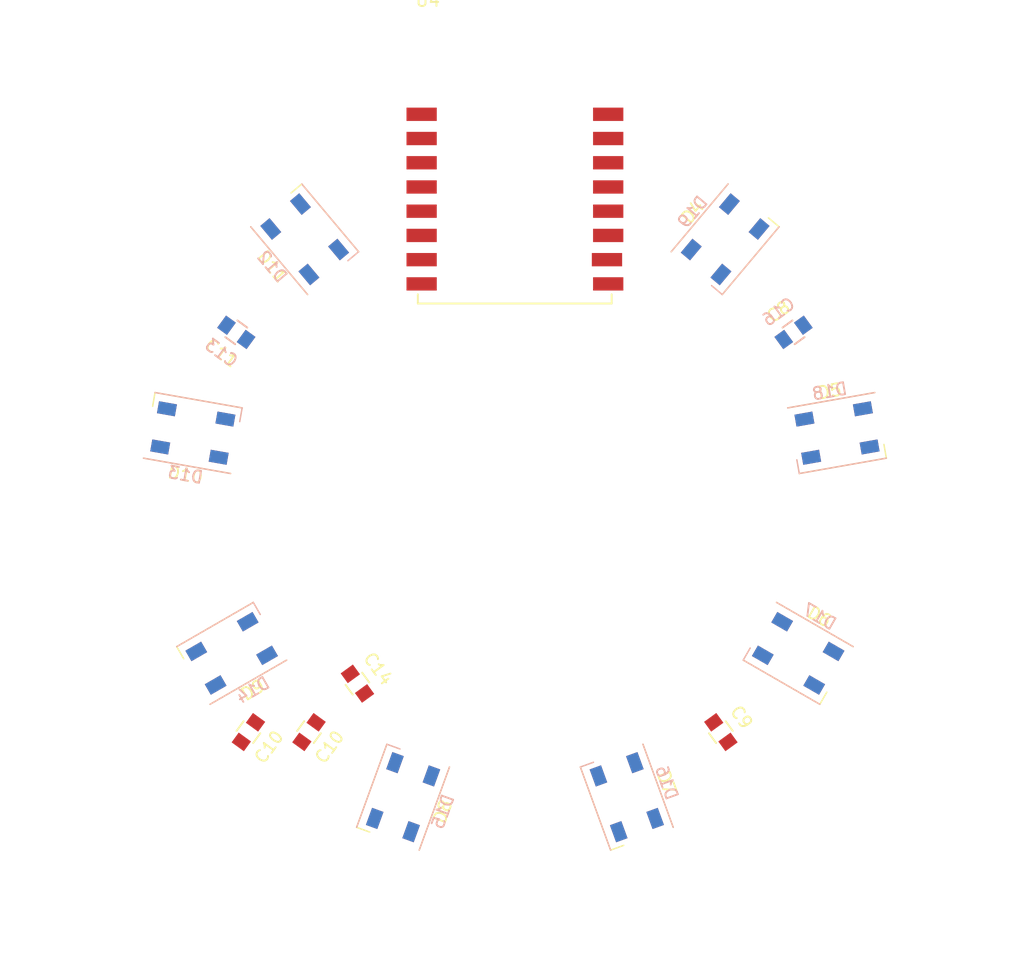
<source format=kicad_pcb>
(kicad_pcb (version 4) (host pcbnew 4.0.6)

  (general
    (links 172)
    (no_connects 172)
    (area -293.76912 18.761999 -209.212654 99.184871)
    (thickness 1.6)
    (drawings 24)
    (tracks 0)
    (zones 0)
    (modules 86)
    (nets 54)
  )

  (page A4)
  (layers
    (0 F.Cu signal hide)
    (31 B.Cu signal)
    (34 B.Paste user hide)
    (35 F.Paste user hide)
    (36 B.SilkS user)
    (37 F.SilkS user)
    (38 B.Mask user hide)
    (39 F.Mask user hide)
    (40 Dwgs.User user)
    (41 Cmts.User user hide)
    (44 Edge.Cuts user hide)
    (45 Margin user hide)
    (46 B.CrtYd user hide)
    (47 F.CrtYd user hide)
    (48 B.Fab user hide)
    (49 F.Fab user hide)
  )

  (setup
    (last_trace_width 0.2)
    (trace_clearance 0.2)
    (zone_clearance 0.508)
    (zone_45_only no)
    (trace_min 0.16)
    (segment_width 0.2)
    (edge_width 0.15)
    (via_size 0.6)
    (via_drill 0.4)
    (via_min_size 0.51)
    (via_min_drill 0.25)
    (uvia_size 0.6)
    (uvia_drill 0.4)
    (uvias_allowed no)
    (uvia_min_size 0)
    (uvia_min_drill 0)
    (pcb_text_width 0.3)
    (pcb_text_size 1.5 1.5)
    (mod_edge_width 0.15)
    (mod_text_size 1 1)
    (mod_text_width 0.15)
    (pad_size 1.524 1.524)
    (pad_drill 0.762)
    (pad_to_mask_clearance 0.2)
    (aux_axis_origin 0 0)
    (visible_elements FFFFEF7F)
    (pcbplotparams
      (layerselection 0x00030_80000001)
      (usegerberextensions false)
      (excludeedgelayer true)
      (linewidth 0.100000)
      (plotframeref false)
      (viasonmask false)
      (mode 1)
      (useauxorigin false)
      (hpglpennumber 1)
      (hpglpenspeed 20)
      (hpglpendiameter 15)
      (hpglpenoverlay 2)
      (psnegative false)
      (psa4output false)
      (plotreference true)
      (plotvalue true)
      (plotinvisibletext false)
      (padsonsilk false)
      (subtractmaskfromsilk false)
      (outputformat 1)
      (mirror false)
      (drillshape 1)
      (scaleselection 1)
      (outputdirectory ""))
  )

  (net 0 "")
  (net 1 /V_IN)
  (net 2 GND)
  (net 3 +3V3)
  (net 4 +BATT)
  (net 5 "Net-(C4-Pad1)")
  (net 6 /V_BATT)
  (net 7 "Net-(D1-Pad1)")
  (net 8 "Net-(D2-Pad2)")
  (net 9 "Net-(D3-Pad2)")
  (net 10 "Net-(D4-Pad2)")
  (net 11 "Net-(D4-Pad4)")
  (net 12 "Net-(D5-Pad4)")
  (net 13 "Net-(D6-Pad4)")
  (net 14 "Net-(D7-Pad4)")
  (net 15 "Net-(D8-Pad4)")
  (net 16 "Net-(D10-Pad2)")
  (net 17 "Net-(D10-Pad4)")
  (net 18 "Net-(D11-Pad4)")
  (net 19 "Net-(D12-Pad4)")
  (net 20 "Net-(D13-Pad4)")
  (net 21 "Net-(D14-Pad4)")
  (net 22 "Net-(D15-Pad4)")
  (net 23 "Net-(D16-Pad4)")
  (net 24 "Net-(D17-Pad4)")
  (net 25 "Net-(D18-Pad4)")
  (net 26 /LED_OUT)
  (net 27 +5V)
  (net 28 "Net-(J3-Pad2)")
  (net 29 /TX)
  (net 30 "Net-(J3-Pad6)")
  (net 31 /RX)
  (net 32 /SENSOR)
  (net 33 /SERVO)
  (net 34 /MOS_OUT)
  (net 35 /M_OUT2)
  (net 36 /M_OUT1)
  (net 37 /SCL)
  (net 38 /SDA)
  (net 39 "Net-(JP4-Pad1)")
  (net 40 "Net-(Q1-Pad1)")
  (net 41 "Net-(R1-Pad2)")
  (net 42 /CTL_MOS)
  (net 43 "Net-(R3-Pad1)")
  (net 44 /EN)
  (net 45 "Net-(R6-Pad1)")
  (net 46 /BOOTLOAD)
  (net 47 "Net-(R9-Pad2)")
  (net 48 "Net-(R12-Pad1)")
  (net 49 /RST)
  (net 50 /A0)
  (net 51 "Net-(U2-Pad4)")
  (net 52 /CTL_DRV2)
  (net 53 /CTL_DRV1)

  (net_class Default "This is the default net class."
    (clearance 0.2)
    (trace_width 0.2)
    (via_dia 0.6)
    (via_drill 0.4)
    (uvia_dia 0.6)
    (uvia_drill 0.4)
    (add_net /A0)
    (add_net /BOOTLOAD)
    (add_net /CTL_DRV1)
    (add_net /CTL_DRV2)
    (add_net /CTL_MOS)
    (add_net /EN)
    (add_net /LED_OUT)
    (add_net /RST)
    (add_net /RX)
    (add_net /SCL)
    (add_net /SDA)
    (add_net /SENSOR)
    (add_net /SERVO)
    (add_net /TX)
    (add_net "Net-(C4-Pad1)")
    (add_net "Net-(D1-Pad1)")
    (add_net "Net-(D10-Pad2)")
    (add_net "Net-(D10-Pad4)")
    (add_net "Net-(D11-Pad4)")
    (add_net "Net-(D12-Pad4)")
    (add_net "Net-(D13-Pad4)")
    (add_net "Net-(D14-Pad4)")
    (add_net "Net-(D15-Pad4)")
    (add_net "Net-(D16-Pad4)")
    (add_net "Net-(D17-Pad4)")
    (add_net "Net-(D18-Pad4)")
    (add_net "Net-(D2-Pad2)")
    (add_net "Net-(D3-Pad2)")
    (add_net "Net-(D4-Pad2)")
    (add_net "Net-(D4-Pad4)")
    (add_net "Net-(D5-Pad4)")
    (add_net "Net-(D6-Pad4)")
    (add_net "Net-(D7-Pad4)")
    (add_net "Net-(D8-Pad4)")
    (add_net "Net-(J3-Pad2)")
    (add_net "Net-(J3-Pad6)")
    (add_net "Net-(JP4-Pad1)")
    (add_net "Net-(Q1-Pad1)")
    (add_net "Net-(R1-Pad2)")
    (add_net "Net-(R12-Pad1)")
    (add_net "Net-(R3-Pad1)")
    (add_net "Net-(R6-Pad1)")
    (add_net "Net-(R9-Pad2)")
    (add_net "Net-(U2-Pad4)")
  )

  (net_class PWR ""
    (clearance 0.2)
    (trace_width 0.2)
    (via_dia 0.6)
    (via_drill 0.4)
    (uvia_dia 0.6)
    (uvia_drill 0.4)
    (add_net +3V3)
    (add_net +5V)
    (add_net +BATT)
    (add_net /MOS_OUT)
    (add_net /M_OUT1)
    (add_net /M_OUT2)
    (add_net /V_BATT)
    (add_net /V_IN)
    (add_net GND)
  )

  (module Capacitors_SMD:C_0805 (layer B.Cu) (tedit 5AA9C32E) (tstamp 5AA9EBE6)
    (at -23 -13 324)
    (descr "Capacitor SMD 0805, reflow soldering, AVX (see smccp.pdf)")
    (tags "capacitor 0805")
    (path /5A9F7A54)
    (attr smd)
    (fp_text reference C13 (at 0 2.1 324) (layer B.SilkS)
      (effects (font (size 1 1) (thickness 0.15)) (justify mirror))
    )
    (fp_text value 1.0uF (at 0 -2.1 324) (layer B.Fab)
      (effects (font (size 1 1) (thickness 0.15)) (justify mirror))
    )
    (fp_line (start -1 -0.625) (end -1 0.625) (layer B.Fab) (width 0.15))
    (fp_line (start 1 -0.625) (end -1 -0.625) (layer B.Fab) (width 0.15))
    (fp_line (start 1 0.625) (end 1 -0.625) (layer B.Fab) (width 0.15))
    (fp_line (start -1 0.625) (end 1 0.625) (layer B.Fab) (width 0.15))
    (fp_line (start -1.8 1) (end 1.8 1) (layer B.CrtYd) (width 0.05))
    (fp_line (start -1.8 -1) (end 1.8 -1) (layer B.CrtYd) (width 0.05))
    (fp_line (start -1.8 1) (end -1.8 -1) (layer B.CrtYd) (width 0.05))
    (fp_line (start 1.8 1) (end 1.8 -1) (layer B.CrtYd) (width 0.05))
    (fp_line (start 0.5 0.85) (end -0.5 0.85) (layer B.SilkS) (width 0.15))
    (fp_line (start -0.5 -0.85) (end 0.5 -0.85) (layer B.SilkS) (width 0.15))
    (pad 1 smd rect (at -1 0 324) (size 1 1.25) (layers B.Cu B.Paste B.Mask)
      (net 6 /V_BATT))
    (pad 2 smd rect (at 1 0 324) (size 1 1.25) (layers B.Cu B.Paste B.Mask)
      (net 2 GND))
    (model Capacitors_SMD.3dshapes/C_0805.wrl
      (at (xyz 0 0 0))
      (scale (xyz 1 1 1))
      (rotate (xyz 0 0 0))
    )
  )

  (module Capacitors_SMD:C_0805 (layer F.Cu) (tedit 5AA9C35C) (tstamp 5AA9EBD7)
    (at -13 16 306)
    (descr "Capacitor SMD 0805, reflow soldering, AVX (see smccp.pdf)")
    (tags "capacitor 0805")
    (path /5A9F7BFA)
    (attr smd)
    (fp_text reference C14 (at 0 -2.1 306) (layer F.SilkS)
      (effects (font (size 1 1) (thickness 0.15)))
    )
    (fp_text value 1.0uF (at 0 2.1 306) (layer F.Fab)
      (effects (font (size 1 1) (thickness 0.15)))
    )
    (fp_line (start -1 0.625) (end -1 -0.625) (layer F.Fab) (width 0.15))
    (fp_line (start 1 0.625) (end -1 0.625) (layer F.Fab) (width 0.15))
    (fp_line (start 1 -0.625) (end 1 0.625) (layer F.Fab) (width 0.15))
    (fp_line (start -1 -0.625) (end 1 -0.625) (layer F.Fab) (width 0.15))
    (fp_line (start -1.8 -1) (end 1.8 -1) (layer F.CrtYd) (width 0.05))
    (fp_line (start -1.8 1) (end 1.8 1) (layer F.CrtYd) (width 0.05))
    (fp_line (start -1.8 -1) (end -1.8 1) (layer F.CrtYd) (width 0.05))
    (fp_line (start 1.8 -1) (end 1.8 1) (layer F.CrtYd) (width 0.05))
    (fp_line (start 0.5 -0.85) (end -0.5 -0.85) (layer F.SilkS) (width 0.15))
    (fp_line (start -0.5 0.85) (end 0.5 0.85) (layer F.SilkS) (width 0.15))
    (pad 1 smd rect (at -1 0 306) (size 1 1.25) (layers F.Cu F.Paste F.Mask)
      (net 6 /V_BATT))
    (pad 2 smd rect (at 1 0 306) (size 1 1.25) (layers F.Cu F.Paste F.Mask)
      (net 2 GND))
    (model Capacitors_SMD.3dshapes/C_0805.wrl
      (at (xyz 0 0 0))
      (scale (xyz 1 1 1))
      (rotate (xyz 0 0 0))
    )
  )

  (module Capacitors_SMD:C_0805 (layer F.Cu) (tedit 5415D6EA) (tstamp 5AA9EBC8)
    (at -22 20 234)
    (descr "Capacitor SMD 0805, reflow soldering, AVX (see smccp.pdf)")
    (tags "capacitor 0805")
    (path /5A9F7C8B)
    (attr smd)
    (fp_text reference C10 (at 0 -2.1 234) (layer F.SilkS)
      (effects (font (size 1 1) (thickness 0.15)))
    )
    (fp_text value 1.0uF (at 0 2.1 234) (layer F.Fab)
      (effects (font (size 1 1) (thickness 0.15)))
    )
    (fp_line (start -1 0.625) (end -1 -0.625) (layer F.Fab) (width 0.15))
    (fp_line (start 1 0.625) (end -1 0.625) (layer F.Fab) (width 0.15))
    (fp_line (start 1 -0.625) (end 1 0.625) (layer F.Fab) (width 0.15))
    (fp_line (start -1 -0.625) (end 1 -0.625) (layer F.Fab) (width 0.15))
    (fp_line (start -1.8 -1) (end 1.8 -1) (layer F.CrtYd) (width 0.05))
    (fp_line (start -1.8 1) (end 1.8 1) (layer F.CrtYd) (width 0.05))
    (fp_line (start -1.8 -1) (end -1.8 1) (layer F.CrtYd) (width 0.05))
    (fp_line (start 1.8 -1) (end 1.8 1) (layer F.CrtYd) (width 0.05))
    (fp_line (start 0.5 -0.85) (end -0.5 -0.85) (layer F.SilkS) (width 0.15))
    (fp_line (start -0.5 0.85) (end 0.5 0.85) (layer F.SilkS) (width 0.15))
    (pad 1 smd rect (at -1 0 234) (size 1 1.25) (layers F.Cu F.Paste F.Mask)
      (net 6 /V_BATT))
    (pad 2 smd rect (at 1 0 234) (size 1 1.25) (layers F.Cu F.Paste F.Mask)
      (net 2 GND))
    (model Capacitors_SMD.3dshapes/C_0805.wrl
      (at (xyz 0 0 0))
      (scale (xyz 1 1 1))
      (rotate (xyz 0 0 0))
    )
  )

  (module Capacitors_SMD:C_0805 (layer B.Cu) (tedit 5AA9C33C) (tstamp 5AA9EBB9)
    (at 23 -13 216)
    (descr "Capacitor SMD 0805, reflow soldering, AVX (see smccp.pdf)")
    (tags "capacitor 0805")
    (path /5A9F7D47)
    (attr smd)
    (fp_text reference C16 (at 0 2.1 216) (layer B.SilkS)
      (effects (font (size 1 1) (thickness 0.15)) (justify mirror))
    )
    (fp_text value 1.0uF (at 0 -2.1 216) (layer B.Fab)
      (effects (font (size 1 1) (thickness 0.15)) (justify mirror))
    )
    (fp_line (start -1 -0.625) (end -1 0.625) (layer B.Fab) (width 0.15))
    (fp_line (start 1 -0.625) (end -1 -0.625) (layer B.Fab) (width 0.15))
    (fp_line (start 1 0.625) (end 1 -0.625) (layer B.Fab) (width 0.15))
    (fp_line (start -1 0.625) (end 1 0.625) (layer B.Fab) (width 0.15))
    (fp_line (start -1.8 1) (end 1.8 1) (layer B.CrtYd) (width 0.05))
    (fp_line (start -1.8 -1) (end 1.8 -1) (layer B.CrtYd) (width 0.05))
    (fp_line (start -1.8 1) (end -1.8 -1) (layer B.CrtYd) (width 0.05))
    (fp_line (start 1.8 1) (end 1.8 -1) (layer B.CrtYd) (width 0.05))
    (fp_line (start 0.5 0.85) (end -0.5 0.85) (layer B.SilkS) (width 0.15))
    (fp_line (start -0.5 -0.85) (end 0.5 -0.85) (layer B.SilkS) (width 0.15))
    (pad 1 smd rect (at -1 0 216) (size 1 1.25) (layers B.Cu B.Paste B.Mask)
      (net 6 /V_BATT))
    (pad 2 smd rect (at 1 0 216) (size 1 1.25) (layers B.Cu B.Paste B.Mask)
      (net 2 GND))
    (model Capacitors_SMD.3dshapes/C_0805.wrl
      (at (xyz 0 0 0))
      (scale (xyz 1 1 1))
      (rotate (xyz 0 0 0))
    )
  )

  (module TI_led:LED_SK6812_PLCC4_5.0x5.0mm_P3.2mm (layer B.Cu) (tedit 5AA9C2DA) (tstamp 5AA9EA11)
    (at 17.355265 -20.6832 230)
    (descr https://cdn-shop.adafruit.com/product-files/1138/SK6812+LED+datasheet+.pdf)
    (tags "LED RGB NeoPixel")
    (path /5A9F92BD)
    (attr smd)
    (fp_text reference D19 (at 0 3.5 230) (layer B.SilkS)
      (effects (font (size 1 1) (thickness 0.15)) (justify mirror))
    )
    (fp_text value SK6812-RGBW (at 0 -4 230) (layer B.Fab)
      (effects (font (size 1 1) (thickness 0.15)) (justify mirror))
    )
    (fp_text user %R (at 0 3.5 230) (layer B.Fab)
      (effects (font (size 1 1) (thickness 0.15)) (justify mirror))
    )
    (fp_line (start 3.45 2.75) (end -3.45 2.75) (layer B.CrtYd) (width 0.05))
    (fp_line (start 3.45 -2.75) (end 3.45 2.75) (layer B.CrtYd) (width 0.05))
    (fp_line (start -3.45 -2.75) (end 3.45 -2.75) (layer B.CrtYd) (width 0.05))
    (fp_line (start -3.45 2.75) (end -3.45 -2.75) (layer B.CrtYd) (width 0.05))
    (fp_line (start 2.5 -1.5) (end 1.5 -2.5) (layer B.Fab) (width 0.1))
    (fp_line (start -2.5 2.5) (end -2.5 -2.5) (layer B.Fab) (width 0.1))
    (fp_line (start -2.5 -2.5) (end 2.5 -2.5) (layer B.Fab) (width 0.1))
    (fp_line (start 2.5 -2.5) (end 2.5 2.5) (layer B.Fab) (width 0.1))
    (fp_line (start 2.5 2.5) (end -2.5 2.5) (layer B.Fab) (width 0.1))
    (fp_line (start -3.65 2.75) (end 3.65 2.75) (layer B.SilkS) (width 0.12))
    (fp_line (start -3.65 -2.75) (end 3.65 -2.75) (layer B.SilkS) (width 0.12))
    (fp_line (start 3.65 -2.75) (end 3.65 -1.6) (layer B.SilkS) (width 0.12))
    (fp_circle (center 0 0) (end 0 2) (layer B.Fab) (width 0.1))
    (pad 1 smd rect (at 2.45 -1.6 230) (size 1.5 1) (layers B.Cu B.Paste B.Mask)
      (net 2 GND))
    (pad 2 smd rect (at 2.45 1.6 230) (size 1.5 1) (layers B.Cu B.Paste B.Mask)
      (net 18 "Net-(D11-Pad4)"))
    (pad 4 smd rect (at -2.45 -1.6 230) (size 1.5 1) (layers B.Cu B.Paste B.Mask)
      (net 19 "Net-(D12-Pad4)"))
    (pad 3 smd rect (at -2.45 1.6 230) (size 1.5 1) (layers B.Cu B.Paste B.Mask)
      (net 6 /V_BATT))
    (model ${KISYS3DMOD}/LED_SMD.3dshapes/LED_SK6812_PLCC4_5.0x5.0mm_P3.2mm.wrl
      (at (xyz 0 0 0))
      (scale (xyz 1 1 1))
      (rotate (xyz 0 0 0))
    )
  )

  (module TI_led:LED_SK6812_PLCC4_5.0x5.0mm_P3.2mm (layer B.Cu) (tedit 5AA9C2D6) (tstamp 5AA9E9FC)
    (at 26.589809 -4.688501 190)
    (descr https://cdn-shop.adafruit.com/product-files/1138/SK6812+LED+datasheet+.pdf)
    (tags "LED RGB NeoPixel")
    (path /5A9F92BD)
    (attr smd)
    (fp_text reference D18 (at 0 3.5 190) (layer B.SilkS)
      (effects (font (size 1 1) (thickness 0.15)) (justify mirror))
    )
    (fp_text value SK6812-RGBW (at 0 -4 190) (layer B.Fab)
      (effects (font (size 1 1) (thickness 0.15)) (justify mirror))
    )
    (fp_text user %R (at 0 3.5 190) (layer B.Fab)
      (effects (font (size 1 1) (thickness 0.15)) (justify mirror))
    )
    (fp_line (start 3.45 2.75) (end -3.45 2.75) (layer B.CrtYd) (width 0.05))
    (fp_line (start 3.45 -2.75) (end 3.45 2.75) (layer B.CrtYd) (width 0.05))
    (fp_line (start -3.45 -2.75) (end 3.45 -2.75) (layer B.CrtYd) (width 0.05))
    (fp_line (start -3.45 2.75) (end -3.45 -2.75) (layer B.CrtYd) (width 0.05))
    (fp_line (start 2.5 -1.5) (end 1.5 -2.5) (layer B.Fab) (width 0.1))
    (fp_line (start -2.5 2.5) (end -2.5 -2.5) (layer B.Fab) (width 0.1))
    (fp_line (start -2.5 -2.5) (end 2.5 -2.5) (layer B.Fab) (width 0.1))
    (fp_line (start 2.5 -2.5) (end 2.5 2.5) (layer B.Fab) (width 0.1))
    (fp_line (start 2.5 2.5) (end -2.5 2.5) (layer B.Fab) (width 0.1))
    (fp_line (start -3.65 2.75) (end 3.65 2.75) (layer B.SilkS) (width 0.12))
    (fp_line (start -3.65 -2.75) (end 3.65 -2.75) (layer B.SilkS) (width 0.12))
    (fp_line (start 3.65 -2.75) (end 3.65 -1.6) (layer B.SilkS) (width 0.12))
    (fp_circle (center 0 0) (end 0 2) (layer B.Fab) (width 0.1))
    (pad 1 smd rect (at 2.45 -1.6 190) (size 1.5 1) (layers B.Cu B.Paste B.Mask)
      (net 2 GND))
    (pad 2 smd rect (at 2.45 1.6 190) (size 1.5 1) (layers B.Cu B.Paste B.Mask)
      (net 18 "Net-(D11-Pad4)"))
    (pad 4 smd rect (at -2.45 -1.6 190) (size 1.5 1) (layers B.Cu B.Paste B.Mask)
      (net 19 "Net-(D12-Pad4)"))
    (pad 3 smd rect (at -2.45 1.6 190) (size 1.5 1) (layers B.Cu B.Paste B.Mask)
      (net 6 /V_BATT))
    (model ${KISYS3DMOD}/LED_SMD.3dshapes/LED_SK6812_PLCC4_5.0x5.0mm_P3.2mm.wrl
      (at (xyz 0 0 0))
      (scale (xyz 1 1 1))
      (rotate (xyz 0 0 0))
    )
  )

  (module TI_led:LED_SK6812_PLCC4_5.0x5.0mm_P3.2mm (layer B.Cu) (tedit 5AA9C2D2) (tstamp 5AA9E9E7)
    (at 23.382686 13.5 150)
    (descr https://cdn-shop.adafruit.com/product-files/1138/SK6812+LED+datasheet+.pdf)
    (tags "LED RGB NeoPixel")
    (path /5A9F92BD)
    (attr smd)
    (fp_text reference D17 (at 0 3.5 150) (layer B.SilkS)
      (effects (font (size 1 1) (thickness 0.15)) (justify mirror))
    )
    (fp_text value SK6812-RGBW (at 0 -4 150) (layer B.Fab)
      (effects (font (size 1 1) (thickness 0.15)) (justify mirror))
    )
    (fp_text user %R (at 0 3.5 150) (layer B.Fab)
      (effects (font (size 1 1) (thickness 0.15)) (justify mirror))
    )
    (fp_line (start 3.45 2.75) (end -3.45 2.75) (layer B.CrtYd) (width 0.05))
    (fp_line (start 3.45 -2.75) (end 3.45 2.75) (layer B.CrtYd) (width 0.05))
    (fp_line (start -3.45 -2.75) (end 3.45 -2.75) (layer B.CrtYd) (width 0.05))
    (fp_line (start -3.45 2.75) (end -3.45 -2.75) (layer B.CrtYd) (width 0.05))
    (fp_line (start 2.5 -1.5) (end 1.5 -2.5) (layer B.Fab) (width 0.1))
    (fp_line (start -2.5 2.5) (end -2.5 -2.5) (layer B.Fab) (width 0.1))
    (fp_line (start -2.5 -2.5) (end 2.5 -2.5) (layer B.Fab) (width 0.1))
    (fp_line (start 2.5 -2.5) (end 2.5 2.5) (layer B.Fab) (width 0.1))
    (fp_line (start 2.5 2.5) (end -2.5 2.5) (layer B.Fab) (width 0.1))
    (fp_line (start -3.65 2.75) (end 3.65 2.75) (layer B.SilkS) (width 0.12))
    (fp_line (start -3.65 -2.75) (end 3.65 -2.75) (layer B.SilkS) (width 0.12))
    (fp_line (start 3.65 -2.75) (end 3.65 -1.6) (layer B.SilkS) (width 0.12))
    (fp_circle (center 0 0) (end 0 2) (layer B.Fab) (width 0.1))
    (pad 1 smd rect (at 2.45 -1.6 150) (size 1.5 1) (layers B.Cu B.Paste B.Mask)
      (net 2 GND))
    (pad 2 smd rect (at 2.45 1.6 150) (size 1.5 1) (layers B.Cu B.Paste B.Mask)
      (net 18 "Net-(D11-Pad4)"))
    (pad 4 smd rect (at -2.45 -1.6 150) (size 1.5 1) (layers B.Cu B.Paste B.Mask)
      (net 19 "Net-(D12-Pad4)"))
    (pad 3 smd rect (at -2.45 1.6 150) (size 1.5 1) (layers B.Cu B.Paste B.Mask)
      (net 6 /V_BATT))
    (model ${KISYS3DMOD}/LED_SMD.3dshapes/LED_SK6812_PLCC4_5.0x5.0mm_P3.2mm.wrl
      (at (xyz 0 0 0))
      (scale (xyz 1 1 1))
      (rotate (xyz 0 0 0))
    )
  )

  (module TI_led:LED_SK6812_PLCC4_5.0x5.0mm_P3.2mm (layer B.Cu) (tedit 5AA9C2CF) (tstamp 5AA9E9D2)
    (at 9.234544 25.371701 110)
    (descr https://cdn-shop.adafruit.com/product-files/1138/SK6812+LED+datasheet+.pdf)
    (tags "LED RGB NeoPixel")
    (path /5A9F92BD)
    (attr smd)
    (fp_text reference D16 (at 0 3.5 110) (layer B.SilkS)
      (effects (font (size 1 1) (thickness 0.15)) (justify mirror))
    )
    (fp_text value SK6812-RGBW (at 0 -4 110) (layer B.Fab)
      (effects (font (size 1 1) (thickness 0.15)) (justify mirror))
    )
    (fp_text user %R (at 0 3.5 110) (layer B.Fab)
      (effects (font (size 1 1) (thickness 0.15)) (justify mirror))
    )
    (fp_line (start 3.45 2.75) (end -3.45 2.75) (layer B.CrtYd) (width 0.05))
    (fp_line (start 3.45 -2.75) (end 3.45 2.75) (layer B.CrtYd) (width 0.05))
    (fp_line (start -3.45 -2.75) (end 3.45 -2.75) (layer B.CrtYd) (width 0.05))
    (fp_line (start -3.45 2.75) (end -3.45 -2.75) (layer B.CrtYd) (width 0.05))
    (fp_line (start 2.5 -1.5) (end 1.5 -2.5) (layer B.Fab) (width 0.1))
    (fp_line (start -2.5 2.5) (end -2.5 -2.5) (layer B.Fab) (width 0.1))
    (fp_line (start -2.5 -2.5) (end 2.5 -2.5) (layer B.Fab) (width 0.1))
    (fp_line (start 2.5 -2.5) (end 2.5 2.5) (layer B.Fab) (width 0.1))
    (fp_line (start 2.5 2.5) (end -2.5 2.5) (layer B.Fab) (width 0.1))
    (fp_line (start -3.65 2.75) (end 3.65 2.75) (layer B.SilkS) (width 0.12))
    (fp_line (start -3.65 -2.75) (end 3.65 -2.75) (layer B.SilkS) (width 0.12))
    (fp_line (start 3.65 -2.75) (end 3.65 -1.6) (layer B.SilkS) (width 0.12))
    (fp_circle (center 0 0) (end 0 2) (layer B.Fab) (width 0.1))
    (pad 1 smd rect (at 2.45 -1.6 110) (size 1.5 1) (layers B.Cu B.Paste B.Mask)
      (net 2 GND))
    (pad 2 smd rect (at 2.45 1.6 110) (size 1.5 1) (layers B.Cu B.Paste B.Mask)
      (net 18 "Net-(D11-Pad4)"))
    (pad 4 smd rect (at -2.45 -1.6 110) (size 1.5 1) (layers B.Cu B.Paste B.Mask)
      (net 19 "Net-(D12-Pad4)"))
    (pad 3 smd rect (at -2.45 1.6 110) (size 1.5 1) (layers B.Cu B.Paste B.Mask)
      (net 6 /V_BATT))
    (model ${KISYS3DMOD}/LED_SMD.3dshapes/LED_SK6812_PLCC4_5.0x5.0mm_P3.2mm.wrl
      (at (xyz 0 0 0))
      (scale (xyz 1 1 1))
      (rotate (xyz 0 0 0))
    )
  )

  (module TI_led:LED_SK6812_PLCC4_5.0x5.0mm_P3.2mm (layer B.Cu) (tedit 5AA9C2CB) (tstamp 5AA9E9BD)
    (at -9.234544 25.371701 70)
    (descr https://cdn-shop.adafruit.com/product-files/1138/SK6812+LED+datasheet+.pdf)
    (tags "LED RGB NeoPixel")
    (path /5A9F92BD)
    (attr smd)
    (fp_text reference D15 (at 0 3.5 70) (layer B.SilkS)
      (effects (font (size 1 1) (thickness 0.15)) (justify mirror))
    )
    (fp_text value SK6812-RGBW (at 0 -4 70) (layer B.Fab)
      (effects (font (size 1 1) (thickness 0.15)) (justify mirror))
    )
    (fp_text user %R (at 0 3.5 70) (layer B.Fab)
      (effects (font (size 1 1) (thickness 0.15)) (justify mirror))
    )
    (fp_line (start 3.45 2.75) (end -3.45 2.75) (layer B.CrtYd) (width 0.05))
    (fp_line (start 3.45 -2.75) (end 3.45 2.75) (layer B.CrtYd) (width 0.05))
    (fp_line (start -3.45 -2.75) (end 3.45 -2.75) (layer B.CrtYd) (width 0.05))
    (fp_line (start -3.45 2.75) (end -3.45 -2.75) (layer B.CrtYd) (width 0.05))
    (fp_line (start 2.5 -1.5) (end 1.5 -2.5) (layer B.Fab) (width 0.1))
    (fp_line (start -2.5 2.5) (end -2.5 -2.5) (layer B.Fab) (width 0.1))
    (fp_line (start -2.5 -2.5) (end 2.5 -2.5) (layer B.Fab) (width 0.1))
    (fp_line (start 2.5 -2.5) (end 2.5 2.5) (layer B.Fab) (width 0.1))
    (fp_line (start 2.5 2.5) (end -2.5 2.5) (layer B.Fab) (width 0.1))
    (fp_line (start -3.65 2.75) (end 3.65 2.75) (layer B.SilkS) (width 0.12))
    (fp_line (start -3.65 -2.75) (end 3.65 -2.75) (layer B.SilkS) (width 0.12))
    (fp_line (start 3.65 -2.75) (end 3.65 -1.6) (layer B.SilkS) (width 0.12))
    (fp_circle (center 0 0) (end 0 2) (layer B.Fab) (width 0.1))
    (pad 1 smd rect (at 2.45 -1.6 70) (size 1.5 1) (layers B.Cu B.Paste B.Mask)
      (net 2 GND))
    (pad 2 smd rect (at 2.45 1.6 70) (size 1.5 1) (layers B.Cu B.Paste B.Mask)
      (net 18 "Net-(D11-Pad4)"))
    (pad 4 smd rect (at -2.45 -1.6 70) (size 1.5 1) (layers B.Cu B.Paste B.Mask)
      (net 19 "Net-(D12-Pad4)"))
    (pad 3 smd rect (at -2.45 1.6 70) (size 1.5 1) (layers B.Cu B.Paste B.Mask)
      (net 6 /V_BATT))
    (model ${KISYS3DMOD}/LED_SMD.3dshapes/LED_SK6812_PLCC4_5.0x5.0mm_P3.2mm.wrl
      (at (xyz 0 0 0))
      (scale (xyz 1 1 1))
      (rotate (xyz 0 0 0))
    )
  )

  (module TI_led:LED_SK6812_PLCC4_5.0x5.0mm_P3.2mm (layer B.Cu) (tedit 5AA9C2C8) (tstamp 5AA9E9A8)
    (at -23.382686 13.5 30)
    (descr https://cdn-shop.adafruit.com/product-files/1138/SK6812+LED+datasheet+.pdf)
    (tags "LED RGB NeoPixel")
    (path /5A9F92BD)
    (attr smd)
    (fp_text reference D14 (at 0 3.5 30) (layer B.SilkS)
      (effects (font (size 1 1) (thickness 0.15)) (justify mirror))
    )
    (fp_text value SK6812-RGBW (at 0 -4 30) (layer B.Fab)
      (effects (font (size 1 1) (thickness 0.15)) (justify mirror))
    )
    (fp_text user %R (at 0 3.5 30) (layer B.Fab)
      (effects (font (size 1 1) (thickness 0.15)) (justify mirror))
    )
    (fp_line (start 3.45 2.75) (end -3.45 2.75) (layer B.CrtYd) (width 0.05))
    (fp_line (start 3.45 -2.75) (end 3.45 2.75) (layer B.CrtYd) (width 0.05))
    (fp_line (start -3.45 -2.75) (end 3.45 -2.75) (layer B.CrtYd) (width 0.05))
    (fp_line (start -3.45 2.75) (end -3.45 -2.75) (layer B.CrtYd) (width 0.05))
    (fp_line (start 2.5 -1.5) (end 1.5 -2.5) (layer B.Fab) (width 0.1))
    (fp_line (start -2.5 2.5) (end -2.5 -2.5) (layer B.Fab) (width 0.1))
    (fp_line (start -2.5 -2.5) (end 2.5 -2.5) (layer B.Fab) (width 0.1))
    (fp_line (start 2.5 -2.5) (end 2.5 2.5) (layer B.Fab) (width 0.1))
    (fp_line (start 2.5 2.5) (end -2.5 2.5) (layer B.Fab) (width 0.1))
    (fp_line (start -3.65 2.75) (end 3.65 2.75) (layer B.SilkS) (width 0.12))
    (fp_line (start -3.65 -2.75) (end 3.65 -2.75) (layer B.SilkS) (width 0.12))
    (fp_line (start 3.65 -2.75) (end 3.65 -1.6) (layer B.SilkS) (width 0.12))
    (fp_circle (center 0 0) (end 0 2) (layer B.Fab) (width 0.1))
    (pad 1 smd rect (at 2.45 -1.6 30) (size 1.5 1) (layers B.Cu B.Paste B.Mask)
      (net 2 GND))
    (pad 2 smd rect (at 2.45 1.6 30) (size 1.5 1) (layers B.Cu B.Paste B.Mask)
      (net 18 "Net-(D11-Pad4)"))
    (pad 4 smd rect (at -2.45 -1.6 30) (size 1.5 1) (layers B.Cu B.Paste B.Mask)
      (net 19 "Net-(D12-Pad4)"))
    (pad 3 smd rect (at -2.45 1.6 30) (size 1.5 1) (layers B.Cu B.Paste B.Mask)
      (net 6 /V_BATT))
    (model ${KISYS3DMOD}/LED_SMD.3dshapes/LED_SK6812_PLCC4_5.0x5.0mm_P3.2mm.wrl
      (at (xyz 0 0 0))
      (scale (xyz 1 1 1))
      (rotate (xyz 0 0 0))
    )
  )

  (module TI_led:LED_SK6812_PLCC4_5.0x5.0mm_P3.2mm (layer B.Cu) (tedit 5AA9C2C4) (tstamp 5AA9E993)
    (at -26.589809 -4.688501 350)
    (descr https://cdn-shop.adafruit.com/product-files/1138/SK6812+LED+datasheet+.pdf)
    (tags "LED RGB NeoPixel")
    (path /5A9F92BD)
    (attr smd)
    (fp_text reference D13 (at 0 3.5 350) (layer B.SilkS)
      (effects (font (size 1 1) (thickness 0.15)) (justify mirror))
    )
    (fp_text value SK6812-RGBW (at 0 -4 350) (layer B.Fab)
      (effects (font (size 1 1) (thickness 0.15)) (justify mirror))
    )
    (fp_text user %R (at 0 3.5 350) (layer B.Fab)
      (effects (font (size 1 1) (thickness 0.15)) (justify mirror))
    )
    (fp_line (start 3.45 2.75) (end -3.45 2.75) (layer B.CrtYd) (width 0.05))
    (fp_line (start 3.45 -2.75) (end 3.45 2.75) (layer B.CrtYd) (width 0.05))
    (fp_line (start -3.45 -2.75) (end 3.45 -2.75) (layer B.CrtYd) (width 0.05))
    (fp_line (start -3.45 2.75) (end -3.45 -2.75) (layer B.CrtYd) (width 0.05))
    (fp_line (start 2.5 -1.5) (end 1.5 -2.5) (layer B.Fab) (width 0.1))
    (fp_line (start -2.5 2.5) (end -2.5 -2.5) (layer B.Fab) (width 0.1))
    (fp_line (start -2.5 -2.5) (end 2.5 -2.5) (layer B.Fab) (width 0.1))
    (fp_line (start 2.5 -2.5) (end 2.5 2.5) (layer B.Fab) (width 0.1))
    (fp_line (start 2.5 2.5) (end -2.5 2.5) (layer B.Fab) (width 0.1))
    (fp_line (start -3.65 2.75) (end 3.65 2.75) (layer B.SilkS) (width 0.12))
    (fp_line (start -3.65 -2.75) (end 3.65 -2.75) (layer B.SilkS) (width 0.12))
    (fp_line (start 3.65 -2.75) (end 3.65 -1.6) (layer B.SilkS) (width 0.12))
    (fp_circle (center 0 0) (end 0 2) (layer B.Fab) (width 0.1))
    (pad 1 smd rect (at 2.45 -1.6 350) (size 1.5 1) (layers B.Cu B.Paste B.Mask)
      (net 2 GND))
    (pad 2 smd rect (at 2.45 1.6 350) (size 1.5 1) (layers B.Cu B.Paste B.Mask)
      (net 18 "Net-(D11-Pad4)"))
    (pad 4 smd rect (at -2.45 -1.6 350) (size 1.5 1) (layers B.Cu B.Paste B.Mask)
      (net 19 "Net-(D12-Pad4)"))
    (pad 3 smd rect (at -2.45 1.6 350) (size 1.5 1) (layers B.Cu B.Paste B.Mask)
      (net 6 /V_BATT))
    (model ${KISYS3DMOD}/LED_SMD.3dshapes/LED_SK6812_PLCC4_5.0x5.0mm_P3.2mm.wrl
      (at (xyz 0 0 0))
      (scale (xyz 1 1 1))
      (rotate (xyz 0 0 0))
    )
  )

  (module TI_led:LED_SK6812_PLCC4_5.0x5.0mm_P3.2mm (layer B.Cu) (tedit 5AA9C2BE) (tstamp 5AA9E97E)
    (at -17.355265 -20.6832 310)
    (descr https://cdn-shop.adafruit.com/product-files/1138/SK6812+LED+datasheet+.pdf)
    (tags "LED RGB NeoPixel")
    (path /5A9F92BD)
    (attr smd)
    (fp_text reference D12 (at 0 3.5 310) (layer B.SilkS)
      (effects (font (size 1 1) (thickness 0.15)) (justify mirror))
    )
    (fp_text value SK6812-RGBW (at 0 -4 310) (layer B.Fab)
      (effects (font (size 1 1) (thickness 0.15)) (justify mirror))
    )
    (fp_text user %R (at 0 3.5 310) (layer B.Fab)
      (effects (font (size 1 1) (thickness 0.15)) (justify mirror))
    )
    (fp_line (start 3.45 2.75) (end -3.45 2.75) (layer B.CrtYd) (width 0.05))
    (fp_line (start 3.45 -2.75) (end 3.45 2.75) (layer B.CrtYd) (width 0.05))
    (fp_line (start -3.45 -2.75) (end 3.45 -2.75) (layer B.CrtYd) (width 0.05))
    (fp_line (start -3.45 2.75) (end -3.45 -2.75) (layer B.CrtYd) (width 0.05))
    (fp_line (start 2.5 -1.5) (end 1.5 -2.5) (layer B.Fab) (width 0.1))
    (fp_line (start -2.5 2.5) (end -2.5 -2.5) (layer B.Fab) (width 0.1))
    (fp_line (start -2.5 -2.5) (end 2.5 -2.5) (layer B.Fab) (width 0.1))
    (fp_line (start 2.5 -2.5) (end 2.5 2.5) (layer B.Fab) (width 0.1))
    (fp_line (start 2.5 2.5) (end -2.5 2.5) (layer B.Fab) (width 0.1))
    (fp_line (start -3.65 2.75) (end 3.65 2.75) (layer B.SilkS) (width 0.12))
    (fp_line (start -3.65 -2.75) (end 3.65 -2.75) (layer B.SilkS) (width 0.12))
    (fp_line (start 3.65 -2.75) (end 3.65 -1.6) (layer B.SilkS) (width 0.12))
    (fp_circle (center 0 0) (end 0 2) (layer B.Fab) (width 0.1))
    (pad 1 smd rect (at 2.45 -1.6 310) (size 1.5 1) (layers B.Cu B.Paste B.Mask)
      (net 2 GND))
    (pad 2 smd rect (at 2.45 1.6 310) (size 1.5 1) (layers B.Cu B.Paste B.Mask)
      (net 18 "Net-(D11-Pad4)"))
    (pad 4 smd rect (at -2.45 -1.6 310) (size 1.5 1) (layers B.Cu B.Paste B.Mask)
      (net 19 "Net-(D12-Pad4)"))
    (pad 3 smd rect (at -2.45 1.6 310) (size 1.5 1) (layers B.Cu B.Paste B.Mask)
      (net 6 /V_BATT))
    (model ${KISYS3DMOD}/LED_SMD.3dshapes/LED_SK6812_PLCC4_5.0x5.0mm_P3.2mm.wrl
      (at (xyz 0 0 0))
      (scale (xyz 1 1 1))
      (rotate (xyz 0 0 0))
    )
  )

  (module TI_led:LED_SK6812_PLCC4_5.0x5.0mm_P3.2mm (layer F.Cu) (tedit 5A764C10) (tstamp 5AA9D92D)
    (at 17.355265 -20.6832 50)
    (descr https://cdn-shop.adafruit.com/product-files/1138/SK6812+LED+datasheet+.pdf)
    (tags "LED RGB NeoPixel")
    (path /5A9F7621)
    (attr smd)
    (fp_text reference D4 (at 0 -3.5 50) (layer F.SilkS)
      (effects (font (size 1 1) (thickness 0.15)))
    )
    (fp_text value SK6812-RGBW (at 0 4 50) (layer F.Fab)
      (effects (font (size 1 1) (thickness 0.15)))
    )
    (fp_text user %R (at 0 -3.5 50) (layer F.Fab)
      (effects (font (size 1 1) (thickness 0.15)))
    )
    (fp_line (start 3.45 -2.75) (end -3.45 -2.75) (layer F.CrtYd) (width 0.05))
    (fp_line (start 3.45 2.75) (end 3.45 -2.75) (layer F.CrtYd) (width 0.05))
    (fp_line (start -3.45 2.75) (end 3.45 2.75) (layer F.CrtYd) (width 0.05))
    (fp_line (start -3.45 -2.75) (end -3.45 2.75) (layer F.CrtYd) (width 0.05))
    (fp_line (start 2.5 1.5) (end 1.5 2.5) (layer F.Fab) (width 0.1))
    (fp_line (start -2.5 -2.5) (end -2.5 2.5) (layer F.Fab) (width 0.1))
    (fp_line (start -2.5 2.5) (end 2.5 2.5) (layer F.Fab) (width 0.1))
    (fp_line (start 2.5 2.5) (end 2.5 -2.5) (layer F.Fab) (width 0.1))
    (fp_line (start 2.5 -2.5) (end -2.5 -2.5) (layer F.Fab) (width 0.1))
    (fp_line (start -3.65 -2.75) (end 3.65 -2.75) (layer F.SilkS) (width 0.12))
    (fp_line (start -3.65 2.75) (end 3.65 2.75) (layer F.SilkS) (width 0.12))
    (fp_line (start 3.65 2.75) (end 3.65 1.6) (layer F.SilkS) (width 0.12))
    (fp_circle (center 0 0) (end 0 -2) (layer F.Fab) (width 0.1))
    (pad 1 smd rect (at 2.45 1.6 50) (size 1.5 1) (layers F.Cu F.Paste F.Mask)
      (net 2 GND))
    (pad 2 smd rect (at 2.45 -1.6 50) (size 1.5 1) (layers F.Cu F.Paste F.Mask)
      (net 10 "Net-(D4-Pad2)"))
    (pad 4 smd rect (at -2.45 1.6 50) (size 1.5 1) (layers F.Cu F.Paste F.Mask)
      (net 11 "Net-(D4-Pad4)"))
    (pad 3 smd rect (at -2.45 -1.6 50) (size 1.5 1) (layers F.Cu F.Paste F.Mask)
      (net 6 /V_BATT))
    (model ${KISYS3DMOD}/LED_SMD.3dshapes/LED_SK6812_PLCC4_5.0x5.0mm_P3.2mm.wrl
      (at (xyz 0 0 0))
      (scale (xyz 1 1 1))
      (rotate (xyz 0 0 0))
    )
  )

  (module TI_led:LED_SK6812_PLCC4_5.0x5.0mm_P3.2mm (layer F.Cu) (tedit 5AA9BEA5) (tstamp 5AA9D918)
    (at 26.589809 -4.688501 10)
    (descr https://cdn-shop.adafruit.com/product-files/1138/SK6812+LED+datasheet+.pdf)
    (tags "LED RGB NeoPixel")
    (path /5A9F807D)
    (attr smd)
    (fp_text reference D5 (at 0 -3.5 10) (layer F.SilkS)
      (effects (font (size 1 1) (thickness 0.15)))
    )
    (fp_text value SK6812-RGBW (at 0 4 10) (layer F.Fab)
      (effects (font (size 1 1) (thickness 0.15)))
    )
    (fp_text user %R (at 0 -3.5 10) (layer F.Fab)
      (effects (font (size 1 1) (thickness 0.15)))
    )
    (fp_line (start 3.45 -2.75) (end -3.45 -2.75) (layer F.CrtYd) (width 0.05))
    (fp_line (start 3.45 2.75) (end 3.45 -2.75) (layer F.CrtYd) (width 0.05))
    (fp_line (start -3.45 2.75) (end 3.45 2.75) (layer F.CrtYd) (width 0.05))
    (fp_line (start -3.45 -2.75) (end -3.45 2.75) (layer F.CrtYd) (width 0.05))
    (fp_line (start 2.5 1.5) (end 1.5 2.5) (layer F.Fab) (width 0.1))
    (fp_line (start -2.5 -2.5) (end -2.5 2.5) (layer F.Fab) (width 0.1))
    (fp_line (start -2.5 2.5) (end 2.5 2.5) (layer F.Fab) (width 0.1))
    (fp_line (start 2.5 2.5) (end 2.5 -2.5) (layer F.Fab) (width 0.1))
    (fp_line (start 2.5 -2.5) (end -2.5 -2.5) (layer F.Fab) (width 0.1))
    (fp_line (start -3.65 -2.75) (end 3.65 -2.75) (layer F.SilkS) (width 0.12))
    (fp_line (start -3.65 2.75) (end 3.65 2.75) (layer F.SilkS) (width 0.12))
    (fp_line (start 3.65 2.75) (end 3.65 1.6) (layer F.SilkS) (width 0.12))
    (fp_circle (center 0 0) (end 0 -2) (layer F.Fab) (width 0.1))
    (pad 1 smd rect (at 2.45 1.6 10) (size 1.5 1) (layers F.Cu F.Paste F.Mask)
      (net 2 GND))
    (pad 2 smd rect (at 2.45 -1.6 10) (size 1.5 1) (layers F.Cu F.Paste F.Mask)
      (net 11 "Net-(D4-Pad4)"))
    (pad 4 smd rect (at -2.45 1.6 10) (size 1.5 1) (layers F.Cu F.Paste F.Mask)
      (net 12 "Net-(D5-Pad4)"))
    (pad 3 smd rect (at -2.45 -1.6 10) (size 1.5 1) (layers F.Cu F.Paste F.Mask)
      (net 6 /V_BATT))
    (model ${KISYS3DMOD}/LED_SMD.3dshapes/LED_SK6812_PLCC4_5.0x5.0mm_P3.2mm.wrl
      (at (xyz 0 0 0))
      (scale (xyz 1 1 1))
      (rotate (xyz 0 0 0))
    )
  )

  (module TI_led:LED_SK6812_PLCC4_5.0x5.0mm_P3.2mm (layer F.Cu) (tedit 5AA9BEAB) (tstamp 5AA9D903)
    (at 23.382686 13.5 330)
    (descr https://cdn-shop.adafruit.com/product-files/1138/SK6812+LED+datasheet+.pdf)
    (tags "LED RGB NeoPixel")
    (path /5A9F82DC)
    (attr smd)
    (fp_text reference D6 (at 0 -3.5 330) (layer F.SilkS)
      (effects (font (size 1 1) (thickness 0.15)))
    )
    (fp_text value SK6812-RGBW (at 0 4 330) (layer F.Fab)
      (effects (font (size 1 1) (thickness 0.15)))
    )
    (fp_text user %R (at 0 -3.5 330) (layer F.Fab)
      (effects (font (size 1 1) (thickness 0.15)))
    )
    (fp_line (start 3.45 -2.75) (end -3.45 -2.75) (layer F.CrtYd) (width 0.05))
    (fp_line (start 3.45 2.75) (end 3.45 -2.75) (layer F.CrtYd) (width 0.05))
    (fp_line (start -3.45 2.75) (end 3.45 2.75) (layer F.CrtYd) (width 0.05))
    (fp_line (start -3.45 -2.75) (end -3.45 2.75) (layer F.CrtYd) (width 0.05))
    (fp_line (start 2.5 1.5) (end 1.5 2.5) (layer F.Fab) (width 0.1))
    (fp_line (start -2.5 -2.5) (end -2.5 2.5) (layer F.Fab) (width 0.1))
    (fp_line (start -2.5 2.5) (end 2.5 2.5) (layer F.Fab) (width 0.1))
    (fp_line (start 2.5 2.5) (end 2.5 -2.5) (layer F.Fab) (width 0.1))
    (fp_line (start 2.5 -2.5) (end -2.5 -2.5) (layer F.Fab) (width 0.1))
    (fp_line (start -3.65 -2.75) (end 3.65 -2.75) (layer F.SilkS) (width 0.12))
    (fp_line (start -3.65 2.75) (end 3.65 2.75) (layer F.SilkS) (width 0.12))
    (fp_line (start 3.65 2.75) (end 3.65 1.6) (layer F.SilkS) (width 0.12))
    (fp_circle (center 0 0) (end 0 -2) (layer F.Fab) (width 0.1))
    (pad 1 smd rect (at 2.45 1.6 330) (size 1.5 1) (layers F.Cu F.Paste F.Mask)
      (net 2 GND))
    (pad 2 smd rect (at 2.45 -1.6 330) (size 1.5 1) (layers F.Cu F.Paste F.Mask)
      (net 12 "Net-(D5-Pad4)"))
    (pad 4 smd rect (at -2.45 1.6 330) (size 1.5 1) (layers F.Cu F.Paste F.Mask)
      (net 13 "Net-(D6-Pad4)"))
    (pad 3 smd rect (at -2.45 -1.6 330) (size 1.5 1) (layers F.Cu F.Paste F.Mask)
      (net 6 /V_BATT))
    (model ${KISYS3DMOD}/LED_SMD.3dshapes/LED_SK6812_PLCC4_5.0x5.0mm_P3.2mm.wrl
      (at (xyz 0 0 0))
      (scale (xyz 1 1 1))
      (rotate (xyz 0 0 0))
    )
  )

  (module TI_led:LED_SK6812_PLCC4_5.0x5.0mm_P3.2mm (layer F.Cu) (tedit 5AA9BEAF) (tstamp 5AA9D8EE)
    (at 9.234544 25.371701 290)
    (descr https://cdn-shop.adafruit.com/product-files/1138/SK6812+LED+datasheet+.pdf)
    (tags "LED RGB NeoPixel")
    (path /5A9F8345)
    (attr smd)
    (fp_text reference D7 (at 0 -3.5 290) (layer F.SilkS)
      (effects (font (size 1 1) (thickness 0.15)))
    )
    (fp_text value SK6812-RGBW (at 0 4 290) (layer F.Fab)
      (effects (font (size 1 1) (thickness 0.15)))
    )
    (fp_text user %R (at 0 -3.5 290) (layer F.Fab)
      (effects (font (size 1 1) (thickness 0.15)))
    )
    (fp_line (start 3.45 -2.75) (end -3.45 -2.75) (layer F.CrtYd) (width 0.05))
    (fp_line (start 3.45 2.75) (end 3.45 -2.75) (layer F.CrtYd) (width 0.05))
    (fp_line (start -3.45 2.75) (end 3.45 2.75) (layer F.CrtYd) (width 0.05))
    (fp_line (start -3.45 -2.75) (end -3.45 2.75) (layer F.CrtYd) (width 0.05))
    (fp_line (start 2.5 1.5) (end 1.5 2.5) (layer F.Fab) (width 0.1))
    (fp_line (start -2.5 -2.5) (end -2.5 2.5) (layer F.Fab) (width 0.1))
    (fp_line (start -2.5 2.5) (end 2.5 2.5) (layer F.Fab) (width 0.1))
    (fp_line (start 2.5 2.5) (end 2.5 -2.5) (layer F.Fab) (width 0.1))
    (fp_line (start 2.5 -2.5) (end -2.5 -2.5) (layer F.Fab) (width 0.1))
    (fp_line (start -3.65 -2.75) (end 3.65 -2.75) (layer F.SilkS) (width 0.12))
    (fp_line (start -3.65 2.75) (end 3.65 2.75) (layer F.SilkS) (width 0.12))
    (fp_line (start 3.65 2.75) (end 3.65 1.6) (layer F.SilkS) (width 0.12))
    (fp_circle (center 0 0) (end 0 -2) (layer F.Fab) (width 0.1))
    (pad 1 smd rect (at 2.45 1.6 290) (size 1.5 1) (layers F.Cu F.Paste F.Mask)
      (net 2 GND))
    (pad 2 smd rect (at 2.45 -1.6 290) (size 1.5 1) (layers F.Cu F.Paste F.Mask)
      (net 13 "Net-(D6-Pad4)"))
    (pad 4 smd rect (at -2.45 1.6 290) (size 1.5 1) (layers F.Cu F.Paste F.Mask)
      (net 14 "Net-(D7-Pad4)"))
    (pad 3 smd rect (at -2.45 -1.6 290) (size 1.5 1) (layers F.Cu F.Paste F.Mask)
      (net 6 /V_BATT))
    (model ${KISYS3DMOD}/LED_SMD.3dshapes/LED_SK6812_PLCC4_5.0x5.0mm_P3.2mm.wrl
      (at (xyz 0 0 0))
      (scale (xyz 1 1 1))
      (rotate (xyz 0 0 0))
    )
  )

  (module TI_led:LED_SK6812_PLCC4_5.0x5.0mm_P3.2mm (layer F.Cu) (tedit 5AA9BEB3) (tstamp 5AA9D8D9)
    (at -9.234544 25.371701 250)
    (descr https://cdn-shop.adafruit.com/product-files/1138/SK6812+LED+datasheet+.pdf)
    (tags "LED RGB NeoPixel")
    (path /5A9F83AC)
    (attr smd)
    (fp_text reference D8 (at 0 -3.5 250) (layer F.SilkS)
      (effects (font (size 1 1) (thickness 0.15)))
    )
    (fp_text value SK6812-RGBW (at 0 4 250) (layer F.Fab)
      (effects (font (size 1 1) (thickness 0.15)))
    )
    (fp_text user %R (at 0 -3.5 250) (layer F.Fab)
      (effects (font (size 1 1) (thickness 0.15)))
    )
    (fp_line (start 3.45 -2.75) (end -3.45 -2.75) (layer F.CrtYd) (width 0.05))
    (fp_line (start 3.45 2.75) (end 3.45 -2.75) (layer F.CrtYd) (width 0.05))
    (fp_line (start -3.45 2.75) (end 3.45 2.75) (layer F.CrtYd) (width 0.05))
    (fp_line (start -3.45 -2.75) (end -3.45 2.75) (layer F.CrtYd) (width 0.05))
    (fp_line (start 2.5 1.5) (end 1.5 2.5) (layer F.Fab) (width 0.1))
    (fp_line (start -2.5 -2.5) (end -2.5 2.5) (layer F.Fab) (width 0.1))
    (fp_line (start -2.5 2.5) (end 2.5 2.5) (layer F.Fab) (width 0.1))
    (fp_line (start 2.5 2.5) (end 2.5 -2.5) (layer F.Fab) (width 0.1))
    (fp_line (start 2.5 -2.5) (end -2.5 -2.5) (layer F.Fab) (width 0.1))
    (fp_line (start -3.65 -2.75) (end 3.65 -2.75) (layer F.SilkS) (width 0.12))
    (fp_line (start -3.65 2.75) (end 3.65 2.75) (layer F.SilkS) (width 0.12))
    (fp_line (start 3.65 2.75) (end 3.65 1.6) (layer F.SilkS) (width 0.12))
    (fp_circle (center 0 0) (end 0 -2) (layer F.Fab) (width 0.1))
    (pad 1 smd rect (at 2.45 1.6 250) (size 1.5 1) (layers F.Cu F.Paste F.Mask)
      (net 2 GND))
    (pad 2 smd rect (at 2.45 -1.6 250) (size 1.5 1) (layers F.Cu F.Paste F.Mask)
      (net 14 "Net-(D7-Pad4)"))
    (pad 4 smd rect (at -2.45 1.6 250) (size 1.5 1) (layers F.Cu F.Paste F.Mask)
      (net 15 "Net-(D8-Pad4)"))
    (pad 3 smd rect (at -2.45 -1.6 250) (size 1.5 1) (layers F.Cu F.Paste F.Mask)
      (net 6 /V_BATT))
    (model ${KISYS3DMOD}/LED_SMD.3dshapes/LED_SK6812_PLCC4_5.0x5.0mm_P3.2mm.wrl
      (at (xyz 0 0 0))
      (scale (xyz 1 1 1))
      (rotate (xyz 0 0 0))
    )
  )

  (module TI_led:LED_SK6812_PLCC4_5.0x5.0mm_P3.2mm (layer F.Cu) (tedit 5AA9BEB6) (tstamp 5AA9D8C4)
    (at -23.382686 13.5 210)
    (descr https://cdn-shop.adafruit.com/product-files/1138/SK6812+LED+datasheet+.pdf)
    (tags "LED RGB NeoPixel")
    (path /5A9F8419)
    (attr smd)
    (fp_text reference D9 (at 0 -3.5 210) (layer F.SilkS)
      (effects (font (size 1 1) (thickness 0.15)))
    )
    (fp_text value SK6812-RGBW (at 0 4 210) (layer F.Fab)
      (effects (font (size 1 1) (thickness 0.15)))
    )
    (fp_text user %R (at 0 -3.5 210) (layer F.Fab)
      (effects (font (size 1 1) (thickness 0.15)))
    )
    (fp_line (start 3.45 -2.75) (end -3.45 -2.75) (layer F.CrtYd) (width 0.05))
    (fp_line (start 3.45 2.75) (end 3.45 -2.75) (layer F.CrtYd) (width 0.05))
    (fp_line (start -3.45 2.75) (end 3.45 2.75) (layer F.CrtYd) (width 0.05))
    (fp_line (start -3.45 -2.75) (end -3.45 2.75) (layer F.CrtYd) (width 0.05))
    (fp_line (start 2.5 1.5) (end 1.5 2.5) (layer F.Fab) (width 0.1))
    (fp_line (start -2.5 -2.5) (end -2.5 2.5) (layer F.Fab) (width 0.1))
    (fp_line (start -2.5 2.5) (end 2.5 2.5) (layer F.Fab) (width 0.1))
    (fp_line (start 2.5 2.5) (end 2.5 -2.5) (layer F.Fab) (width 0.1))
    (fp_line (start 2.5 -2.5) (end -2.5 -2.5) (layer F.Fab) (width 0.1))
    (fp_line (start -3.65 -2.75) (end 3.65 -2.75) (layer F.SilkS) (width 0.12))
    (fp_line (start -3.65 2.75) (end 3.65 2.75) (layer F.SilkS) (width 0.12))
    (fp_line (start 3.65 2.75) (end 3.65 1.6) (layer F.SilkS) (width 0.12))
    (fp_circle (center 0 0) (end 0 -2) (layer F.Fab) (width 0.1))
    (pad 1 smd rect (at 2.45 1.6 210) (size 1.5 1) (layers F.Cu F.Paste F.Mask)
      (net 2 GND))
    (pad 2 smd rect (at 2.45 -1.6 210) (size 1.5 1) (layers F.Cu F.Paste F.Mask)
      (net 15 "Net-(D8-Pad4)"))
    (pad 4 smd rect (at -2.45 1.6 210) (size 1.5 1) (layers F.Cu F.Paste F.Mask)
      (net 16 "Net-(D10-Pad2)"))
    (pad 3 smd rect (at -2.45 -1.6 210) (size 1.5 1) (layers F.Cu F.Paste F.Mask)
      (net 6 /V_BATT))
    (model ${KISYS3DMOD}/LED_SMD.3dshapes/LED_SK6812_PLCC4_5.0x5.0mm_P3.2mm.wrl
      (at (xyz 0 0 0))
      (scale (xyz 1 1 1))
      (rotate (xyz 0 0 0))
    )
  )

  (module TI_led:LED_SK6812_PLCC4_5.0x5.0mm_P3.2mm (layer F.Cu) (tedit 5AA9BEBB) (tstamp 5AA9D8AF)
    (at -26.589809 -4.688501 170)
    (descr https://cdn-shop.adafruit.com/product-files/1138/SK6812+LED+datasheet+.pdf)
    (tags "LED RGB NeoPixel")
    (path /5A9F8483)
    (attr smd)
    (fp_text reference D10 (at 0 -3.5 170) (layer F.SilkS)
      (effects (font (size 1 1) (thickness 0.15)))
    )
    (fp_text value SK6812-RGBW (at 0 4 170) (layer F.Fab)
      (effects (font (size 1 1) (thickness 0.15)))
    )
    (fp_text user %R (at 0 -3.5 170) (layer F.Fab)
      (effects (font (size 1 1) (thickness 0.15)))
    )
    (fp_line (start 3.45 -2.75) (end -3.45 -2.75) (layer F.CrtYd) (width 0.05))
    (fp_line (start 3.45 2.75) (end 3.45 -2.75) (layer F.CrtYd) (width 0.05))
    (fp_line (start -3.45 2.75) (end 3.45 2.75) (layer F.CrtYd) (width 0.05))
    (fp_line (start -3.45 -2.75) (end -3.45 2.75) (layer F.CrtYd) (width 0.05))
    (fp_line (start 2.5 1.5) (end 1.5 2.5) (layer F.Fab) (width 0.1))
    (fp_line (start -2.5 -2.5) (end -2.5 2.5) (layer F.Fab) (width 0.1))
    (fp_line (start -2.5 2.5) (end 2.5 2.5) (layer F.Fab) (width 0.1))
    (fp_line (start 2.5 2.5) (end 2.5 -2.5) (layer F.Fab) (width 0.1))
    (fp_line (start 2.5 -2.5) (end -2.5 -2.5) (layer F.Fab) (width 0.1))
    (fp_line (start -3.65 -2.75) (end 3.65 -2.75) (layer F.SilkS) (width 0.12))
    (fp_line (start -3.65 2.75) (end 3.65 2.75) (layer F.SilkS) (width 0.12))
    (fp_line (start 3.65 2.75) (end 3.65 1.6) (layer F.SilkS) (width 0.12))
    (fp_circle (center 0 0) (end 0 -2) (layer F.Fab) (width 0.1))
    (pad 1 smd rect (at 2.45 1.6 170) (size 1.5 1) (layers F.Cu F.Paste F.Mask)
      (net 2 GND))
    (pad 2 smd rect (at 2.45 -1.6 170) (size 1.5 1) (layers F.Cu F.Paste F.Mask)
      (net 16 "Net-(D10-Pad2)"))
    (pad 4 smd rect (at -2.45 1.6 170) (size 1.5 1) (layers F.Cu F.Paste F.Mask)
      (net 17 "Net-(D10-Pad4)"))
    (pad 3 smd rect (at -2.45 -1.6 170) (size 1.5 1) (layers F.Cu F.Paste F.Mask)
      (net 6 /V_BATT))
    (model ${KISYS3DMOD}/LED_SMD.3dshapes/LED_SK6812_PLCC4_5.0x5.0mm_P3.2mm.wrl
      (at (xyz 0 0 0))
      (scale (xyz 1 1 1))
      (rotate (xyz 0 0 0))
    )
  )

  (module TI_led:LED_SK6812_PLCC4_5.0x5.0mm_P3.2mm (layer F.Cu) (tedit 5AA9BEBF) (tstamp 5AA9D89A)
    (at -17.355265 -20.6832 130)
    (descr https://cdn-shop.adafruit.com/product-files/1138/SK6812+LED+datasheet+.pdf)
    (tags "LED RGB NeoPixel")
    (path /5A9F84F7)
    (attr smd)
    (fp_text reference D11 (at 0 -3.5 130) (layer F.SilkS)
      (effects (font (size 1 1) (thickness 0.15)))
    )
    (fp_text value SK6812-RGBW (at 0 4 130) (layer F.Fab)
      (effects (font (size 1 1) (thickness 0.15)))
    )
    (fp_text user %R (at 0 -3.5 130) (layer F.Fab)
      (effects (font (size 1 1) (thickness 0.15)))
    )
    (fp_line (start 3.45 -2.75) (end -3.45 -2.75) (layer F.CrtYd) (width 0.05))
    (fp_line (start 3.45 2.75) (end 3.45 -2.75) (layer F.CrtYd) (width 0.05))
    (fp_line (start -3.45 2.75) (end 3.45 2.75) (layer F.CrtYd) (width 0.05))
    (fp_line (start -3.45 -2.75) (end -3.45 2.75) (layer F.CrtYd) (width 0.05))
    (fp_line (start 2.5 1.5) (end 1.5 2.5) (layer F.Fab) (width 0.1))
    (fp_line (start -2.5 -2.5) (end -2.5 2.5) (layer F.Fab) (width 0.1))
    (fp_line (start -2.5 2.5) (end 2.5 2.5) (layer F.Fab) (width 0.1))
    (fp_line (start 2.5 2.5) (end 2.5 -2.5) (layer F.Fab) (width 0.1))
    (fp_line (start 2.5 -2.5) (end -2.5 -2.5) (layer F.Fab) (width 0.1))
    (fp_line (start -3.65 -2.75) (end 3.65 -2.75) (layer F.SilkS) (width 0.12))
    (fp_line (start -3.65 2.75) (end 3.65 2.75) (layer F.SilkS) (width 0.12))
    (fp_line (start 3.65 2.75) (end 3.65 1.6) (layer F.SilkS) (width 0.12))
    (fp_circle (center 0 0) (end 0 -2) (layer F.Fab) (width 0.1))
    (pad 1 smd rect (at 2.45 1.6 130) (size 1.5 1) (layers F.Cu F.Paste F.Mask)
      (net 2 GND))
    (pad 2 smd rect (at 2.45 -1.6 130) (size 1.5 1) (layers F.Cu F.Paste F.Mask)
      (net 17 "Net-(D10-Pad4)"))
    (pad 4 smd rect (at -2.45 1.6 130) (size 1.5 1) (layers F.Cu F.Paste F.Mask)
      (net 18 "Net-(D11-Pad4)"))
    (pad 3 smd rect (at -2.45 -1.6 130) (size 1.5 1) (layers F.Cu F.Paste F.Mask)
      (net 6 /V_BATT))
    (model ${KISYS3DMOD}/LED_SMD.3dshapes/LED_SK6812_PLCC4_5.0x5.0mm_P3.2mm.wrl
      (at (xyz 0 0 0))
      (scale (xyz 1 1 1))
      (rotate (xyz 0 0 0))
    )
  )

  (module Capacitors_SMD:C_0805 (layer F.Cu) (tedit 5415D6EA) (tstamp 5AA9C936)
    (at 23.352 109.22)
    (descr "Capacitor SMD 0805, reflow soldering, AVX (see smccp.pdf)")
    (tags "capacitor 0805")
    (path /5A9FB691)
    (attr smd)
    (fp_text reference C1 (at 0 -2.1) (layer F.SilkS)
      (effects (font (size 1 1) (thickness 0.15)))
    )
    (fp_text value 1.0uF (at 0 2.1) (layer F.Fab)
      (effects (font (size 1 1) (thickness 0.15)))
    )
    (fp_line (start -1 0.625) (end -1 -0.625) (layer F.Fab) (width 0.15))
    (fp_line (start 1 0.625) (end -1 0.625) (layer F.Fab) (width 0.15))
    (fp_line (start 1 -0.625) (end 1 0.625) (layer F.Fab) (width 0.15))
    (fp_line (start -1 -0.625) (end 1 -0.625) (layer F.Fab) (width 0.15))
    (fp_line (start -1.8 -1) (end 1.8 -1) (layer F.CrtYd) (width 0.05))
    (fp_line (start -1.8 1) (end 1.8 1) (layer F.CrtYd) (width 0.05))
    (fp_line (start -1.8 -1) (end -1.8 1) (layer F.CrtYd) (width 0.05))
    (fp_line (start 1.8 -1) (end 1.8 1) (layer F.CrtYd) (width 0.05))
    (fp_line (start 0.5 -0.85) (end -0.5 -0.85) (layer F.SilkS) (width 0.15))
    (fp_line (start -0.5 0.85) (end 0.5 0.85) (layer F.SilkS) (width 0.15))
    (pad 1 smd rect (at -1 0) (size 1 1.25) (layers F.Cu F.Paste F.Mask)
      (net 1 /V_IN))
    (pad 2 smd rect (at 1 0) (size 1 1.25) (layers F.Cu F.Paste F.Mask)
      (net 2 GND))
    (model Capacitors_SMD.3dshapes/C_0805.wrl
      (at (xyz 0 0 0))
      (scale (xyz 1 1 1))
      (rotate (xyz 0 0 0))
    )
  )

  (module Capacitors_SMD:C_0805 (layer F.Cu) (tedit 5415D6EA) (tstamp 5AA9C946)
    (at 23.368 103.124)
    (descr "Capacitor SMD 0805, reflow soldering, AVX (see smccp.pdf)")
    (tags "capacitor 0805")
    (path /5A9F3839)
    (attr smd)
    (fp_text reference C2 (at 0 -2.1) (layer F.SilkS)
      (effects (font (size 1 1) (thickness 0.15)))
    )
    (fp_text value 2.2uF (at 0 2.1) (layer F.Fab)
      (effects (font (size 1 1) (thickness 0.15)))
    )
    (fp_line (start -1 0.625) (end -1 -0.625) (layer F.Fab) (width 0.15))
    (fp_line (start 1 0.625) (end -1 0.625) (layer F.Fab) (width 0.15))
    (fp_line (start 1 -0.625) (end 1 0.625) (layer F.Fab) (width 0.15))
    (fp_line (start -1 -0.625) (end 1 -0.625) (layer F.Fab) (width 0.15))
    (fp_line (start -1.8 -1) (end 1.8 -1) (layer F.CrtYd) (width 0.05))
    (fp_line (start -1.8 1) (end 1.8 1) (layer F.CrtYd) (width 0.05))
    (fp_line (start -1.8 -1) (end -1.8 1) (layer F.CrtYd) (width 0.05))
    (fp_line (start 1.8 -1) (end 1.8 1) (layer F.CrtYd) (width 0.05))
    (fp_line (start 0.5 -0.85) (end -0.5 -0.85) (layer F.SilkS) (width 0.15))
    (fp_line (start -0.5 0.85) (end 0.5 0.85) (layer F.SilkS) (width 0.15))
    (pad 1 smd rect (at -1 0) (size 1 1.25) (layers F.Cu F.Paste F.Mask)
      (net 3 +3V3))
    (pad 2 smd rect (at 1 0) (size 1 1.25) (layers F.Cu F.Paste F.Mask)
      (net 2 GND))
    (model Capacitors_SMD.3dshapes/C_0805.wrl
      (at (xyz 0 0 0))
      (scale (xyz 1 1 1))
      (rotate (xyz 0 0 0))
    )
  )

  (module Capacitors_SMD:C_0805 (layer F.Cu) (tedit 5415D6EA) (tstamp 5AA9C956)
    (at 23.622 97.155)
    (descr "Capacitor SMD 0805, reflow soldering, AVX (see smccp.pdf)")
    (tags "capacitor 0805")
    (path /5AA01D43)
    (attr smd)
    (fp_text reference C3 (at 0 -2.1) (layer F.SilkS)
      (effects (font (size 1 1) (thickness 0.15)))
    )
    (fp_text value 10uF (at 0 2.1) (layer F.Fab)
      (effects (font (size 1 1) (thickness 0.15)))
    )
    (fp_line (start -1 0.625) (end -1 -0.625) (layer F.Fab) (width 0.15))
    (fp_line (start 1 0.625) (end -1 0.625) (layer F.Fab) (width 0.15))
    (fp_line (start 1 -0.625) (end 1 0.625) (layer F.Fab) (width 0.15))
    (fp_line (start -1 -0.625) (end 1 -0.625) (layer F.Fab) (width 0.15))
    (fp_line (start -1.8 -1) (end 1.8 -1) (layer F.CrtYd) (width 0.05))
    (fp_line (start -1.8 1) (end 1.8 1) (layer F.CrtYd) (width 0.05))
    (fp_line (start -1.8 -1) (end -1.8 1) (layer F.CrtYd) (width 0.05))
    (fp_line (start 1.8 -1) (end 1.8 1) (layer F.CrtYd) (width 0.05))
    (fp_line (start 0.5 -0.85) (end -0.5 -0.85) (layer F.SilkS) (width 0.15))
    (fp_line (start -0.5 0.85) (end 0.5 0.85) (layer F.SilkS) (width 0.15))
    (pad 1 smd rect (at -1 0) (size 1 1.25) (layers F.Cu F.Paste F.Mask)
      (net 4 +BATT))
    (pad 2 smd rect (at 1 0) (size 1 1.25) (layers F.Cu F.Paste F.Mask)
      (net 2 GND))
    (model Capacitors_SMD.3dshapes/C_0805.wrl
      (at (xyz 0 0 0))
      (scale (xyz 1 1 1))
      (rotate (xyz 0 0 0))
    )
  )

  (module Capacitors_SMD:C_0805 (layer F.Cu) (tedit 5415D6EA) (tstamp 5AA9C966)
    (at 24.622 147.066)
    (descr "Capacitor SMD 0805, reflow soldering, AVX (see smccp.pdf)")
    (tags "capacitor 0805")
    (path /5AA1BC5B)
    (attr smd)
    (fp_text reference C4 (at 0 -2.1) (layer F.SilkS)
      (effects (font (size 1 1) (thickness 0.15)))
    )
    (fp_text value 0.1uF (at 0 2.1) (layer F.Fab)
      (effects (font (size 1 1) (thickness 0.15)))
    )
    (fp_line (start -1 0.625) (end -1 -0.625) (layer F.Fab) (width 0.15))
    (fp_line (start 1 0.625) (end -1 0.625) (layer F.Fab) (width 0.15))
    (fp_line (start 1 -0.625) (end 1 0.625) (layer F.Fab) (width 0.15))
    (fp_line (start -1 -0.625) (end 1 -0.625) (layer F.Fab) (width 0.15))
    (fp_line (start -1.8 -1) (end 1.8 -1) (layer F.CrtYd) (width 0.05))
    (fp_line (start -1.8 1) (end 1.8 1) (layer F.CrtYd) (width 0.05))
    (fp_line (start -1.8 -1) (end -1.8 1) (layer F.CrtYd) (width 0.05))
    (fp_line (start 1.8 -1) (end 1.8 1) (layer F.CrtYd) (width 0.05))
    (fp_line (start 0.5 -0.85) (end -0.5 -0.85) (layer F.SilkS) (width 0.15))
    (fp_line (start -0.5 0.85) (end 0.5 0.85) (layer F.SilkS) (width 0.15))
    (pad 1 smd rect (at -1 0) (size 1 1.25) (layers F.Cu F.Paste F.Mask)
      (net 5 "Net-(C4-Pad1)"))
    (pad 2 smd rect (at 1 0) (size 1 1.25) (layers F.Cu F.Paste F.Mask)
      (net 2 GND))
    (model Capacitors_SMD.3dshapes/C_0805.wrl
      (at (xyz 0 0 0))
      (scale (xyz 1 1 1))
      (rotate (xyz 0 0 0))
    )
  )

  (module Capacitors_SMD:C_0805 (layer F.Cu) (tedit 5415D6EA) (tstamp 5AA9C976)
    (at 27.289 118.618)
    (descr "Capacitor SMD 0805, reflow soldering, AVX (see smccp.pdf)")
    (tags "capacitor 0805")
    (path /5AA11841)
    (attr smd)
    (fp_text reference C5 (at 0 -2.1) (layer F.SilkS)
      (effects (font (size 1 1) (thickness 0.15)))
    )
    (fp_text value 0.1uF (at 0 2.1) (layer F.Fab)
      (effects (font (size 1 1) (thickness 0.15)))
    )
    (fp_line (start -1 0.625) (end -1 -0.625) (layer F.Fab) (width 0.15))
    (fp_line (start 1 0.625) (end -1 0.625) (layer F.Fab) (width 0.15))
    (fp_line (start 1 -0.625) (end 1 0.625) (layer F.Fab) (width 0.15))
    (fp_line (start -1 -0.625) (end 1 -0.625) (layer F.Fab) (width 0.15))
    (fp_line (start -1.8 -1) (end 1.8 -1) (layer F.CrtYd) (width 0.05))
    (fp_line (start -1.8 1) (end 1.8 1) (layer F.CrtYd) (width 0.05))
    (fp_line (start -1.8 -1) (end -1.8 1) (layer F.CrtYd) (width 0.05))
    (fp_line (start 1.8 -1) (end 1.8 1) (layer F.CrtYd) (width 0.05))
    (fp_line (start 0.5 -0.85) (end -0.5 -0.85) (layer F.SilkS) (width 0.15))
    (fp_line (start -0.5 0.85) (end 0.5 0.85) (layer F.SilkS) (width 0.15))
    (pad 1 smd rect (at -1 0) (size 1 1.25) (layers F.Cu F.Paste F.Mask)
      (net 3 +3V3))
    (pad 2 smd rect (at 1 0) (size 1 1.25) (layers F.Cu F.Paste F.Mask)
      (net 2 GND))
    (model Capacitors_SMD.3dshapes/C_0805.wrl
      (at (xyz 0 0 0))
      (scale (xyz 1 1 1))
      (rotate (xyz 0 0 0))
    )
  )

  (module Capacitors_SMD:C_0805 (layer F.Cu) (tedit 5415D6EA) (tstamp 5AA9C986)
    (at 23.733 91.44)
    (descr "Capacitor SMD 0805, reflow soldering, AVX (see smccp.pdf)")
    (tags "capacitor 0805")
    (path /5AA05ACD)
    (attr smd)
    (fp_text reference C6 (at 0 -2.1) (layer F.SilkS)
      (effects (font (size 1 1) (thickness 0.15)))
    )
    (fp_text value 22uF (at 0 2.1) (layer F.Fab)
      (effects (font (size 1 1) (thickness 0.15)))
    )
    (fp_line (start -1 0.625) (end -1 -0.625) (layer F.Fab) (width 0.15))
    (fp_line (start 1 0.625) (end -1 0.625) (layer F.Fab) (width 0.15))
    (fp_line (start 1 -0.625) (end 1 0.625) (layer F.Fab) (width 0.15))
    (fp_line (start -1 -0.625) (end 1 -0.625) (layer F.Fab) (width 0.15))
    (fp_line (start -1.8 -1) (end 1.8 -1) (layer F.CrtYd) (width 0.05))
    (fp_line (start -1.8 1) (end 1.8 1) (layer F.CrtYd) (width 0.05))
    (fp_line (start -1.8 -1) (end -1.8 1) (layer F.CrtYd) (width 0.05))
    (fp_line (start 1.8 -1) (end 1.8 1) (layer F.CrtYd) (width 0.05))
    (fp_line (start 0.5 -0.85) (end -0.5 -0.85) (layer F.SilkS) (width 0.15))
    (fp_line (start -0.5 0.85) (end 0.5 0.85) (layer F.SilkS) (width 0.15))
    (pad 1 smd rect (at -1 0) (size 1 1.25) (layers F.Cu F.Paste F.Mask)
      (net 3 +3V3))
    (pad 2 smd rect (at 1 0) (size 1 1.25) (layers F.Cu F.Paste F.Mask)
      (net 2 GND))
    (model Capacitors_SMD.3dshapes/C_0805.wrl
      (at (xyz 0 0 0))
      (scale (xyz 1 1 1))
      (rotate (xyz 0 0 0))
    )
  )

  (module Capacitors_SMD:C_0805 (layer F.Cu) (tedit 5415D6EA) (tstamp 5AA9C996)
    (at 22.987 118.491)
    (descr "Capacitor SMD 0805, reflow soldering, AVX (see smccp.pdf)")
    (tags "capacitor 0805")
    (path /5A9F3897)
    (attr smd)
    (fp_text reference C7 (at 0 -2.1) (layer F.SilkS)
      (effects (font (size 1 1) (thickness 0.15)))
    )
    (fp_text value 0.1uF (at 0 2.1) (layer F.Fab)
      (effects (font (size 1 1) (thickness 0.15)))
    )
    (fp_line (start -1 0.625) (end -1 -0.625) (layer F.Fab) (width 0.15))
    (fp_line (start 1 0.625) (end -1 0.625) (layer F.Fab) (width 0.15))
    (fp_line (start 1 -0.625) (end 1 0.625) (layer F.Fab) (width 0.15))
    (fp_line (start -1 -0.625) (end 1 -0.625) (layer F.Fab) (width 0.15))
    (fp_line (start -1.8 -1) (end 1.8 -1) (layer F.CrtYd) (width 0.05))
    (fp_line (start -1.8 1) (end 1.8 1) (layer F.CrtYd) (width 0.05))
    (fp_line (start -1.8 -1) (end -1.8 1) (layer F.CrtYd) (width 0.05))
    (fp_line (start 1.8 -1) (end 1.8 1) (layer F.CrtYd) (width 0.05))
    (fp_line (start 0.5 -0.85) (end -0.5 -0.85) (layer F.SilkS) (width 0.15))
    (fp_line (start -0.5 0.85) (end 0.5 0.85) (layer F.SilkS) (width 0.15))
    (pad 1 smd rect (at -1 0) (size 1 1.25) (layers F.Cu F.Paste F.Mask)
      (net 3 +3V3))
    (pad 2 smd rect (at 1 0) (size 1 1.25) (layers F.Cu F.Paste F.Mask)
      (net 2 GND))
    (model Capacitors_SMD.3dshapes/C_0805.wrl
      (at (xyz 0 0 0))
      (scale (xyz 1 1 1))
      (rotate (xyz 0 0 0))
    )
  )

  (module Capacitors_SMD:C_0805 (layer F.Cu) (tedit 5415D6EA) (tstamp 5AA9C9A6)
    (at 23 -13 36)
    (descr "Capacitor SMD 0805, reflow soldering, AVX (see smccp.pdf)")
    (tags "capacitor 0805")
    (path /5A9F7A54)
    (attr smd)
    (fp_text reference C8 (at 0 -2.1 36) (layer F.SilkS)
      (effects (font (size 1 1) (thickness 0.15)))
    )
    (fp_text value 1.0uF (at 0 2.1 36) (layer F.Fab)
      (effects (font (size 1 1) (thickness 0.15)))
    )
    (fp_line (start -1 0.625) (end -1 -0.625) (layer F.Fab) (width 0.15))
    (fp_line (start 1 0.625) (end -1 0.625) (layer F.Fab) (width 0.15))
    (fp_line (start 1 -0.625) (end 1 0.625) (layer F.Fab) (width 0.15))
    (fp_line (start -1 -0.625) (end 1 -0.625) (layer F.Fab) (width 0.15))
    (fp_line (start -1.8 -1) (end 1.8 -1) (layer F.CrtYd) (width 0.05))
    (fp_line (start -1.8 1) (end 1.8 1) (layer F.CrtYd) (width 0.05))
    (fp_line (start -1.8 -1) (end -1.8 1) (layer F.CrtYd) (width 0.05))
    (fp_line (start 1.8 -1) (end 1.8 1) (layer F.CrtYd) (width 0.05))
    (fp_line (start 0.5 -0.85) (end -0.5 -0.85) (layer F.SilkS) (width 0.15))
    (fp_line (start -0.5 0.85) (end 0.5 0.85) (layer F.SilkS) (width 0.15))
    (pad 1 smd rect (at -1 0 36) (size 1 1.25) (layers F.Cu F.Paste F.Mask)
      (net 6 /V_BATT))
    (pad 2 smd rect (at 1 0 36) (size 1 1.25) (layers F.Cu F.Paste F.Mask)
      (net 2 GND))
    (model Capacitors_SMD.3dshapes/C_0805.wrl
      (at (xyz 0 0 0))
      (scale (xyz 1 1 1))
      (rotate (xyz 0 0 0))
    )
  )

  (module Capacitors_SMD:C_0805 (layer F.Cu) (tedit 5415D6EA) (tstamp 5AA9C9B6)
    (at 17 20 306)
    (descr "Capacitor SMD 0805, reflow soldering, AVX (see smccp.pdf)")
    (tags "capacitor 0805")
    (path /5A9F7BFA)
    (attr smd)
    (fp_text reference C9 (at 0 -2.1 306) (layer F.SilkS)
      (effects (font (size 1 1) (thickness 0.15)))
    )
    (fp_text value 1.0uF (at 0 2.1 306) (layer F.Fab)
      (effects (font (size 1 1) (thickness 0.15)))
    )
    (fp_line (start -1 0.625) (end -1 -0.625) (layer F.Fab) (width 0.15))
    (fp_line (start 1 0.625) (end -1 0.625) (layer F.Fab) (width 0.15))
    (fp_line (start 1 -0.625) (end 1 0.625) (layer F.Fab) (width 0.15))
    (fp_line (start -1 -0.625) (end 1 -0.625) (layer F.Fab) (width 0.15))
    (fp_line (start -1.8 -1) (end 1.8 -1) (layer F.CrtYd) (width 0.05))
    (fp_line (start -1.8 1) (end 1.8 1) (layer F.CrtYd) (width 0.05))
    (fp_line (start -1.8 -1) (end -1.8 1) (layer F.CrtYd) (width 0.05))
    (fp_line (start 1.8 -1) (end 1.8 1) (layer F.CrtYd) (width 0.05))
    (fp_line (start 0.5 -0.85) (end -0.5 -0.85) (layer F.SilkS) (width 0.15))
    (fp_line (start -0.5 0.85) (end 0.5 0.85) (layer F.SilkS) (width 0.15))
    (pad 1 smd rect (at -1 0 306) (size 1 1.25) (layers F.Cu F.Paste F.Mask)
      (net 6 /V_BATT))
    (pad 2 smd rect (at 1 0 306) (size 1 1.25) (layers F.Cu F.Paste F.Mask)
      (net 2 GND))
    (model Capacitors_SMD.3dshapes/C_0805.wrl
      (at (xyz 0 0 0))
      (scale (xyz 1 1 1))
      (rotate (xyz 0 0 0))
    )
  )

  (module Capacitors_SMD:C_0805 (layer F.Cu) (tedit 5415D6EA) (tstamp 5AA9C9C6)
    (at -17 20 234)
    (descr "Capacitor SMD 0805, reflow soldering, AVX (see smccp.pdf)")
    (tags "capacitor 0805")
    (path /5A9F7C8B)
    (attr smd)
    (fp_text reference C10 (at 0 -2.1 234) (layer F.SilkS)
      (effects (font (size 1 1) (thickness 0.15)))
    )
    (fp_text value 1.0uF (at 0 2.1 234) (layer F.Fab)
      (effects (font (size 1 1) (thickness 0.15)))
    )
    (fp_line (start -1 0.625) (end -1 -0.625) (layer F.Fab) (width 0.15))
    (fp_line (start 1 0.625) (end -1 0.625) (layer F.Fab) (width 0.15))
    (fp_line (start 1 -0.625) (end 1 0.625) (layer F.Fab) (width 0.15))
    (fp_line (start -1 -0.625) (end 1 -0.625) (layer F.Fab) (width 0.15))
    (fp_line (start -1.8 -1) (end 1.8 -1) (layer F.CrtYd) (width 0.05))
    (fp_line (start -1.8 1) (end 1.8 1) (layer F.CrtYd) (width 0.05))
    (fp_line (start -1.8 -1) (end -1.8 1) (layer F.CrtYd) (width 0.05))
    (fp_line (start 1.8 -1) (end 1.8 1) (layer F.CrtYd) (width 0.05))
    (fp_line (start 0.5 -0.85) (end -0.5 -0.85) (layer F.SilkS) (width 0.15))
    (fp_line (start -0.5 0.85) (end 0.5 0.85) (layer F.SilkS) (width 0.15))
    (pad 1 smd rect (at -1 0 234) (size 1 1.25) (layers F.Cu F.Paste F.Mask)
      (net 6 /V_BATT))
    (pad 2 smd rect (at 1 0 234) (size 1 1.25) (layers F.Cu F.Paste F.Mask)
      (net 2 GND))
    (model Capacitors_SMD.3dshapes/C_0805.wrl
      (at (xyz 0 0 0))
      (scale (xyz 1 1 1))
      (rotate (xyz 0 0 0))
    )
  )

  (module Capacitors_SMD:C_0805 (layer F.Cu) (tedit 5415D6EA) (tstamp 5AA9C9D6)
    (at -23 -13 144)
    (descr "Capacitor SMD 0805, reflow soldering, AVX (see smccp.pdf)")
    (tags "capacitor 0805")
    (path /5A9F7D47)
    (attr smd)
    (fp_text reference C11 (at 0 -2.1 144) (layer F.SilkS)
      (effects (font (size 1 1) (thickness 0.15)))
    )
    (fp_text value 1.0uF (at 0 2.1 144) (layer F.Fab)
      (effects (font (size 1 1) (thickness 0.15)))
    )
    (fp_line (start -1 0.625) (end -1 -0.625) (layer F.Fab) (width 0.15))
    (fp_line (start 1 0.625) (end -1 0.625) (layer F.Fab) (width 0.15))
    (fp_line (start 1 -0.625) (end 1 0.625) (layer F.Fab) (width 0.15))
    (fp_line (start -1 -0.625) (end 1 -0.625) (layer F.Fab) (width 0.15))
    (fp_line (start -1.8 -1) (end 1.8 -1) (layer F.CrtYd) (width 0.05))
    (fp_line (start -1.8 1) (end 1.8 1) (layer F.CrtYd) (width 0.05))
    (fp_line (start -1.8 -1) (end -1.8 1) (layer F.CrtYd) (width 0.05))
    (fp_line (start 1.8 -1) (end 1.8 1) (layer F.CrtYd) (width 0.05))
    (fp_line (start 0.5 -0.85) (end -0.5 -0.85) (layer F.SilkS) (width 0.15))
    (fp_line (start -0.5 0.85) (end 0.5 0.85) (layer F.SilkS) (width 0.15))
    (pad 1 smd rect (at -1 0 144) (size 1 1.25) (layers F.Cu F.Paste F.Mask)
      (net 6 /V_BATT))
    (pad 2 smd rect (at 1 0 144) (size 1 1.25) (layers F.Cu F.Paste F.Mask)
      (net 2 GND))
    (model Capacitors_SMD.3dshapes/C_0805.wrl
      (at (xyz 0 0 0))
      (scale (xyz 1 1 1))
      (rotate (xyz 0 0 0))
    )
  )

  (module Capacitors_SMD:C_0805 (layer F.Cu) (tedit 5415D6EA) (tstamp 5AA9C9E6)
    (at -51 -1)
    (descr "Capacitor SMD 0805, reflow soldering, AVX (see smccp.pdf)")
    (tags "capacitor 0805")
    (path /5A9F7DDD)
    (attr smd)
    (fp_text reference C12 (at 0 -2.1) (layer F.SilkS)
      (effects (font (size 1 1) (thickness 0.15)))
    )
    (fp_text value 1.0uF (at 0 2.1) (layer F.Fab)
      (effects (font (size 1 1) (thickness 0.15)))
    )
    (fp_line (start -1 0.625) (end -1 -0.625) (layer F.Fab) (width 0.15))
    (fp_line (start 1 0.625) (end -1 0.625) (layer F.Fab) (width 0.15))
    (fp_line (start 1 -0.625) (end 1 0.625) (layer F.Fab) (width 0.15))
    (fp_line (start -1 -0.625) (end 1 -0.625) (layer F.Fab) (width 0.15))
    (fp_line (start -1.8 -1) (end 1.8 -1) (layer F.CrtYd) (width 0.05))
    (fp_line (start -1.8 1) (end 1.8 1) (layer F.CrtYd) (width 0.05))
    (fp_line (start -1.8 -1) (end -1.8 1) (layer F.CrtYd) (width 0.05))
    (fp_line (start 1.8 -1) (end 1.8 1) (layer F.CrtYd) (width 0.05))
    (fp_line (start 0.5 -0.85) (end -0.5 -0.85) (layer F.SilkS) (width 0.15))
    (fp_line (start -0.5 0.85) (end 0.5 0.85) (layer F.SilkS) (width 0.15))
    (pad 1 smd rect (at -1 0) (size 1 1.25) (layers F.Cu F.Paste F.Mask)
      (net 6 /V_BATT))
    (pad 2 smd rect (at 1 0) (size 1 1.25) (layers F.Cu F.Paste F.Mask)
      (net 2 GND))
    (model Capacitors_SMD.3dshapes/C_0805.wrl
      (at (xyz 0 0 0))
      (scale (xyz 1 1 1))
      (rotate (xyz 0 0 0))
    )
  )

  (module Capacitors_SMD:C_0805 (layer F.Cu) (tedit 5415D6EA) (tstamp 5AA9C9F6)
    (at -50 -7)
    (descr "Capacitor SMD 0805, reflow soldering, AVX (see smccp.pdf)")
    (tags "capacitor 0805")
    (path /5A9F7E7B)
    (attr smd)
    (fp_text reference C13 (at 0 -2.1) (layer F.SilkS)
      (effects (font (size 1 1) (thickness 0.15)))
    )
    (fp_text value 1.0uF (at 0 2.1) (layer F.Fab)
      (effects (font (size 1 1) (thickness 0.15)))
    )
    (fp_line (start -1 0.625) (end -1 -0.625) (layer F.Fab) (width 0.15))
    (fp_line (start 1 0.625) (end -1 0.625) (layer F.Fab) (width 0.15))
    (fp_line (start 1 -0.625) (end 1 0.625) (layer F.Fab) (width 0.15))
    (fp_line (start -1 -0.625) (end 1 -0.625) (layer F.Fab) (width 0.15))
    (fp_line (start -1.8 -1) (end 1.8 -1) (layer F.CrtYd) (width 0.05))
    (fp_line (start -1.8 1) (end 1.8 1) (layer F.CrtYd) (width 0.05))
    (fp_line (start -1.8 -1) (end -1.8 1) (layer F.CrtYd) (width 0.05))
    (fp_line (start 1.8 -1) (end 1.8 1) (layer F.CrtYd) (width 0.05))
    (fp_line (start 0.5 -0.85) (end -0.5 -0.85) (layer F.SilkS) (width 0.15))
    (fp_line (start -0.5 0.85) (end 0.5 0.85) (layer F.SilkS) (width 0.15))
    (pad 1 smd rect (at -1 0) (size 1 1.25) (layers F.Cu F.Paste F.Mask)
      (net 6 /V_BATT))
    (pad 2 smd rect (at 1 0) (size 1 1.25) (layers F.Cu F.Paste F.Mask)
      (net 2 GND))
    (model Capacitors_SMD.3dshapes/C_0805.wrl
      (at (xyz 0 0 0))
      (scale (xyz 1 1 1))
      (rotate (xyz 0 0 0))
    )
  )

  (module Capacitors_SMD:C_0805 (layer F.Cu) (tedit 5415D6EA) (tstamp 5AA9CA06)
    (at -47 -15)
    (descr "Capacitor SMD 0805, reflow soldering, AVX (see smccp.pdf)")
    (tags "capacitor 0805")
    (path /5A9F7F16)
    (attr smd)
    (fp_text reference C14 (at 0 -2.1) (layer F.SilkS)
      (effects (font (size 1 1) (thickness 0.15)))
    )
    (fp_text value 1.0uF (at 0 2.1) (layer F.Fab)
      (effects (font (size 1 1) (thickness 0.15)))
    )
    (fp_line (start -1 0.625) (end -1 -0.625) (layer F.Fab) (width 0.15))
    (fp_line (start 1 0.625) (end -1 0.625) (layer F.Fab) (width 0.15))
    (fp_line (start 1 -0.625) (end 1 0.625) (layer F.Fab) (width 0.15))
    (fp_line (start -1 -0.625) (end 1 -0.625) (layer F.Fab) (width 0.15))
    (fp_line (start -1.8 -1) (end 1.8 -1) (layer F.CrtYd) (width 0.05))
    (fp_line (start -1.8 1) (end 1.8 1) (layer F.CrtYd) (width 0.05))
    (fp_line (start -1.8 -1) (end -1.8 1) (layer F.CrtYd) (width 0.05))
    (fp_line (start 1.8 -1) (end 1.8 1) (layer F.CrtYd) (width 0.05))
    (fp_line (start 0.5 -0.85) (end -0.5 -0.85) (layer F.SilkS) (width 0.15))
    (fp_line (start -0.5 0.85) (end 0.5 0.85) (layer F.SilkS) (width 0.15))
    (pad 1 smd rect (at -1 0) (size 1 1.25) (layers F.Cu F.Paste F.Mask)
      (net 6 /V_BATT))
    (pad 2 smd rect (at 1 0) (size 1 1.25) (layers F.Cu F.Paste F.Mask)
      (net 2 GND))
    (model Capacitors_SMD.3dshapes/C_0805.wrl
      (at (xyz 0 0 0))
      (scale (xyz 1 1 1))
      (rotate (xyz 0 0 0))
    )
  )

  (module Capacitors_SMD:C_0805 (layer F.Cu) (tedit 5415D6EA) (tstamp 5AA9CA16)
    (at -67.04 8.093)
    (descr "Capacitor SMD 0805, reflow soldering, AVX (see smccp.pdf)")
    (tags "capacitor 0805")
    (path /5A9F7FB5)
    (attr smd)
    (fp_text reference C15 (at 0 -2.1) (layer F.SilkS)
      (effects (font (size 1 1) (thickness 0.15)))
    )
    (fp_text value 1.0uF (at 0 2.1) (layer F.Fab)
      (effects (font (size 1 1) (thickness 0.15)))
    )
    (fp_line (start -1 0.625) (end -1 -0.625) (layer F.Fab) (width 0.15))
    (fp_line (start 1 0.625) (end -1 0.625) (layer F.Fab) (width 0.15))
    (fp_line (start 1 -0.625) (end 1 0.625) (layer F.Fab) (width 0.15))
    (fp_line (start -1 -0.625) (end 1 -0.625) (layer F.Fab) (width 0.15))
    (fp_line (start -1.8 -1) (end 1.8 -1) (layer F.CrtYd) (width 0.05))
    (fp_line (start -1.8 1) (end 1.8 1) (layer F.CrtYd) (width 0.05))
    (fp_line (start -1.8 -1) (end -1.8 1) (layer F.CrtYd) (width 0.05))
    (fp_line (start 1.8 -1) (end 1.8 1) (layer F.CrtYd) (width 0.05))
    (fp_line (start 0.5 -0.85) (end -0.5 -0.85) (layer F.SilkS) (width 0.15))
    (fp_line (start -0.5 0.85) (end 0.5 0.85) (layer F.SilkS) (width 0.15))
    (pad 1 smd rect (at -1 0) (size 1 1.25) (layers F.Cu F.Paste F.Mask)
      (net 6 /V_BATT))
    (pad 2 smd rect (at 1 0) (size 1 1.25) (layers F.Cu F.Paste F.Mask)
      (net 2 GND))
    (model Capacitors_SMD.3dshapes/C_0805.wrl
      (at (xyz 0 0 0))
      (scale (xyz 1 1 1))
      (rotate (xyz 0 0 0))
    )
  )

  (module Capacitors_SMD:C_0805 (layer F.Cu) (tedit 5415D6EA) (tstamp 5AA9CA26)
    (at -80.248 8.093)
    (descr "Capacitor SMD 0805, reflow soldering, AVX (see smccp.pdf)")
    (tags "capacitor 0805")
    (path /5A9F8059)
    (attr smd)
    (fp_text reference C16 (at 0 -2.1) (layer F.SilkS)
      (effects (font (size 1 1) (thickness 0.15)))
    )
    (fp_text value 1.0uF (at 0 2.1) (layer F.Fab)
      (effects (font (size 1 1) (thickness 0.15)))
    )
    (fp_line (start -1 0.625) (end -1 -0.625) (layer F.Fab) (width 0.15))
    (fp_line (start 1 0.625) (end -1 0.625) (layer F.Fab) (width 0.15))
    (fp_line (start 1 -0.625) (end 1 0.625) (layer F.Fab) (width 0.15))
    (fp_line (start -1 -0.625) (end 1 -0.625) (layer F.Fab) (width 0.15))
    (fp_line (start -1.8 -1) (end 1.8 -1) (layer F.CrtYd) (width 0.05))
    (fp_line (start -1.8 1) (end 1.8 1) (layer F.CrtYd) (width 0.05))
    (fp_line (start -1.8 -1) (end -1.8 1) (layer F.CrtYd) (width 0.05))
    (fp_line (start 1.8 -1) (end 1.8 1) (layer F.CrtYd) (width 0.05))
    (fp_line (start 0.5 -0.85) (end -0.5 -0.85) (layer F.SilkS) (width 0.15))
    (fp_line (start -0.5 0.85) (end 0.5 0.85) (layer F.SilkS) (width 0.15))
    (pad 1 smd rect (at -1 0) (size 1 1.25) (layers F.Cu F.Paste F.Mask)
      (net 6 /V_BATT))
    (pad 2 smd rect (at 1 0) (size 1 1.25) (layers F.Cu F.Paste F.Mask)
      (net 2 GND))
    (model Capacitors_SMD.3dshapes/C_0805.wrl
      (at (xyz 0 0 0))
      (scale (xyz 1 1 1))
      (rotate (xyz 0 0 0))
    )
  )

  (module Capacitors_SMD:C_0805 (layer F.Cu) (tedit 5415D6EA) (tstamp 5AA9CA36)
    (at -58.261 8.093)
    (descr "Capacitor SMD 0805, reflow soldering, AVX (see smccp.pdf)")
    (tags "capacitor 0805")
    (path /5A9F8103)
    (attr smd)
    (fp_text reference C17 (at 0 -2.1) (layer F.SilkS)
      (effects (font (size 1 1) (thickness 0.15)))
    )
    (fp_text value 1.0uF (at 0 2.1) (layer F.Fab)
      (effects (font (size 1 1) (thickness 0.15)))
    )
    (fp_line (start -1 0.625) (end -1 -0.625) (layer F.Fab) (width 0.15))
    (fp_line (start 1 0.625) (end -1 0.625) (layer F.Fab) (width 0.15))
    (fp_line (start 1 -0.625) (end 1 0.625) (layer F.Fab) (width 0.15))
    (fp_line (start -1 -0.625) (end 1 -0.625) (layer F.Fab) (width 0.15))
    (fp_line (start -1.8 -1) (end 1.8 -1) (layer F.CrtYd) (width 0.05))
    (fp_line (start -1.8 1) (end 1.8 1) (layer F.CrtYd) (width 0.05))
    (fp_line (start -1.8 -1) (end -1.8 1) (layer F.CrtYd) (width 0.05))
    (fp_line (start 1.8 -1) (end 1.8 1) (layer F.CrtYd) (width 0.05))
    (fp_line (start 0.5 -0.85) (end -0.5 -0.85) (layer F.SilkS) (width 0.15))
    (fp_line (start -0.5 0.85) (end 0.5 0.85) (layer F.SilkS) (width 0.15))
    (pad 1 smd rect (at -1 0) (size 1 1.25) (layers F.Cu F.Paste F.Mask)
      (net 6 /V_BATT))
    (pad 2 smd rect (at 1 0) (size 1 1.25) (layers F.Cu F.Paste F.Mask)
      (net 2 GND))
    (model Capacitors_SMD.3dshapes/C_0805.wrl
      (at (xyz 0 0 0))
      (scale (xyz 1 1 1))
      (rotate (xyz 0 0 0))
    )
  )

  (module Diodes_SMD:D_SOD-123F (layer F.Cu) (tedit 587F7769) (tstamp 5AA9CA4E)
    (at 99.695 152.146)
    (descr D_SOD-123F)
    (tags D_SOD-123F)
    (path /5A9FB9DC)
    (attr smd)
    (fp_text reference D1 (at -0.127 -1.905) (layer F.SilkS)
      (effects (font (size 1 1) (thickness 0.15)))
    )
    (fp_text value MBR120 (at 0 2.1) (layer F.Fab)
      (effects (font (size 1 1) (thickness 0.15)))
    )
    (fp_line (start -2.2 -1) (end -2.2 1) (layer F.SilkS) (width 0.12))
    (fp_line (start 0.25 0) (end 0.75 0) (layer F.Fab) (width 0.1))
    (fp_line (start 0.25 0.4) (end -0.35 0) (layer F.Fab) (width 0.1))
    (fp_line (start 0.25 -0.4) (end 0.25 0.4) (layer F.Fab) (width 0.1))
    (fp_line (start -0.35 0) (end 0.25 -0.4) (layer F.Fab) (width 0.1))
    (fp_line (start -0.35 0) (end -0.35 0.55) (layer F.Fab) (width 0.1))
    (fp_line (start -0.35 0) (end -0.35 -0.55) (layer F.Fab) (width 0.1))
    (fp_line (start -0.75 0) (end -0.35 0) (layer F.Fab) (width 0.1))
    (fp_line (start -1.4 0.9) (end -1.4 -0.9) (layer F.Fab) (width 0.1))
    (fp_line (start 1.4 0.9) (end -1.4 0.9) (layer F.Fab) (width 0.1))
    (fp_line (start 1.4 -0.9) (end 1.4 0.9) (layer F.Fab) (width 0.1))
    (fp_line (start -1.4 -0.9) (end 1.4 -0.9) (layer F.Fab) (width 0.1))
    (fp_line (start -2.2 -1.15) (end 2.2 -1.15) (layer F.CrtYd) (width 0.05))
    (fp_line (start 2.2 -1.15) (end 2.2 1.15) (layer F.CrtYd) (width 0.05))
    (fp_line (start 2.2 1.15) (end -2.2 1.15) (layer F.CrtYd) (width 0.05))
    (fp_line (start -2.2 -1.15) (end -2.2 1.15) (layer F.CrtYd) (width 0.05))
    (fp_line (start -2.2 1) (end 1.65 1) (layer F.SilkS) (width 0.12))
    (fp_line (start -2.2 -1) (end 1.65 -1) (layer F.SilkS) (width 0.12))
    (pad 1 smd rect (at -1.4 0) (size 1.1 1.1) (layers F.Cu F.Paste F.Mask)
      (net 7 "Net-(D1-Pad1)"))
    (pad 2 smd rect (at 1.4 0) (size 1.1 1.1) (layers F.Cu F.Paste F.Mask)
      (net 4 +BATT))
  )

  (module LEDs:LED_0805 (layer F.Cu) (tedit 59AF161F) (tstamp 5AA9CA64)
    (at 92.71 152.4)
    (descr "LED 0805 smd package")
    (tags "LED 0805 SMD")
    (path /5A9FF6E9)
    (attr smd)
    (fp_text reference D2 (at 0 -1.75) (layer F.SilkS)
      (effects (font (size 1 1) (thickness 0.15)))
    )
    (fp_text value WHITE (at 0 1.75) (layer F.Fab)
      (effects (font (size 1 1) (thickness 0.15)))
    )
    (fp_line (start -0.4 -0.3) (end -0.4 0.3) (layer F.Fab) (width 0.15))
    (fp_line (start -0.3 0) (end 0 -0.3) (layer F.Fab) (width 0.15))
    (fp_line (start 0 0.3) (end -0.3 0) (layer F.Fab) (width 0.15))
    (fp_line (start 0 -0.3) (end 0 0.3) (layer F.Fab) (width 0.15))
    (fp_line (start 1 -0.6) (end -1 -0.6) (layer F.Fab) (width 0.15))
    (fp_line (start 1 0.6) (end 1 -0.6) (layer F.Fab) (width 0.15))
    (fp_line (start -1 0.6) (end 1 0.6) (layer F.Fab) (width 0.15))
    (fp_line (start -1 -0.6) (end -1 0.6) (layer F.Fab) (width 0.15))
    (fp_line (start -1.6 0.85) (end 0.9 0.85) (layer F.SilkS) (width 0.15))
    (fp_line (start -1.6 -0.85) (end 0.9 -0.85) (layer F.SilkS) (width 0.15))
    (fp_line (start -0.2 -0.35) (end -0.2 0.35) (layer F.SilkS) (width 0.15))
    (fp_line (start -0.15 0) (end 0.35 0) (layer F.SilkS) (width 0.1))
    (fp_line (start 1.9 -0.95) (end 1.9 0.95) (layer F.CrtYd) (width 0.05))
    (fp_line (start 1.9 0.95) (end -1.9 0.95) (layer F.CrtYd) (width 0.05))
    (fp_line (start -1.9 0.95) (end -1.9 -0.95) (layer F.CrtYd) (width 0.05))
    (fp_line (start -1.9 -0.95) (end 1.9 -0.95) (layer F.CrtYd) (width 0.05))
    (pad 2 smd rect (at 1.04902 0 180) (size 1.19888 1.19888) (layers F.Cu F.Paste F.Mask)
      (net 8 "Net-(D2-Pad2)"))
    (pad 1 smd rect (at -1.04902 0 180) (size 1.19888 1.19888) (layers F.Cu F.Paste F.Mask)
      (net 2 GND))
    (model LEDs.3dshapes/LED_0805.wrl
      (at (xyz 0 0 0))
      (scale (xyz 1 1 1))
      (rotate (xyz 0 0 0))
    )
  )

  (module LEDs:LED_0805 (layer F.Cu) (tedit 59AF161F) (tstamp 5AA9CA7A)
    (at 86.96198 152.654)
    (descr "LED 0805 smd package")
    (tags "LED 0805 SMD")
    (path /5A9F3928)
    (attr smd)
    (fp_text reference D3 (at 0 -1.75) (layer F.SilkS)
      (effects (font (size 1 1) (thickness 0.15)))
    )
    (fp_text value WHITE (at 0 1.75) (layer F.Fab)
      (effects (font (size 1 1) (thickness 0.15)))
    )
    (fp_line (start -0.4 -0.3) (end -0.4 0.3) (layer F.Fab) (width 0.15))
    (fp_line (start -0.3 0) (end 0 -0.3) (layer F.Fab) (width 0.15))
    (fp_line (start 0 0.3) (end -0.3 0) (layer F.Fab) (width 0.15))
    (fp_line (start 0 -0.3) (end 0 0.3) (layer F.Fab) (width 0.15))
    (fp_line (start 1 -0.6) (end -1 -0.6) (layer F.Fab) (width 0.15))
    (fp_line (start 1 0.6) (end 1 -0.6) (layer F.Fab) (width 0.15))
    (fp_line (start -1 0.6) (end 1 0.6) (layer F.Fab) (width 0.15))
    (fp_line (start -1 -0.6) (end -1 0.6) (layer F.Fab) (width 0.15))
    (fp_line (start -1.6 0.85) (end 0.9 0.85) (layer F.SilkS) (width 0.15))
    (fp_line (start -1.6 -0.85) (end 0.9 -0.85) (layer F.SilkS) (width 0.15))
    (fp_line (start -0.2 -0.35) (end -0.2 0.35) (layer F.SilkS) (width 0.15))
    (fp_line (start -0.15 0) (end 0.35 0) (layer F.SilkS) (width 0.1))
    (fp_line (start 1.9 -0.95) (end 1.9 0.95) (layer F.CrtYd) (width 0.05))
    (fp_line (start 1.9 0.95) (end -1.9 0.95) (layer F.CrtYd) (width 0.05))
    (fp_line (start -1.9 0.95) (end -1.9 -0.95) (layer F.CrtYd) (width 0.05))
    (fp_line (start -1.9 -0.95) (end 1.9 -0.95) (layer F.CrtYd) (width 0.05))
    (pad 2 smd rect (at 1.04902 0 180) (size 1.19888 1.19888) (layers F.Cu F.Paste F.Mask)
      (net 9 "Net-(D3-Pad2)"))
    (pad 1 smd rect (at -1.04902 0 180) (size 1.19888 1.19888) (layers F.Cu F.Paste F.Mask)
      (net 2 GND))
    (model LEDs.3dshapes/LED_0805.wrl
      (at (xyz 0 0 0))
      (scale (xyz 1 1 1))
      (rotate (xyz 0 0 0))
    )
  )

  (module TI_led:LED_SK6812_PLCC4_5.0x5.0mm_P3.2mm (layer F.Cu) (tedit 5A764C10) (tstamp 5AA9CB40)
    (at 140.589 167.132)
    (descr https://cdn-shop.adafruit.com/product-files/1138/SK6812+LED+datasheet+.pdf)
    (tags "LED RGB NeoPixel")
    (path /5A9F92BD)
    (attr smd)
    (fp_text reference D12 (at 0 -3.5) (layer F.SilkS)
      (effects (font (size 1 1) (thickness 0.15)))
    )
    (fp_text value SK6812-RGBW (at 0 4) (layer F.Fab)
      (effects (font (size 1 1) (thickness 0.15)))
    )
    (fp_text user %R (at 0 -3.5) (layer F.Fab)
      (effects (font (size 1 1) (thickness 0.15)))
    )
    (fp_line (start 3.45 -2.75) (end -3.45 -2.75) (layer F.CrtYd) (width 0.05))
    (fp_line (start 3.45 2.75) (end 3.45 -2.75) (layer F.CrtYd) (width 0.05))
    (fp_line (start -3.45 2.75) (end 3.45 2.75) (layer F.CrtYd) (width 0.05))
    (fp_line (start -3.45 -2.75) (end -3.45 2.75) (layer F.CrtYd) (width 0.05))
    (fp_line (start 2.5 1.5) (end 1.5 2.5) (layer F.Fab) (width 0.1))
    (fp_line (start -2.5 -2.5) (end -2.5 2.5) (layer F.Fab) (width 0.1))
    (fp_line (start -2.5 2.5) (end 2.5 2.5) (layer F.Fab) (width 0.1))
    (fp_line (start 2.5 2.5) (end 2.5 -2.5) (layer F.Fab) (width 0.1))
    (fp_line (start 2.5 -2.5) (end -2.5 -2.5) (layer F.Fab) (width 0.1))
    (fp_line (start -3.65 -2.75) (end 3.65 -2.75) (layer F.SilkS) (width 0.12))
    (fp_line (start -3.65 2.75) (end 3.65 2.75) (layer F.SilkS) (width 0.12))
    (fp_line (start 3.65 2.75) (end 3.65 1.6) (layer F.SilkS) (width 0.12))
    (fp_circle (center 0 0) (end 0 -2) (layer F.Fab) (width 0.1))
    (pad 1 smd rect (at 2.45 1.6) (size 1.5 1) (layers F.Cu F.Paste F.Mask)
      (net 2 GND))
    (pad 2 smd rect (at 2.45 -1.6) (size 1.5 1) (layers F.Cu F.Paste F.Mask)
      (net 18 "Net-(D11-Pad4)"))
    (pad 4 smd rect (at -2.45 1.6) (size 1.5 1) (layers F.Cu F.Paste F.Mask)
      (net 19 "Net-(D12-Pad4)"))
    (pad 3 smd rect (at -2.45 -1.6) (size 1.5 1) (layers F.Cu F.Paste F.Mask)
      (net 6 /V_BATT))
    (model ${KISYS3DMOD}/LED_SMD.3dshapes/LED_SK6812_PLCC4_5.0x5.0mm_P3.2mm.wrl
      (at (xyz 0 0 0))
      (scale (xyz 1 1 1))
      (rotate (xyz 0 0 0))
    )
  )

  (module TI_led:LED_SK6812_PLCC4_5.0x5.0mm_P3.2mm (layer F.Cu) (tedit 5A764C10) (tstamp 5AA9CB56)
    (at 148.971 167.005)
    (descr https://cdn-shop.adafruit.com/product-files/1138/SK6812+LED+datasheet+.pdf)
    (tags "LED RGB NeoPixel")
    (path /5A9F92C3)
    (attr smd)
    (fp_text reference D13 (at 0 -3.5) (layer F.SilkS)
      (effects (font (size 1 1) (thickness 0.15)))
    )
    (fp_text value SK6812-RGBW (at 0 4) (layer F.Fab)
      (effects (font (size 1 1) (thickness 0.15)))
    )
    (fp_text user %R (at 0 -3.5) (layer F.Fab)
      (effects (font (size 1 1) (thickness 0.15)))
    )
    (fp_line (start 3.45 -2.75) (end -3.45 -2.75) (layer F.CrtYd) (width 0.05))
    (fp_line (start 3.45 2.75) (end 3.45 -2.75) (layer F.CrtYd) (width 0.05))
    (fp_line (start -3.45 2.75) (end 3.45 2.75) (layer F.CrtYd) (width 0.05))
    (fp_line (start -3.45 -2.75) (end -3.45 2.75) (layer F.CrtYd) (width 0.05))
    (fp_line (start 2.5 1.5) (end 1.5 2.5) (layer F.Fab) (width 0.1))
    (fp_line (start -2.5 -2.5) (end -2.5 2.5) (layer F.Fab) (width 0.1))
    (fp_line (start -2.5 2.5) (end 2.5 2.5) (layer F.Fab) (width 0.1))
    (fp_line (start 2.5 2.5) (end 2.5 -2.5) (layer F.Fab) (width 0.1))
    (fp_line (start 2.5 -2.5) (end -2.5 -2.5) (layer F.Fab) (width 0.1))
    (fp_line (start -3.65 -2.75) (end 3.65 -2.75) (layer F.SilkS) (width 0.12))
    (fp_line (start -3.65 2.75) (end 3.65 2.75) (layer F.SilkS) (width 0.12))
    (fp_line (start 3.65 2.75) (end 3.65 1.6) (layer F.SilkS) (width 0.12))
    (fp_circle (center 0 0) (end 0 -2) (layer F.Fab) (width 0.1))
    (pad 1 smd rect (at 2.45 1.6) (size 1.5 1) (layers F.Cu F.Paste F.Mask)
      (net 2 GND))
    (pad 2 smd rect (at 2.45 -1.6) (size 1.5 1) (layers F.Cu F.Paste F.Mask)
      (net 19 "Net-(D12-Pad4)"))
    (pad 4 smd rect (at -2.45 1.6) (size 1.5 1) (layers F.Cu F.Paste F.Mask)
      (net 20 "Net-(D13-Pad4)"))
    (pad 3 smd rect (at -2.45 -1.6) (size 1.5 1) (layers F.Cu F.Paste F.Mask)
      (net 6 /V_BATT))
    (model ${KISYS3DMOD}/LED_SMD.3dshapes/LED_SK6812_PLCC4_5.0x5.0mm_P3.2mm.wrl
      (at (xyz 0 0 0))
      (scale (xyz 1 1 1))
      (rotate (xyz 0 0 0))
    )
  )

  (module TI_led:LED_SK6812_PLCC4_5.0x5.0mm_P3.2mm (layer F.Cu) (tedit 5A764C10) (tstamp 5AA9CB6C)
    (at 157.517 167.056)
    (descr https://cdn-shop.adafruit.com/product-files/1138/SK6812+LED+datasheet+.pdf)
    (tags "LED RGB NeoPixel")
    (path /5A9F92C9)
    (attr smd)
    (fp_text reference D14 (at 0 -3.5) (layer F.SilkS)
      (effects (font (size 1 1) (thickness 0.15)))
    )
    (fp_text value SK6812-RGBW (at 0 4) (layer F.Fab)
      (effects (font (size 1 1) (thickness 0.15)))
    )
    (fp_text user %R (at 0 -3.5) (layer F.Fab)
      (effects (font (size 1 1) (thickness 0.15)))
    )
    (fp_line (start 3.45 -2.75) (end -3.45 -2.75) (layer F.CrtYd) (width 0.05))
    (fp_line (start 3.45 2.75) (end 3.45 -2.75) (layer F.CrtYd) (width 0.05))
    (fp_line (start -3.45 2.75) (end 3.45 2.75) (layer F.CrtYd) (width 0.05))
    (fp_line (start -3.45 -2.75) (end -3.45 2.75) (layer F.CrtYd) (width 0.05))
    (fp_line (start 2.5 1.5) (end 1.5 2.5) (layer F.Fab) (width 0.1))
    (fp_line (start -2.5 -2.5) (end -2.5 2.5) (layer F.Fab) (width 0.1))
    (fp_line (start -2.5 2.5) (end 2.5 2.5) (layer F.Fab) (width 0.1))
    (fp_line (start 2.5 2.5) (end 2.5 -2.5) (layer F.Fab) (width 0.1))
    (fp_line (start 2.5 -2.5) (end -2.5 -2.5) (layer F.Fab) (width 0.1))
    (fp_line (start -3.65 -2.75) (end 3.65 -2.75) (layer F.SilkS) (width 0.12))
    (fp_line (start -3.65 2.75) (end 3.65 2.75) (layer F.SilkS) (width 0.12))
    (fp_line (start 3.65 2.75) (end 3.65 1.6) (layer F.SilkS) (width 0.12))
    (fp_circle (center 0 0) (end 0 -2) (layer F.Fab) (width 0.1))
    (pad 1 smd rect (at 2.45 1.6) (size 1.5 1) (layers F.Cu F.Paste F.Mask)
      (net 2 GND))
    (pad 2 smd rect (at 2.45 -1.6) (size 1.5 1) (layers F.Cu F.Paste F.Mask)
      (net 20 "Net-(D13-Pad4)"))
    (pad 4 smd rect (at -2.45 1.6) (size 1.5 1) (layers F.Cu F.Paste F.Mask)
      (net 21 "Net-(D14-Pad4)"))
    (pad 3 smd rect (at -2.45 -1.6) (size 1.5 1) (layers F.Cu F.Paste F.Mask)
      (net 6 /V_BATT))
    (model ${KISYS3DMOD}/LED_SMD.3dshapes/LED_SK6812_PLCC4_5.0x5.0mm_P3.2mm.wrl
      (at (xyz 0 0 0))
      (scale (xyz 1 1 1))
      (rotate (xyz 0 0 0))
    )
  )

  (module TI_led:LED_SK6812_PLCC4_5.0x5.0mm_P3.2mm (layer F.Cu) (tedit 5A764C10) (tstamp 5AA9CB82)
    (at 166.079 167.208)
    (descr https://cdn-shop.adafruit.com/product-files/1138/SK6812+LED+datasheet+.pdf)
    (tags "LED RGB NeoPixel")
    (path /5A9F92CF)
    (attr smd)
    (fp_text reference D15 (at 0 -3.5) (layer F.SilkS)
      (effects (font (size 1 1) (thickness 0.15)))
    )
    (fp_text value SK6812-RGBW (at 0 4) (layer F.Fab)
      (effects (font (size 1 1) (thickness 0.15)))
    )
    (fp_text user %R (at 0 -3.5) (layer F.Fab)
      (effects (font (size 1 1) (thickness 0.15)))
    )
    (fp_line (start 3.45 -2.75) (end -3.45 -2.75) (layer F.CrtYd) (width 0.05))
    (fp_line (start 3.45 2.75) (end 3.45 -2.75) (layer F.CrtYd) (width 0.05))
    (fp_line (start -3.45 2.75) (end 3.45 2.75) (layer F.CrtYd) (width 0.05))
    (fp_line (start -3.45 -2.75) (end -3.45 2.75) (layer F.CrtYd) (width 0.05))
    (fp_line (start 2.5 1.5) (end 1.5 2.5) (layer F.Fab) (width 0.1))
    (fp_line (start -2.5 -2.5) (end -2.5 2.5) (layer F.Fab) (width 0.1))
    (fp_line (start -2.5 2.5) (end 2.5 2.5) (layer F.Fab) (width 0.1))
    (fp_line (start 2.5 2.5) (end 2.5 -2.5) (layer F.Fab) (width 0.1))
    (fp_line (start 2.5 -2.5) (end -2.5 -2.5) (layer F.Fab) (width 0.1))
    (fp_line (start -3.65 -2.75) (end 3.65 -2.75) (layer F.SilkS) (width 0.12))
    (fp_line (start -3.65 2.75) (end 3.65 2.75) (layer F.SilkS) (width 0.12))
    (fp_line (start 3.65 2.75) (end 3.65 1.6) (layer F.SilkS) (width 0.12))
    (fp_circle (center 0 0) (end 0 -2) (layer F.Fab) (width 0.1))
    (pad 1 smd rect (at 2.45 1.6) (size 1.5 1) (layers F.Cu F.Paste F.Mask)
      (net 2 GND))
    (pad 2 smd rect (at 2.45 -1.6) (size 1.5 1) (layers F.Cu F.Paste F.Mask)
      (net 21 "Net-(D14-Pad4)"))
    (pad 4 smd rect (at -2.45 1.6) (size 1.5 1) (layers F.Cu F.Paste F.Mask)
      (net 22 "Net-(D15-Pad4)"))
    (pad 3 smd rect (at -2.45 -1.6) (size 1.5 1) (layers F.Cu F.Paste F.Mask)
      (net 6 /V_BATT))
    (model ${KISYS3DMOD}/LED_SMD.3dshapes/LED_SK6812_PLCC4_5.0x5.0mm_P3.2mm.wrl
      (at (xyz 0 0 0))
      (scale (xyz 1 1 1))
      (rotate (xyz 0 0 0))
    )
  )

  (module TI_led:LED_SK6812_PLCC4_5.0x5.0mm_P3.2mm (layer F.Cu) (tedit 5A764C10) (tstamp 5AA9CB98)
    (at 173.99 167.259)
    (descr https://cdn-shop.adafruit.com/product-files/1138/SK6812+LED+datasheet+.pdf)
    (tags "LED RGB NeoPixel")
    (path /5A9F92D5)
    (attr smd)
    (fp_text reference D16 (at 0 -3.5) (layer F.SilkS)
      (effects (font (size 1 1) (thickness 0.15)))
    )
    (fp_text value SK6812-RGBW (at 0 4) (layer F.Fab)
      (effects (font (size 1 1) (thickness 0.15)))
    )
    (fp_text user %R (at 0 -3.5) (layer F.Fab)
      (effects (font (size 1 1) (thickness 0.15)))
    )
    (fp_line (start 3.45 -2.75) (end -3.45 -2.75) (layer F.CrtYd) (width 0.05))
    (fp_line (start 3.45 2.75) (end 3.45 -2.75) (layer F.CrtYd) (width 0.05))
    (fp_line (start -3.45 2.75) (end 3.45 2.75) (layer F.CrtYd) (width 0.05))
    (fp_line (start -3.45 -2.75) (end -3.45 2.75) (layer F.CrtYd) (width 0.05))
    (fp_line (start 2.5 1.5) (end 1.5 2.5) (layer F.Fab) (width 0.1))
    (fp_line (start -2.5 -2.5) (end -2.5 2.5) (layer F.Fab) (width 0.1))
    (fp_line (start -2.5 2.5) (end 2.5 2.5) (layer F.Fab) (width 0.1))
    (fp_line (start 2.5 2.5) (end 2.5 -2.5) (layer F.Fab) (width 0.1))
    (fp_line (start 2.5 -2.5) (end -2.5 -2.5) (layer F.Fab) (width 0.1))
    (fp_line (start -3.65 -2.75) (end 3.65 -2.75) (layer F.SilkS) (width 0.12))
    (fp_line (start -3.65 2.75) (end 3.65 2.75) (layer F.SilkS) (width 0.12))
    (fp_line (start 3.65 2.75) (end 3.65 1.6) (layer F.SilkS) (width 0.12))
    (fp_circle (center 0 0) (end 0 -2) (layer F.Fab) (width 0.1))
    (pad 1 smd rect (at 2.45 1.6) (size 1.5 1) (layers F.Cu F.Paste F.Mask)
      (net 2 GND))
    (pad 2 smd rect (at 2.45 -1.6) (size 1.5 1) (layers F.Cu F.Paste F.Mask)
      (net 22 "Net-(D15-Pad4)"))
    (pad 4 smd rect (at -2.45 1.6) (size 1.5 1) (layers F.Cu F.Paste F.Mask)
      (net 23 "Net-(D16-Pad4)"))
    (pad 3 smd rect (at -2.45 -1.6) (size 1.5 1) (layers F.Cu F.Paste F.Mask)
      (net 6 /V_BATT))
    (model ${KISYS3DMOD}/LED_SMD.3dshapes/LED_SK6812_PLCC4_5.0x5.0mm_P3.2mm.wrl
      (at (xyz 0 0 0))
      (scale (xyz 1 1 1))
      (rotate (xyz 0 0 0))
    )
  )

  (module TI_led:LED_SK6812_PLCC4_5.0x5.0mm_P3.2mm (layer F.Cu) (tedit 5A764C10) (tstamp 5AA9CBAE)
    (at 182.372 167.259)
    (descr https://cdn-shop.adafruit.com/product-files/1138/SK6812+LED+datasheet+.pdf)
    (tags "LED RGB NeoPixel")
    (path /5A9F92DB)
    (attr smd)
    (fp_text reference D17 (at 0 -3.5) (layer F.SilkS)
      (effects (font (size 1 1) (thickness 0.15)))
    )
    (fp_text value SK6812-RGBW (at 0 4) (layer F.Fab)
      (effects (font (size 1 1) (thickness 0.15)))
    )
    (fp_text user %R (at 0 -3.5) (layer F.Fab)
      (effects (font (size 1 1) (thickness 0.15)))
    )
    (fp_line (start 3.45 -2.75) (end -3.45 -2.75) (layer F.CrtYd) (width 0.05))
    (fp_line (start 3.45 2.75) (end 3.45 -2.75) (layer F.CrtYd) (width 0.05))
    (fp_line (start -3.45 2.75) (end 3.45 2.75) (layer F.CrtYd) (width 0.05))
    (fp_line (start -3.45 -2.75) (end -3.45 2.75) (layer F.CrtYd) (width 0.05))
    (fp_line (start 2.5 1.5) (end 1.5 2.5) (layer F.Fab) (width 0.1))
    (fp_line (start -2.5 -2.5) (end -2.5 2.5) (layer F.Fab) (width 0.1))
    (fp_line (start -2.5 2.5) (end 2.5 2.5) (layer F.Fab) (width 0.1))
    (fp_line (start 2.5 2.5) (end 2.5 -2.5) (layer F.Fab) (width 0.1))
    (fp_line (start 2.5 -2.5) (end -2.5 -2.5) (layer F.Fab) (width 0.1))
    (fp_line (start -3.65 -2.75) (end 3.65 -2.75) (layer F.SilkS) (width 0.12))
    (fp_line (start -3.65 2.75) (end 3.65 2.75) (layer F.SilkS) (width 0.12))
    (fp_line (start 3.65 2.75) (end 3.65 1.6) (layer F.SilkS) (width 0.12))
    (fp_circle (center 0 0) (end 0 -2) (layer F.Fab) (width 0.1))
    (pad 1 smd rect (at 2.45 1.6) (size 1.5 1) (layers F.Cu F.Paste F.Mask)
      (net 2 GND))
    (pad 2 smd rect (at 2.45 -1.6) (size 1.5 1) (layers F.Cu F.Paste F.Mask)
      (net 23 "Net-(D16-Pad4)"))
    (pad 4 smd rect (at -2.45 1.6) (size 1.5 1) (layers F.Cu F.Paste F.Mask)
      (net 24 "Net-(D17-Pad4)"))
    (pad 3 smd rect (at -2.45 -1.6) (size 1.5 1) (layers F.Cu F.Paste F.Mask)
      (net 6 /V_BATT))
    (model ${KISYS3DMOD}/LED_SMD.3dshapes/LED_SK6812_PLCC4_5.0x5.0mm_P3.2mm.wrl
      (at (xyz 0 0 0))
      (scale (xyz 1 1 1))
      (rotate (xyz 0 0 0))
    )
  )

  (module TI_led:LED_SK6812_PLCC4_5.0x5.0mm_P3.2mm (layer F.Cu) (tedit 5A764C10) (tstamp 5AA9CBC4)
    (at 190.59 167.31)
    (descr https://cdn-shop.adafruit.com/product-files/1138/SK6812+LED+datasheet+.pdf)
    (tags "LED RGB NeoPixel")
    (path /5A9F92E1)
    (attr smd)
    (fp_text reference D18 (at 0 -3.5) (layer F.SilkS)
      (effects (font (size 1 1) (thickness 0.15)))
    )
    (fp_text value SK6812-RGBW (at 0 4) (layer F.Fab)
      (effects (font (size 1 1) (thickness 0.15)))
    )
    (fp_text user %R (at 0 -3.5) (layer F.Fab)
      (effects (font (size 1 1) (thickness 0.15)))
    )
    (fp_line (start 3.45 -2.75) (end -3.45 -2.75) (layer F.CrtYd) (width 0.05))
    (fp_line (start 3.45 2.75) (end 3.45 -2.75) (layer F.CrtYd) (width 0.05))
    (fp_line (start -3.45 2.75) (end 3.45 2.75) (layer F.CrtYd) (width 0.05))
    (fp_line (start -3.45 -2.75) (end -3.45 2.75) (layer F.CrtYd) (width 0.05))
    (fp_line (start 2.5 1.5) (end 1.5 2.5) (layer F.Fab) (width 0.1))
    (fp_line (start -2.5 -2.5) (end -2.5 2.5) (layer F.Fab) (width 0.1))
    (fp_line (start -2.5 2.5) (end 2.5 2.5) (layer F.Fab) (width 0.1))
    (fp_line (start 2.5 2.5) (end 2.5 -2.5) (layer F.Fab) (width 0.1))
    (fp_line (start 2.5 -2.5) (end -2.5 -2.5) (layer F.Fab) (width 0.1))
    (fp_line (start -3.65 -2.75) (end 3.65 -2.75) (layer F.SilkS) (width 0.12))
    (fp_line (start -3.65 2.75) (end 3.65 2.75) (layer F.SilkS) (width 0.12))
    (fp_line (start 3.65 2.75) (end 3.65 1.6) (layer F.SilkS) (width 0.12))
    (fp_circle (center 0 0) (end 0 -2) (layer F.Fab) (width 0.1))
    (pad 1 smd rect (at 2.45 1.6) (size 1.5 1) (layers F.Cu F.Paste F.Mask)
      (net 2 GND))
    (pad 2 smd rect (at 2.45 -1.6) (size 1.5 1) (layers F.Cu F.Paste F.Mask)
      (net 24 "Net-(D17-Pad4)"))
    (pad 4 smd rect (at -2.45 1.6) (size 1.5 1) (layers F.Cu F.Paste F.Mask)
      (net 25 "Net-(D18-Pad4)"))
    (pad 3 smd rect (at -2.45 -1.6) (size 1.5 1) (layers F.Cu F.Paste F.Mask)
      (net 6 /V_BATT))
    (model ${KISYS3DMOD}/LED_SMD.3dshapes/LED_SK6812_PLCC4_5.0x5.0mm_P3.2mm.wrl
      (at (xyz 0 0 0))
      (scale (xyz 1 1 1))
      (rotate (xyz 0 0 0))
    )
  )

  (module TI_led:LED_SK6812_PLCC4_5.0x5.0mm_P3.2mm (layer F.Cu) (tedit 5A764C10) (tstamp 5AA9CBDA)
    (at 199.099 167.31)
    (descr https://cdn-shop.adafruit.com/product-files/1138/SK6812+LED+datasheet+.pdf)
    (tags "LED RGB NeoPixel")
    (path /5A9F92E7)
    (attr smd)
    (fp_text reference D19 (at 0 -3.5) (layer F.SilkS)
      (effects (font (size 1 1) (thickness 0.15)))
    )
    (fp_text value SK6812-RGBW (at 0 4) (layer F.Fab)
      (effects (font (size 1 1) (thickness 0.15)))
    )
    (fp_text user %R (at 0 -3.5) (layer F.Fab)
      (effects (font (size 1 1) (thickness 0.15)))
    )
    (fp_line (start 3.45 -2.75) (end -3.45 -2.75) (layer F.CrtYd) (width 0.05))
    (fp_line (start 3.45 2.75) (end 3.45 -2.75) (layer F.CrtYd) (width 0.05))
    (fp_line (start -3.45 2.75) (end 3.45 2.75) (layer F.CrtYd) (width 0.05))
    (fp_line (start -3.45 -2.75) (end -3.45 2.75) (layer F.CrtYd) (width 0.05))
    (fp_line (start 2.5 1.5) (end 1.5 2.5) (layer F.Fab) (width 0.1))
    (fp_line (start -2.5 -2.5) (end -2.5 2.5) (layer F.Fab) (width 0.1))
    (fp_line (start -2.5 2.5) (end 2.5 2.5) (layer F.Fab) (width 0.1))
    (fp_line (start 2.5 2.5) (end 2.5 -2.5) (layer F.Fab) (width 0.1))
    (fp_line (start 2.5 -2.5) (end -2.5 -2.5) (layer F.Fab) (width 0.1))
    (fp_line (start -3.65 -2.75) (end 3.65 -2.75) (layer F.SilkS) (width 0.12))
    (fp_line (start -3.65 2.75) (end 3.65 2.75) (layer F.SilkS) (width 0.12))
    (fp_line (start 3.65 2.75) (end 3.65 1.6) (layer F.SilkS) (width 0.12))
    (fp_circle (center 0 0) (end 0 -2) (layer F.Fab) (width 0.1))
    (pad 1 smd rect (at 2.45 1.6) (size 1.5 1) (layers F.Cu F.Paste F.Mask)
      (net 2 GND))
    (pad 2 smd rect (at 2.45 -1.6) (size 1.5 1) (layers F.Cu F.Paste F.Mask)
      (net 25 "Net-(D18-Pad4)"))
    (pad 4 smd rect (at -2.45 1.6) (size 1.5 1) (layers F.Cu F.Paste F.Mask)
      (net 26 /LED_OUT))
    (pad 3 smd rect (at -2.45 -1.6) (size 1.5 1) (layers F.Cu F.Paste F.Mask)
      (net 6 /V_BATT))
    (model ${KISYS3DMOD}/LED_SMD.3dshapes/LED_SK6812_PLCC4_5.0x5.0mm_P3.2mm.wrl
      (at (xyz 0 0 0))
      (scale (xyz 1 1 1))
      (rotate (xyz 0 0 0))
    )
  )

  (module Connectors_JST:JST_PH_B2B-PH-K_02x2.00mm_Straight (layer F.Cu) (tedit 56B07786) (tstamp 5AA9CBFB)
    (at 217.583 91.694)
    (descr http://www.jst-mfg.com/product/pdf/eng/ePH.pdf)
    (tags "connector jst ph")
    (path /5A9F3996)
    (fp_text reference J1 (at 0 -3) (layer F.SilkS)
      (effects (font (size 1 1) (thickness 0.15)))
    )
    (fp_text value BATT (at 1 4) (layer F.Fab)
      (effects (font (size 1 1) (thickness 0.15)))
    )
    (fp_line (start -1.95 2.8) (end -1.95 -1.7) (layer F.SilkS) (width 0.15))
    (fp_line (start -1.95 -1.7) (end 3.95 -1.7) (layer F.SilkS) (width 0.15))
    (fp_line (start 3.95 -1.7) (end 3.95 2.8) (layer F.SilkS) (width 0.15))
    (fp_line (start 3.95 2.8) (end -1.95 2.8) (layer F.SilkS) (width 0.15))
    (fp_line (start 0.5 -1.7) (end 0.5 -1.2) (layer F.SilkS) (width 0.15))
    (fp_line (start 0.5 -1.2) (end -1.45 -1.2) (layer F.SilkS) (width 0.15))
    (fp_line (start -1.45 -1.2) (end -1.45 2.3) (layer F.SilkS) (width 0.15))
    (fp_line (start -1.45 2.3) (end 3.45 2.3) (layer F.SilkS) (width 0.15))
    (fp_line (start 3.45 2.3) (end 3.45 -1.2) (layer F.SilkS) (width 0.15))
    (fp_line (start 3.45 -1.2) (end 1.5 -1.2) (layer F.SilkS) (width 0.15))
    (fp_line (start 1.5 -1.2) (end 1.5 -1.7) (layer F.SilkS) (width 0.15))
    (fp_line (start -1.95 -0.5) (end -1.45 -0.5) (layer F.SilkS) (width 0.15))
    (fp_line (start -1.95 0.8) (end -1.45 0.8) (layer F.SilkS) (width 0.15))
    (fp_line (start 3.45 -0.5) (end 3.95 -0.5) (layer F.SilkS) (width 0.15))
    (fp_line (start 3.45 0.8) (end 3.95 0.8) (layer F.SilkS) (width 0.15))
    (fp_line (start -0.3 -1.7) (end -0.3 -1.9) (layer F.SilkS) (width 0.15))
    (fp_line (start -0.3 -1.9) (end -0.6 -1.9) (layer F.SilkS) (width 0.15))
    (fp_line (start -0.6 -1.9) (end -0.6 -1.7) (layer F.SilkS) (width 0.15))
    (fp_line (start -0.3 -1.8) (end -0.6 -1.8) (layer F.SilkS) (width 0.15))
    (fp_line (start 0.9 2.3) (end 0.9 1.8) (layer F.SilkS) (width 0.15))
    (fp_line (start 0.9 1.8) (end 1.1 1.8) (layer F.SilkS) (width 0.15))
    (fp_line (start 1.1 1.8) (end 1.1 2.3) (layer F.SilkS) (width 0.15))
    (fp_line (start 1 2.3) (end 1 1.8) (layer F.SilkS) (width 0.15))
    (fp_line (start -2.45 3.3) (end -2.45 -2.2) (layer F.CrtYd) (width 0.05))
    (fp_line (start -2.45 -2.2) (end 4.45 -2.2) (layer F.CrtYd) (width 0.05))
    (fp_line (start 4.45 -2.2) (end 4.45 3.3) (layer F.CrtYd) (width 0.05))
    (fp_line (start 4.45 3.3) (end -2.45 3.3) (layer F.CrtYd) (width 0.05))
    (pad 1 thru_hole rect (at 0 0) (size 1.2 1.7) (drill 0.7) (layers *.Cu *.Mask)
      (net 2 GND))
    (pad 2 thru_hole oval (at 2 0) (size 1.2 1.7) (drill 0.7) (layers *.Cu *.Mask)
      (net 4 +BATT))
  )

  (module Connectors_JST:JST_EH_B02B-EH-A_02x2.50mm_Straight (layer F.Cu) (tedit 56EE9564) (tstamp 5AA9CC15)
    (at 217.972 81.788)
    (descr "JST EH series connector, B02B-EH-A, 2.50mm pitch, top entry")
    (tags "connector jst eh top vertical straight")
    (path /5AA05007)
    (fp_text reference J2 (at 0 -3) (layer F.SilkS)
      (effects (font (size 1 1) (thickness 0.15)))
    )
    (fp_text value "5V IN" (at 0 5) (layer F.Fab)
      (effects (font (size 1 1) (thickness 0.15)))
    )
    (fp_line (start -2.7 -1.8) (end -2.7 2.4) (layer F.SilkS) (width 0.15))
    (fp_line (start -2.7 2.4) (end 5.2 2.4) (layer F.SilkS) (width 0.15))
    (fp_line (start 5.2 2.4) (end 5.2 -1.8) (layer F.SilkS) (width 0.15))
    (fp_line (start 5.2 -1.8) (end -2.7 -1.8) (layer F.SilkS) (width 0.15))
    (fp_line (start -2.7 0) (end -2.2 0) (layer F.SilkS) (width 0.15))
    (fp_line (start -2.2 0) (end -2.2 -1.3) (layer F.SilkS) (width 0.15))
    (fp_line (start -2.2 -1.3) (end 4.7 -1.3) (layer F.SilkS) (width 0.15))
    (fp_line (start 4.7 -1.3) (end 4.7 0) (layer F.SilkS) (width 0.15))
    (fp_line (start 4.7 0) (end 5.2 0) (layer F.SilkS) (width 0.15))
    (fp_line (start -2.7 0.9) (end -1.7 0.9) (layer F.SilkS) (width 0.15))
    (fp_line (start -1.7 0.9) (end -1.7 2.4) (layer F.SilkS) (width 0.15))
    (fp_line (start 5.2 0.9) (end 4.2 0.9) (layer F.SilkS) (width 0.15))
    (fp_line (start 4.2 0.9) (end 4.2 2.4) (layer F.SilkS) (width 0.15))
    (fp_line (start 0 2.75) (end -0.3 3.35) (layer F.SilkS) (width 0.15))
    (fp_line (start -0.3 3.35) (end 0.3 3.35) (layer F.SilkS) (width 0.15))
    (fp_line (start 0.3 3.35) (end 0 2.75) (layer F.SilkS) (width 0.15))
    (fp_line (start -3.2 -2.3) (end -3.2 2.9) (layer F.CrtYd) (width 0.05))
    (fp_line (start -3.2 2.9) (end 5.7 2.9) (layer F.CrtYd) (width 0.05))
    (fp_line (start 5.7 2.9) (end 5.7 -2.3) (layer F.CrtYd) (width 0.05))
    (fp_line (start 5.7 -2.3) (end -3.2 -2.3) (layer F.CrtYd) (width 0.05))
    (pad 1 thru_hole rect (at 0 0) (size 1.85 1.85) (drill 0.9) (layers *.Cu *.Mask)
      (net 2 GND))
    (pad 2 thru_hole circle (at 2.5 0) (size 1.85 1.85) (drill 0.9) (layers *.Cu *.Mask)
      (net 27 +5V))
    (model Connectors_JST.3dshapes/JST_EH_B02B-EH-A_02x2.50mm_Straight.wrl
      (at (xyz 0 0 0))
      (scale (xyz 1 1 1))
      (rotate (xyz 0 0 0))
    )
  )

  (module Connectors_JST:JST_EH_B03B-EH-A_03x2.50mm_Straight (layer F.Cu) (tedit 56EE9564) (tstamp 5AA9CC67)
    (at 218.694 71.628)
    (descr "JST EH series connector, B03B-EH-A, 2.50mm pitch, top entry")
    (tags "connector jst eh top vertical straight")
    (path /5AA57127)
    (fp_text reference J4 (at 0 -3) (layer F.SilkS)
      (effects (font (size 1 1) (thickness 0.15)))
    )
    (fp_text value "LED OUT" (at 0 5) (layer F.Fab)
      (effects (font (size 1 1) (thickness 0.15)))
    )
    (fp_line (start -2.7 -1.8) (end -2.7 2.4) (layer F.SilkS) (width 0.15))
    (fp_line (start -2.7 2.4) (end 7.7 2.4) (layer F.SilkS) (width 0.15))
    (fp_line (start 7.7 2.4) (end 7.7 -1.8) (layer F.SilkS) (width 0.15))
    (fp_line (start 7.7 -1.8) (end -2.7 -1.8) (layer F.SilkS) (width 0.15))
    (fp_line (start -2.7 0) (end -2.2 0) (layer F.SilkS) (width 0.15))
    (fp_line (start -2.2 0) (end -2.2 -1.3) (layer F.SilkS) (width 0.15))
    (fp_line (start -2.2 -1.3) (end 7.2 -1.3) (layer F.SilkS) (width 0.15))
    (fp_line (start 7.2 -1.3) (end 7.2 0) (layer F.SilkS) (width 0.15))
    (fp_line (start 7.2 0) (end 7.7 0) (layer F.SilkS) (width 0.15))
    (fp_line (start -2.7 0.9) (end -1.7 0.9) (layer F.SilkS) (width 0.15))
    (fp_line (start -1.7 0.9) (end -1.7 2.4) (layer F.SilkS) (width 0.15))
    (fp_line (start 7.7 0.9) (end 6.7 0.9) (layer F.SilkS) (width 0.15))
    (fp_line (start 6.7 0.9) (end 6.7 2.4) (layer F.SilkS) (width 0.15))
    (fp_line (start 0 2.75) (end -0.3 3.35) (layer F.SilkS) (width 0.15))
    (fp_line (start -0.3 3.35) (end 0.3 3.35) (layer F.SilkS) (width 0.15))
    (fp_line (start 0.3 3.35) (end 0 2.75) (layer F.SilkS) (width 0.15))
    (fp_line (start -3.2 -2.3) (end -3.2 2.9) (layer F.CrtYd) (width 0.05))
    (fp_line (start -3.2 2.9) (end 8.2 2.9) (layer F.CrtYd) (width 0.05))
    (fp_line (start 8.2 2.9) (end 8.2 -2.3) (layer F.CrtYd) (width 0.05))
    (fp_line (start 8.2 -2.3) (end -3.2 -2.3) (layer F.CrtYd) (width 0.05))
    (pad 1 thru_hole rect (at 0 0) (size 1.85 1.85) (drill 0.9) (layers *.Cu *.Mask)
      (net 26 /LED_OUT))
    (pad 2 thru_hole circle (at 2.5 0) (size 1.85 1.85) (drill 0.9) (layers *.Cu *.Mask)
      (net 6 /V_BATT))
    (pad 3 thru_hole circle (at 5 0) (size 1.85 1.85) (drill 0.9) (layers *.Cu *.Mask)
      (net 2 GND))
    (model Connectors_JST.3dshapes/JST_EH_B03B-EH-A_03x2.50mm_Straight.wrl
      (at (xyz 0 0 0))
      (scale (xyz 1 1 1))
      (rotate (xyz 0 0 0))
    )
  )

  (module Connectors_JST:JST_EH_B03B-EH-A_03x2.50mm_Straight (layer F.Cu) (tedit 56EE9564) (tstamp 5AA9CC82)
    (at 246.507 71.374)
    (descr "JST EH series connector, B03B-EH-A, 2.50mm pitch, top entry")
    (tags "connector jst eh top vertical straight")
    (path /5AA29F59)
    (fp_text reference J5 (at 0 -3) (layer F.SilkS)
      (effects (font (size 1 1) (thickness 0.15)))
    )
    (fp_text value SENSOR (at 0 5) (layer F.Fab)
      (effects (font (size 1 1) (thickness 0.15)))
    )
    (fp_line (start -2.7 -1.8) (end -2.7 2.4) (layer F.SilkS) (width 0.15))
    (fp_line (start -2.7 2.4) (end 7.7 2.4) (layer F.SilkS) (width 0.15))
    (fp_line (start 7.7 2.4) (end 7.7 -1.8) (layer F.SilkS) (width 0.15))
    (fp_line (start 7.7 -1.8) (end -2.7 -1.8) (layer F.SilkS) (width 0.15))
    (fp_line (start -2.7 0) (end -2.2 0) (layer F.SilkS) (width 0.15))
    (fp_line (start -2.2 0) (end -2.2 -1.3) (layer F.SilkS) (width 0.15))
    (fp_line (start -2.2 -1.3) (end 7.2 -1.3) (layer F.SilkS) (width 0.15))
    (fp_line (start 7.2 -1.3) (end 7.2 0) (layer F.SilkS) (width 0.15))
    (fp_line (start 7.2 0) (end 7.7 0) (layer F.SilkS) (width 0.15))
    (fp_line (start -2.7 0.9) (end -1.7 0.9) (layer F.SilkS) (width 0.15))
    (fp_line (start -1.7 0.9) (end -1.7 2.4) (layer F.SilkS) (width 0.15))
    (fp_line (start 7.7 0.9) (end 6.7 0.9) (layer F.SilkS) (width 0.15))
    (fp_line (start 6.7 0.9) (end 6.7 2.4) (layer F.SilkS) (width 0.15))
    (fp_line (start 0 2.75) (end -0.3 3.35) (layer F.SilkS) (width 0.15))
    (fp_line (start -0.3 3.35) (end 0.3 3.35) (layer F.SilkS) (width 0.15))
    (fp_line (start 0.3 3.35) (end 0 2.75) (layer F.SilkS) (width 0.15))
    (fp_line (start -3.2 -2.3) (end -3.2 2.9) (layer F.CrtYd) (width 0.05))
    (fp_line (start -3.2 2.9) (end 8.2 2.9) (layer F.CrtYd) (width 0.05))
    (fp_line (start 8.2 2.9) (end 8.2 -2.3) (layer F.CrtYd) (width 0.05))
    (fp_line (start 8.2 -2.3) (end -3.2 -2.3) (layer F.CrtYd) (width 0.05))
    (pad 1 thru_hole rect (at 0 0) (size 1.85 1.85) (drill 0.9) (layers *.Cu *.Mask)
      (net 32 /SENSOR))
    (pad 2 thru_hole circle (at 2.5 0) (size 1.85 1.85) (drill 0.9) (layers *.Cu *.Mask)
      (net 3 +3V3))
    (pad 3 thru_hole circle (at 5 0) (size 1.85 1.85) (drill 0.9) (layers *.Cu *.Mask)
      (net 2 GND))
    (model Connectors_JST.3dshapes/JST_EH_B03B-EH-A_03x2.50mm_Straight.wrl
      (at (xyz 0 0 0))
      (scale (xyz 1 1 1))
      (rotate (xyz 0 0 0))
    )
  )

  (module Connectors_JST:JST_EH_B03B-EH-A_03x2.50mm_Straight (layer F.Cu) (tedit 56EE9564) (tstamp 5AA9CC9D)
    (at 260.604 71.628)
    (descr "JST EH series connector, B03B-EH-A, 2.50mm pitch, top entry")
    (tags "connector jst eh top vertical straight")
    (path /5AA2B81D)
    (fp_text reference J6 (at 0 -3) (layer F.SilkS)
      (effects (font (size 1 1) (thickness 0.15)))
    )
    (fp_text value SERVO (at 0 5) (layer F.Fab)
      (effects (font (size 1 1) (thickness 0.15)))
    )
    (fp_line (start -2.7 -1.8) (end -2.7 2.4) (layer F.SilkS) (width 0.15))
    (fp_line (start -2.7 2.4) (end 7.7 2.4) (layer F.SilkS) (width 0.15))
    (fp_line (start 7.7 2.4) (end 7.7 -1.8) (layer F.SilkS) (width 0.15))
    (fp_line (start 7.7 -1.8) (end -2.7 -1.8) (layer F.SilkS) (width 0.15))
    (fp_line (start -2.7 0) (end -2.2 0) (layer F.SilkS) (width 0.15))
    (fp_line (start -2.2 0) (end -2.2 -1.3) (layer F.SilkS) (width 0.15))
    (fp_line (start -2.2 -1.3) (end 7.2 -1.3) (layer F.SilkS) (width 0.15))
    (fp_line (start 7.2 -1.3) (end 7.2 0) (layer F.SilkS) (width 0.15))
    (fp_line (start 7.2 0) (end 7.7 0) (layer F.SilkS) (width 0.15))
    (fp_line (start -2.7 0.9) (end -1.7 0.9) (layer F.SilkS) (width 0.15))
    (fp_line (start -1.7 0.9) (end -1.7 2.4) (layer F.SilkS) (width 0.15))
    (fp_line (start 7.7 0.9) (end 6.7 0.9) (layer F.SilkS) (width 0.15))
    (fp_line (start 6.7 0.9) (end 6.7 2.4) (layer F.SilkS) (width 0.15))
    (fp_line (start 0 2.75) (end -0.3 3.35) (layer F.SilkS) (width 0.15))
    (fp_line (start -0.3 3.35) (end 0.3 3.35) (layer F.SilkS) (width 0.15))
    (fp_line (start 0.3 3.35) (end 0 2.75) (layer F.SilkS) (width 0.15))
    (fp_line (start -3.2 -2.3) (end -3.2 2.9) (layer F.CrtYd) (width 0.05))
    (fp_line (start -3.2 2.9) (end 8.2 2.9) (layer F.CrtYd) (width 0.05))
    (fp_line (start 8.2 2.9) (end 8.2 -2.3) (layer F.CrtYd) (width 0.05))
    (fp_line (start 8.2 -2.3) (end -3.2 -2.3) (layer F.CrtYd) (width 0.05))
    (pad 1 thru_hole rect (at 0 0) (size 1.85 1.85) (drill 0.9) (layers *.Cu *.Mask)
      (net 33 /SERVO))
    (pad 2 thru_hole circle (at 2.5 0) (size 1.85 1.85) (drill 0.9) (layers *.Cu *.Mask)
      (net 1 /V_IN))
    (pad 3 thru_hole circle (at 5 0) (size 1.85 1.85) (drill 0.9) (layers *.Cu *.Mask)
      (net 2 GND))
    (model Connectors_JST.3dshapes/JST_EH_B03B-EH-A_03x2.50mm_Straight.wrl
      (at (xyz 0 0 0))
      (scale (xyz 1 1 1))
      (rotate (xyz 0 0 0))
    )
  )

  (module Connectors_JST:JST_EH_B03B-EH-A_03x2.50mm_Straight (layer F.Cu) (tedit 56EE9564) (tstamp 5AA9CCB8)
    (at 232.664 71.12)
    (descr "JST EH series connector, B03B-EH-A, 2.50mm pitch, top entry")
    (tags "connector jst eh top vertical straight")
    (path /5AA3CD2A)
    (fp_text reference J7 (at 0 -3) (layer F.SilkS)
      (effects (font (size 1 1) (thickness 0.15)))
    )
    (fp_text value MOSFET (at 0 5) (layer F.Fab)
      (effects (font (size 1 1) (thickness 0.15)))
    )
    (fp_line (start -2.7 -1.8) (end -2.7 2.4) (layer F.SilkS) (width 0.15))
    (fp_line (start -2.7 2.4) (end 7.7 2.4) (layer F.SilkS) (width 0.15))
    (fp_line (start 7.7 2.4) (end 7.7 -1.8) (layer F.SilkS) (width 0.15))
    (fp_line (start 7.7 -1.8) (end -2.7 -1.8) (layer F.SilkS) (width 0.15))
    (fp_line (start -2.7 0) (end -2.2 0) (layer F.SilkS) (width 0.15))
    (fp_line (start -2.2 0) (end -2.2 -1.3) (layer F.SilkS) (width 0.15))
    (fp_line (start -2.2 -1.3) (end 7.2 -1.3) (layer F.SilkS) (width 0.15))
    (fp_line (start 7.2 -1.3) (end 7.2 0) (layer F.SilkS) (width 0.15))
    (fp_line (start 7.2 0) (end 7.7 0) (layer F.SilkS) (width 0.15))
    (fp_line (start -2.7 0.9) (end -1.7 0.9) (layer F.SilkS) (width 0.15))
    (fp_line (start -1.7 0.9) (end -1.7 2.4) (layer F.SilkS) (width 0.15))
    (fp_line (start 7.7 0.9) (end 6.7 0.9) (layer F.SilkS) (width 0.15))
    (fp_line (start 6.7 0.9) (end 6.7 2.4) (layer F.SilkS) (width 0.15))
    (fp_line (start 0 2.75) (end -0.3 3.35) (layer F.SilkS) (width 0.15))
    (fp_line (start -0.3 3.35) (end 0.3 3.35) (layer F.SilkS) (width 0.15))
    (fp_line (start 0.3 3.35) (end 0 2.75) (layer F.SilkS) (width 0.15))
    (fp_line (start -3.2 -2.3) (end -3.2 2.9) (layer F.CrtYd) (width 0.05))
    (fp_line (start -3.2 2.9) (end 8.2 2.9) (layer F.CrtYd) (width 0.05))
    (fp_line (start 8.2 2.9) (end 8.2 -2.3) (layer F.CrtYd) (width 0.05))
    (fp_line (start 8.2 -2.3) (end -3.2 -2.3) (layer F.CrtYd) (width 0.05))
    (pad 1 thru_hole rect (at 0 0) (size 1.85 1.85) (drill 0.9) (layers *.Cu *.Mask)
      (net 34 /MOS_OUT))
    (pad 2 thru_hole circle (at 2.5 0) (size 1.85 1.85) (drill 0.9) (layers *.Cu *.Mask)
      (net 1 /V_IN))
    (pad 3 thru_hole circle (at 5 0) (size 1.85 1.85) (drill 0.9) (layers *.Cu *.Mask)
      (net 2 GND))
    (model Connectors_JST.3dshapes/JST_EH_B03B-EH-A_03x2.50mm_Straight.wrl
      (at (xyz 0 0 0))
      (scale (xyz 1 1 1))
      (rotate (xyz 0 0 0))
    )
  )

  (module Connectors_JST:JST_EH_B04B-EH-A_04x2.50mm_Straight (layer F.Cu) (tedit 56EE9564) (tstamp 5AA9CCD4)
    (at 217.297 58.801)
    (descr "JST EH series connector, B04B-EH-A, 2.50mm pitch, top entry")
    (tags "connector jst eh top vertical straight")
    (path /5AA1946A)
    (fp_text reference J8 (at 0 -3) (layer F.SilkS)
      (effects (font (size 1 1) (thickness 0.15)))
    )
    (fp_text value MOTOR (at 0 5) (layer F.Fab)
      (effects (font (size 1 1) (thickness 0.15)))
    )
    (fp_line (start -2.7 -1.8) (end -2.7 2.4) (layer F.SilkS) (width 0.15))
    (fp_line (start -2.7 2.4) (end 10.2 2.4) (layer F.SilkS) (width 0.15))
    (fp_line (start 10.2 2.4) (end 10.2 -1.8) (layer F.SilkS) (width 0.15))
    (fp_line (start 10.2 -1.8) (end -2.7 -1.8) (layer F.SilkS) (width 0.15))
    (fp_line (start -2.7 0) (end -2.2 0) (layer F.SilkS) (width 0.15))
    (fp_line (start -2.2 0) (end -2.2 -1.3) (layer F.SilkS) (width 0.15))
    (fp_line (start -2.2 -1.3) (end 9.7 -1.3) (layer F.SilkS) (width 0.15))
    (fp_line (start 9.7 -1.3) (end 9.7 0) (layer F.SilkS) (width 0.15))
    (fp_line (start 9.7 0) (end 10.2 0) (layer F.SilkS) (width 0.15))
    (fp_line (start -2.7 0.9) (end -1.7 0.9) (layer F.SilkS) (width 0.15))
    (fp_line (start -1.7 0.9) (end -1.7 2.4) (layer F.SilkS) (width 0.15))
    (fp_line (start 10.2 0.9) (end 9.2 0.9) (layer F.SilkS) (width 0.15))
    (fp_line (start 9.2 0.9) (end 9.2 2.4) (layer F.SilkS) (width 0.15))
    (fp_line (start 0 2.75) (end -0.3 3.35) (layer F.SilkS) (width 0.15))
    (fp_line (start -0.3 3.35) (end 0.3 3.35) (layer F.SilkS) (width 0.15))
    (fp_line (start 0.3 3.35) (end 0 2.75) (layer F.SilkS) (width 0.15))
    (fp_line (start -3.2 -2.3) (end -3.2 2.9) (layer F.CrtYd) (width 0.05))
    (fp_line (start -3.2 2.9) (end 10.7 2.9) (layer F.CrtYd) (width 0.05))
    (fp_line (start 10.7 2.9) (end 10.7 -2.3) (layer F.CrtYd) (width 0.05))
    (fp_line (start 10.7 -2.3) (end -3.2 -2.3) (layer F.CrtYd) (width 0.05))
    (pad 1 thru_hole rect (at 0 0) (size 1.85 1.85) (drill 0.9) (layers *.Cu *.Mask)
      (net 1 /V_IN))
    (pad 2 thru_hole circle (at 2.5 0) (size 1.85 1.85) (drill 0.9) (layers *.Cu *.Mask)
      (net 1 /V_IN))
    (pad 3 thru_hole circle (at 5 0) (size 1.85 1.85) (drill 0.9) (layers *.Cu *.Mask)
      (net 35 /M_OUT2))
    (pad 4 thru_hole circle (at 7.5 0) (size 1.85 1.85) (drill 0.9) (layers *.Cu *.Mask)
      (net 36 /M_OUT1))
    (model Connectors_JST.3dshapes/JST_EH_B04B-EH-A_04x2.50mm_Straight.wrl
      (at (xyz 0 0 0))
      (scale (xyz 1 1 1))
      (rotate (xyz 0 0 0))
    )
  )

  (module Connectors_JST:JST_EH_B04B-EH-A_04x2.50mm_Straight (layer F.Cu) (tedit 56EE9564) (tstamp 5AA9CCF0)
    (at 233.252 59.309)
    (descr "JST EH series connector, B04B-EH-A, 2.50mm pitch, top entry")
    (tags "connector jst eh top vertical straight")
    (path /5AA2D1DD)
    (fp_text reference J9 (at 0 -3) (layer F.SilkS)
      (effects (font (size 1 1) (thickness 0.15)))
    )
    (fp_text value I2C (at 0 5) (layer F.Fab)
      (effects (font (size 1 1) (thickness 0.15)))
    )
    (fp_line (start -2.7 -1.8) (end -2.7 2.4) (layer F.SilkS) (width 0.15))
    (fp_line (start -2.7 2.4) (end 10.2 2.4) (layer F.SilkS) (width 0.15))
    (fp_line (start 10.2 2.4) (end 10.2 -1.8) (layer F.SilkS) (width 0.15))
    (fp_line (start 10.2 -1.8) (end -2.7 -1.8) (layer F.SilkS) (width 0.15))
    (fp_line (start -2.7 0) (end -2.2 0) (layer F.SilkS) (width 0.15))
    (fp_line (start -2.2 0) (end -2.2 -1.3) (layer F.SilkS) (width 0.15))
    (fp_line (start -2.2 -1.3) (end 9.7 -1.3) (layer F.SilkS) (width 0.15))
    (fp_line (start 9.7 -1.3) (end 9.7 0) (layer F.SilkS) (width 0.15))
    (fp_line (start 9.7 0) (end 10.2 0) (layer F.SilkS) (width 0.15))
    (fp_line (start -2.7 0.9) (end -1.7 0.9) (layer F.SilkS) (width 0.15))
    (fp_line (start -1.7 0.9) (end -1.7 2.4) (layer F.SilkS) (width 0.15))
    (fp_line (start 10.2 0.9) (end 9.2 0.9) (layer F.SilkS) (width 0.15))
    (fp_line (start 9.2 0.9) (end 9.2 2.4) (layer F.SilkS) (width 0.15))
    (fp_line (start 0 2.75) (end -0.3 3.35) (layer F.SilkS) (width 0.15))
    (fp_line (start -0.3 3.35) (end 0.3 3.35) (layer F.SilkS) (width 0.15))
    (fp_line (start 0.3 3.35) (end 0 2.75) (layer F.SilkS) (width 0.15))
    (fp_line (start -3.2 -2.3) (end -3.2 2.9) (layer F.CrtYd) (width 0.05))
    (fp_line (start -3.2 2.9) (end 10.7 2.9) (layer F.CrtYd) (width 0.05))
    (fp_line (start 10.7 2.9) (end 10.7 -2.3) (layer F.CrtYd) (width 0.05))
    (fp_line (start 10.7 -2.3) (end -3.2 -2.3) (layer F.CrtYd) (width 0.05))
    (pad 1 thru_hole rect (at 0 0) (size 1.85 1.85) (drill 0.9) (layers *.Cu *.Mask)
      (net 37 /SCL))
    (pad 2 thru_hole circle (at 2.5 0) (size 1.85 1.85) (drill 0.9) (layers *.Cu *.Mask)
      (net 2 GND))
    (pad 3 thru_hole circle (at 5 0) (size 1.85 1.85) (drill 0.9) (layers *.Cu *.Mask)
      (net 38 /SDA))
    (pad 4 thru_hole circle (at 7.5 0) (size 1.85 1.85) (drill 0.9) (layers *.Cu *.Mask)
      (net 3 +3V3))
    (model Connectors_JST.3dshapes/JST_EH_B04B-EH-A_04x2.50mm_Straight.wrl
      (at (xyz 0 0 0))
      (scale (xyz 1 1 1))
      (rotate (xyz 0 0 0))
    )
  )

  (module TI_conn:JMP (layer F.Cu) (tedit 5AA99C15) (tstamp 5AA9CD03)
    (at 102.247 141.351)
    (descr Jumper)
    (tags jumper)
    (path /5AA14E83)
    (attr smd)
    (fp_text reference JP1 (at 0 -2.1) (layer F.SilkS)
      (effects (font (size 1 1) (thickness 0.15)))
    )
    (fp_text value 3v3_EN (at 0 2.1) (layer F.Fab)
      (effects (font (size 1 1) (thickness 0.15)))
    )
    (fp_line (start -0.254 0) (end 0.254 0) (layer F.SilkS) (width 0.15))
    (fp_line (start -1.524 -0.889) (end -1.524 0.889) (layer F.SilkS) (width 0.15))
    (fp_line (start 1.524 -0.889) (end 1.524 0.889) (layer F.SilkS) (width 0.15))
    (fp_line (start -1 0.625) (end -1 -0.625) (layer F.Fab) (width 0.15))
    (fp_line (start 1 0.625) (end -1 0.625) (layer F.Fab) (width 0.15))
    (fp_line (start 1 -0.625) (end 1 0.625) (layer F.Fab) (width 0.15))
    (fp_line (start -1 -0.625) (end 1 -0.625) (layer F.Fab) (width 0.15))
    (fp_line (start -1.651 -1.016) (end 1.651 -1.016) (layer F.CrtYd) (width 0.05))
    (fp_line (start -1.651 1.016) (end 1.651 1.016) (layer F.CrtYd) (width 0.05))
    (fp_line (start -1.651 -1.016) (end -1.651 1.016) (layer F.CrtYd) (width 0.05))
    (fp_line (start 1.651 -1.016) (end 1.651 1.016) (layer F.CrtYd) (width 0.05))
    (fp_line (start 1.524 -0.889) (end -1.524 -0.889) (layer F.SilkS) (width 0.15))
    (fp_line (start -1.524 0.889) (end 1.524 0.889) (layer F.SilkS) (width 0.15))
    (pad 1 smd rect (at -0.75 0) (size 1 1.25) (layers F.Cu F.Paste F.Mask)
      (net 3 +3V3))
    (pad 2 smd rect (at 0.75 0) (size 1 1.25) (layers F.Cu F.Paste F.Mask)
      (net 5 "Net-(C4-Pad1)"))
  )

  (module TI_conn:JMP (layer F.Cu) (tedit 5AA99C15) (tstamp 5AA9CD16)
    (at 107.188 141.605)
    (descr Jumper)
    (tags jumper)
    (path /5AA157FF)
    (attr smd)
    (fp_text reference JP2 (at 0 -2.1) (layer F.SilkS)
      (effects (font (size 1 1) (thickness 0.15)))
    )
    (fp_text value EXT_EN (at 0 2.1) (layer F.Fab)
      (effects (font (size 1 1) (thickness 0.15)))
    )
    (fp_line (start -0.254 0) (end 0.254 0) (layer F.SilkS) (width 0.15))
    (fp_line (start -1.524 -0.889) (end -1.524 0.889) (layer F.SilkS) (width 0.15))
    (fp_line (start 1.524 -0.889) (end 1.524 0.889) (layer F.SilkS) (width 0.15))
    (fp_line (start -1 0.625) (end -1 -0.625) (layer F.Fab) (width 0.15))
    (fp_line (start 1 0.625) (end -1 0.625) (layer F.Fab) (width 0.15))
    (fp_line (start 1 -0.625) (end 1 0.625) (layer F.Fab) (width 0.15))
    (fp_line (start -1 -0.625) (end 1 -0.625) (layer F.Fab) (width 0.15))
    (fp_line (start -1.651 -1.016) (end 1.651 -1.016) (layer F.CrtYd) (width 0.05))
    (fp_line (start -1.651 1.016) (end 1.651 1.016) (layer F.CrtYd) (width 0.05))
    (fp_line (start -1.651 -1.016) (end -1.651 1.016) (layer F.CrtYd) (width 0.05))
    (fp_line (start 1.651 -1.016) (end 1.651 1.016) (layer F.CrtYd) (width 0.05))
    (fp_line (start 1.524 -0.889) (end -1.524 -0.889) (layer F.SilkS) (width 0.15))
    (fp_line (start -1.524 0.889) (end 1.524 0.889) (layer F.SilkS) (width 0.15))
    (pad 1 smd rect (at -0.75 0) (size 1 1.25) (layers F.Cu F.Paste F.Mask)
      (net 1 /V_IN))
    (pad 2 smd rect (at 0.75 0) (size 1 1.25) (layers F.Cu F.Paste F.Mask)
      (net 5 "Net-(C4-Pad1)"))
  )

  (module TI_conn:JMP (layer F.Cu) (tedit 5AA99C15) (tstamp 5AA9CD29)
    (at 95.885 141.478)
    (descr Jumper)
    (tags jumper)
    (path /5AA02D96)
    (attr smd)
    (fp_text reference JP3 (at 0 -2.1) (layer F.SilkS)
      (effects (font (size 1 1) (thickness 0.15)))
    )
    (fp_text value EXT_EN (at 0 2.1) (layer F.Fab)
      (effects (font (size 1 1) (thickness 0.15)))
    )
    (fp_line (start -0.254 0) (end 0.254 0) (layer F.SilkS) (width 0.15))
    (fp_line (start -1.524 -0.889) (end -1.524 0.889) (layer F.SilkS) (width 0.15))
    (fp_line (start 1.524 -0.889) (end 1.524 0.889) (layer F.SilkS) (width 0.15))
    (fp_line (start -1 0.625) (end -1 -0.625) (layer F.Fab) (width 0.15))
    (fp_line (start 1 0.625) (end -1 0.625) (layer F.Fab) (width 0.15))
    (fp_line (start 1 -0.625) (end 1 0.625) (layer F.Fab) (width 0.15))
    (fp_line (start -1 -0.625) (end 1 -0.625) (layer F.Fab) (width 0.15))
    (fp_line (start -1.651 -1.016) (end 1.651 -1.016) (layer F.CrtYd) (width 0.05))
    (fp_line (start -1.651 1.016) (end 1.651 1.016) (layer F.CrtYd) (width 0.05))
    (fp_line (start -1.651 -1.016) (end -1.651 1.016) (layer F.CrtYd) (width 0.05))
    (fp_line (start 1.651 -1.016) (end 1.651 1.016) (layer F.CrtYd) (width 0.05))
    (fp_line (start 1.524 -0.889) (end -1.524 -0.889) (layer F.SilkS) (width 0.15))
    (fp_line (start -1.524 0.889) (end 1.524 0.889) (layer F.SilkS) (width 0.15))
    (pad 1 smd rect (at -0.75 0) (size 1 1.25) (layers F.Cu F.Paste F.Mask)
      (net 27 +5V))
    (pad 2 smd rect (at 0.75 0) (size 1 1.25) (layers F.Cu F.Paste F.Mask)
      (net 7 "Net-(D1-Pad1)"))
  )

  (module TI_conn:JMP (layer F.Cu) (tedit 5AA99C15) (tstamp 5AA9CD3C)
    (at 87.872 141.097)
    (descr Jumper)
    (tags jumper)
    (path /5AA1EFBA)
    (attr smd)
    (fp_text reference JP4 (at 0 -2.1) (layer F.SilkS)
      (effects (font (size 1 1) (thickness 0.15)))
    )
    (fp_text value BATT_SENSE (at 0 2.1) (layer F.Fab)
      (effects (font (size 1 1) (thickness 0.15)))
    )
    (fp_line (start -0.254 0) (end 0.254 0) (layer F.SilkS) (width 0.15))
    (fp_line (start -1.524 -0.889) (end -1.524 0.889) (layer F.SilkS) (width 0.15))
    (fp_line (start 1.524 -0.889) (end 1.524 0.889) (layer F.SilkS) (width 0.15))
    (fp_line (start -1 0.625) (end -1 -0.625) (layer F.Fab) (width 0.15))
    (fp_line (start 1 0.625) (end -1 0.625) (layer F.Fab) (width 0.15))
    (fp_line (start 1 -0.625) (end 1 0.625) (layer F.Fab) (width 0.15))
    (fp_line (start -1 -0.625) (end 1 -0.625) (layer F.Fab) (width 0.15))
    (fp_line (start -1.651 -1.016) (end 1.651 -1.016) (layer F.CrtYd) (width 0.05))
    (fp_line (start -1.651 1.016) (end 1.651 1.016) (layer F.CrtYd) (width 0.05))
    (fp_line (start -1.651 -1.016) (end -1.651 1.016) (layer F.CrtYd) (width 0.05))
    (fp_line (start 1.651 -1.016) (end 1.651 1.016) (layer F.CrtYd) (width 0.05))
    (fp_line (start 1.524 -0.889) (end -1.524 -0.889) (layer F.SilkS) (width 0.15))
    (fp_line (start -1.524 0.889) (end 1.524 0.889) (layer F.SilkS) (width 0.15))
    (pad 1 smd rect (at -0.75 0) (size 1 1.25) (layers F.Cu F.Paste F.Mask)
      (net 39 "Net-(JP4-Pad1)"))
    (pad 2 smd rect (at 0.75 0) (size 1 1.25) (layers F.Cu F.Paste F.Mask)
      (net 32 /SENSOR))
  )

  (module TO_SOT_Packages_SMD:SOT-23 (layer F.Cu) (tedit 583F39EB) (tstamp 5AA9CD4F)
    (at 139.176 128.458)
    (descr "SOT-23, Standard")
    (tags SOT-23)
    (path /5A9F39C9)
    (attr smd)
    (fp_text reference Q1 (at 0 -2.5) (layer F.SilkS)
      (effects (font (size 1 1) (thickness 0.15)))
    )
    (fp_text value DMG2302UK-7 (at 0 2.5) (layer F.Fab)
      (effects (font (size 1 1) (thickness 0.15)))
    )
    (fp_line (start 0.76 1.58) (end 0.76 0.65) (layer F.SilkS) (width 0.12))
    (fp_line (start 0.76 -1.58) (end 0.76 -0.65) (layer F.SilkS) (width 0.12))
    (fp_line (start 0.7 -1.52) (end 0.7 1.52) (layer F.Fab) (width 0.15))
    (fp_line (start -0.7 1.52) (end 0.7 1.52) (layer F.Fab) (width 0.15))
    (fp_line (start -1.7 -1.75) (end 1.7 -1.75) (layer F.CrtYd) (width 0.05))
    (fp_line (start 1.7 -1.75) (end 1.7 1.75) (layer F.CrtYd) (width 0.05))
    (fp_line (start 1.7 1.75) (end -1.7 1.75) (layer F.CrtYd) (width 0.05))
    (fp_line (start -1.7 1.75) (end -1.7 -1.75) (layer F.CrtYd) (width 0.05))
    (fp_line (start 0.76 -1.58) (end -1.4 -1.58) (layer F.SilkS) (width 0.12))
    (fp_line (start -0.7 -1.52) (end 0.7 -1.52) (layer F.Fab) (width 0.15))
    (fp_line (start -0.7 -1.52) (end -0.7 1.52) (layer F.Fab) (width 0.15))
    (fp_line (start 0.76 1.58) (end -0.7 1.58) (layer F.SilkS) (width 0.12))
    (pad 1 smd rect (at -1 -0.95) (size 0.9 0.8) (layers F.Cu F.Paste F.Mask)
      (net 40 "Net-(Q1-Pad1)"))
    (pad 2 smd rect (at -1 0.95) (size 0.9 0.8) (layers F.Cu F.Paste F.Mask)
      (net 2 GND))
    (pad 3 smd rect (at 1 0) (size 0.9 0.8) (layers F.Cu F.Paste F.Mask)
      (net 34 /MOS_OUT))
    (model TO_SOT_Packages_SMD.3dshapes/SOT-23.wrl
      (at (xyz 0 0 0))
      (scale (xyz 1 1 1))
      (rotate (xyz 0 0 90))
    )
  )

  (module Resistors_SMD:R_0805 (layer F.Cu) (tedit 58307B54) (tstamp 5AA9CD5F)
    (at 114.493 104.648)
    (descr "Resistor SMD 0805, reflow soldering, Vishay (see dcrcw.pdf)")
    (tags "resistor 0805")
    (path /5AA17911)
    (attr smd)
    (fp_text reference R1 (at 0 -2.1) (layer F.SilkS)
      (effects (font (size 1 1) (thickness 0.15)))
    )
    (fp_text value 10k (at 0 2.1) (layer F.Fab)
      (effects (font (size 1 1) (thickness 0.15)))
    )
    (fp_line (start -1 0.625) (end -1 -0.625) (layer F.Fab) (width 0.1))
    (fp_line (start 1 0.625) (end -1 0.625) (layer F.Fab) (width 0.1))
    (fp_line (start 1 -0.625) (end 1 0.625) (layer F.Fab) (width 0.1))
    (fp_line (start -1 -0.625) (end 1 -0.625) (layer F.Fab) (width 0.1))
    (fp_line (start -1.6 -1) (end 1.6 -1) (layer F.CrtYd) (width 0.05))
    (fp_line (start -1.6 1) (end 1.6 1) (layer F.CrtYd) (width 0.05))
    (fp_line (start -1.6 -1) (end -1.6 1) (layer F.CrtYd) (width 0.05))
    (fp_line (start 1.6 -1) (end 1.6 1) (layer F.CrtYd) (width 0.05))
    (fp_line (start 0.6 0.875) (end -0.6 0.875) (layer F.SilkS) (width 0.15))
    (fp_line (start -0.6 -0.875) (end 0.6 -0.875) (layer F.SilkS) (width 0.15))
    (pad 1 smd rect (at -0.95 0) (size 0.7 1.3) (layers F.Cu F.Paste F.Mask)
      (net 3 +3V3))
    (pad 2 smd rect (at 0.95 0) (size 0.7 1.3) (layers F.Cu F.Paste F.Mask)
      (net 41 "Net-(R1-Pad2)"))
    (model Resistors_SMD.3dshapes/R_0805.wrl
      (at (xyz 0 0 0))
      (scale (xyz 1 1 1))
      (rotate (xyz 0 0 0))
    )
  )

  (module Resistors_SMD:R_0805 (layer F.Cu) (tedit 58307B54) (tstamp 5AA9CD6F)
    (at 89.342 116.84)
    (descr "Resistor SMD 0805, reflow soldering, Vishay (see dcrcw.pdf)")
    (tags "resistor 0805")
    (path /5A9F39D0)
    (attr smd)
    (fp_text reference R2 (at 0 -2.1) (layer F.SilkS)
      (effects (font (size 1 1) (thickness 0.15)))
    )
    (fp_text value 1k (at 0 2.1) (layer F.Fab)
      (effects (font (size 1 1) (thickness 0.15)))
    )
    (fp_line (start -1 0.625) (end -1 -0.625) (layer F.Fab) (width 0.1))
    (fp_line (start 1 0.625) (end -1 0.625) (layer F.Fab) (width 0.1))
    (fp_line (start 1 -0.625) (end 1 0.625) (layer F.Fab) (width 0.1))
    (fp_line (start -1 -0.625) (end 1 -0.625) (layer F.Fab) (width 0.1))
    (fp_line (start -1.6 -1) (end 1.6 -1) (layer F.CrtYd) (width 0.05))
    (fp_line (start -1.6 1) (end 1.6 1) (layer F.CrtYd) (width 0.05))
    (fp_line (start -1.6 -1) (end -1.6 1) (layer F.CrtYd) (width 0.05))
    (fp_line (start 1.6 -1) (end 1.6 1) (layer F.CrtYd) (width 0.05))
    (fp_line (start 0.6 0.875) (end -0.6 0.875) (layer F.SilkS) (width 0.15))
    (fp_line (start -0.6 -0.875) (end 0.6 -0.875) (layer F.SilkS) (width 0.15))
    (pad 1 smd rect (at -0.95 0) (size 0.7 1.3) (layers F.Cu F.Paste F.Mask)
      (net 40 "Net-(Q1-Pad1)"))
    (pad 2 smd rect (at 0.95 0) (size 0.7 1.3) (layers F.Cu F.Paste F.Mask)
      (net 42 /CTL_MOS))
    (model Resistors_SMD.3dshapes/R_0805.wrl
      (at (xyz 0 0 0))
      (scale (xyz 1 1 1))
      (rotate (xyz 0 0 0))
    )
  )

  (module Resistors_SMD:R_0805 (layer F.Cu) (tedit 58307B54) (tstamp 5AA9CD7F)
    (at 93.472 109.855)
    (descr "Resistor SMD 0805, reflow soldering, Vishay (see dcrcw.pdf)")
    (tags "resistor 0805")
    (path /5A9FFA0A)
    (attr smd)
    (fp_text reference R3 (at 0 -2.1) (layer F.SilkS)
      (effects (font (size 1 1) (thickness 0.15)))
    )
    (fp_text value 4.7k (at 0 2.1) (layer F.Fab)
      (effects (font (size 1 1) (thickness 0.15)))
    )
    (fp_line (start -1 0.625) (end -1 -0.625) (layer F.Fab) (width 0.1))
    (fp_line (start 1 0.625) (end -1 0.625) (layer F.Fab) (width 0.1))
    (fp_line (start 1 -0.625) (end 1 0.625) (layer F.Fab) (width 0.1))
    (fp_line (start -1 -0.625) (end 1 -0.625) (layer F.Fab) (width 0.1))
    (fp_line (start -1.6 -1) (end 1.6 -1) (layer F.CrtYd) (width 0.05))
    (fp_line (start -1.6 1) (end 1.6 1) (layer F.CrtYd) (width 0.05))
    (fp_line (start -1.6 -1) (end -1.6 1) (layer F.CrtYd) (width 0.05))
    (fp_line (start 1.6 -1) (end 1.6 1) (layer F.CrtYd) (width 0.05))
    (fp_line (start 0.6 0.875) (end -0.6 0.875) (layer F.SilkS) (width 0.15))
    (fp_line (start -0.6 -0.875) (end 0.6 -0.875) (layer F.SilkS) (width 0.15))
    (pad 1 smd rect (at -0.95 0) (size 0.7 1.3) (layers F.Cu F.Paste F.Mask)
      (net 43 "Net-(R3-Pad1)"))
    (pad 2 smd rect (at 0.95 0) (size 0.7 1.3) (layers F.Cu F.Paste F.Mask)
      (net 8 "Net-(D2-Pad2)"))
    (model Resistors_SMD.3dshapes/R_0805.wrl
      (at (xyz 0 0 0))
      (scale (xyz 1 1 1))
      (rotate (xyz 0 0 0))
    )
  )

  (module Resistors_SMD:R_0805 (layer F.Cu) (tedit 58307B54) (tstamp 5AA9CD8F)
    (at 89.662 110.109)
    (descr "Resistor SMD 0805, reflow soldering, Vishay (see dcrcw.pdf)")
    (tags "resistor 0805")
    (path /5A9F3935)
    (attr smd)
    (fp_text reference R4 (at 0 -2.1) (layer F.SilkS)
      (effects (font (size 1 1) (thickness 0.15)))
    )
    (fp_text value 4.7k (at 0 2.1) (layer F.Fab)
      (effects (font (size 1 1) (thickness 0.15)))
    )
    (fp_line (start -1 0.625) (end -1 -0.625) (layer F.Fab) (width 0.1))
    (fp_line (start 1 0.625) (end -1 0.625) (layer F.Fab) (width 0.1))
    (fp_line (start 1 -0.625) (end 1 0.625) (layer F.Fab) (width 0.1))
    (fp_line (start -1 -0.625) (end 1 -0.625) (layer F.Fab) (width 0.1))
    (fp_line (start -1.6 -1) (end 1.6 -1) (layer F.CrtYd) (width 0.05))
    (fp_line (start -1.6 1) (end 1.6 1) (layer F.CrtYd) (width 0.05))
    (fp_line (start -1.6 -1) (end -1.6 1) (layer F.CrtYd) (width 0.05))
    (fp_line (start 1.6 -1) (end 1.6 1) (layer F.CrtYd) (width 0.05))
    (fp_line (start 0.6 0.875) (end -0.6 0.875) (layer F.SilkS) (width 0.15))
    (fp_line (start -0.6 -0.875) (end 0.6 -0.875) (layer F.SilkS) (width 0.15))
    (pad 1 smd rect (at -0.95 0) (size 0.7 1.3) (layers F.Cu F.Paste F.Mask)
      (net 1 /V_IN))
    (pad 2 smd rect (at 0.95 0) (size 0.7 1.3) (layers F.Cu F.Paste F.Mask)
      (net 9 "Net-(D3-Pad2)"))
    (model Resistors_SMD.3dshapes/R_0805.wrl
      (at (xyz 0 0 0))
      (scale (xyz 1 1 1))
      (rotate (xyz 0 0 0))
    )
  )

  (module Resistors_SMD:R_0805 (layer F.Cu) (tedit 58307B54) (tstamp 5AA9CD9F)
    (at 106.614 104.394)
    (descr "Resistor SMD 0805, reflow soldering, Vishay (see dcrcw.pdf)")
    (tags "resistor 0805")
    (path /5A9FAF06)
    (attr smd)
    (fp_text reference R5 (at 0 -2.1) (layer F.SilkS)
      (effects (font (size 1 1) (thickness 0.15)))
    )
    (fp_text value 10k (at 0 2.1) (layer F.Fab)
      (effects (font (size 1 1) (thickness 0.15)))
    )
    (fp_line (start -1 0.625) (end -1 -0.625) (layer F.Fab) (width 0.1))
    (fp_line (start 1 0.625) (end -1 0.625) (layer F.Fab) (width 0.1))
    (fp_line (start 1 -0.625) (end 1 0.625) (layer F.Fab) (width 0.1))
    (fp_line (start -1 -0.625) (end 1 -0.625) (layer F.Fab) (width 0.1))
    (fp_line (start -1.6 -1) (end 1.6 -1) (layer F.CrtYd) (width 0.05))
    (fp_line (start -1.6 1) (end 1.6 1) (layer F.CrtYd) (width 0.05))
    (fp_line (start -1.6 -1) (end -1.6 1) (layer F.CrtYd) (width 0.05))
    (fp_line (start 1.6 -1) (end 1.6 1) (layer F.CrtYd) (width 0.05))
    (fp_line (start 0.6 0.875) (end -0.6 0.875) (layer F.SilkS) (width 0.15))
    (fp_line (start -0.6 -0.875) (end 0.6 -0.875) (layer F.SilkS) (width 0.15))
    (pad 1 smd rect (at -0.95 0) (size 0.7 1.3) (layers F.Cu F.Paste F.Mask)
      (net 1 /V_IN))
    (pad 2 smd rect (at 0.95 0) (size 0.7 1.3) (layers F.Cu F.Paste F.Mask)
      (net 44 /EN))
    (model Resistors_SMD.3dshapes/R_0805.wrl
      (at (xyz 0 0 0))
      (scale (xyz 1 1 1))
      (rotate (xyz 0 0 0))
    )
  )

  (module Resistors_SMD:R_0805 (layer F.Cu) (tedit 58307B54) (tstamp 5AA9CDAF)
    (at 97.47 123.19)
    (descr "Resistor SMD 0805, reflow soldering, Vishay (see dcrcw.pdf)")
    (tags "resistor 0805")
    (path /5AA010B2)
    (attr smd)
    (fp_text reference R6 (at 0 -2.1) (layer F.SilkS)
      (effects (font (size 1 1) (thickness 0.15)))
    )
    (fp_text value 2k (at 0 2.1) (layer F.Fab)
      (effects (font (size 1 1) (thickness 0.15)))
    )
    (fp_line (start -1 0.625) (end -1 -0.625) (layer F.Fab) (width 0.1))
    (fp_line (start 1 0.625) (end -1 0.625) (layer F.Fab) (width 0.1))
    (fp_line (start 1 -0.625) (end 1 0.625) (layer F.Fab) (width 0.1))
    (fp_line (start -1 -0.625) (end 1 -0.625) (layer F.Fab) (width 0.1))
    (fp_line (start -1.6 -1) (end 1.6 -1) (layer F.CrtYd) (width 0.05))
    (fp_line (start -1.6 1) (end 1.6 1) (layer F.CrtYd) (width 0.05))
    (fp_line (start -1.6 -1) (end -1.6 1) (layer F.CrtYd) (width 0.05))
    (fp_line (start 1.6 -1) (end 1.6 1) (layer F.CrtYd) (width 0.05))
    (fp_line (start 0.6 0.875) (end -0.6 0.875) (layer F.SilkS) (width 0.15))
    (fp_line (start -0.6 -0.875) (end 0.6 -0.875) (layer F.SilkS) (width 0.15))
    (pad 1 smd rect (at -0.95 0) (size 0.7 1.3) (layers F.Cu F.Paste F.Mask)
      (net 45 "Net-(R6-Pad1)"))
    (pad 2 smd rect (at 0.95 0) (size 0.7 1.3) (layers F.Cu F.Paste F.Mask)
      (net 2 GND))
    (model Resistors_SMD.3dshapes/R_0805.wrl
      (at (xyz 0 0 0))
      (scale (xyz 1 1 1))
      (rotate (xyz 0 0 0))
    )
  )

  (module Resistors_SMD:R_0805 (layer F.Cu) (tedit 58307B54) (tstamp 5AA9CDBF)
    (at 109.916 104.394)
    (descr "Resistor SMD 0805, reflow soldering, Vishay (see dcrcw.pdf)")
    (tags "resistor 0805")
    (path /5A9F39D8)
    (attr smd)
    (fp_text reference R7 (at 0 -2.1) (layer F.SilkS)
      (effects (font (size 1 1) (thickness 0.15)))
    )
    (fp_text value 10k (at 0 2.1) (layer F.Fab)
      (effects (font (size 1 1) (thickness 0.15)))
    )
    (fp_line (start -1 0.625) (end -1 -0.625) (layer F.Fab) (width 0.1))
    (fp_line (start 1 0.625) (end -1 0.625) (layer F.Fab) (width 0.1))
    (fp_line (start 1 -0.625) (end 1 0.625) (layer F.Fab) (width 0.1))
    (fp_line (start -1 -0.625) (end 1 -0.625) (layer F.Fab) (width 0.1))
    (fp_line (start -1.6 -1) (end 1.6 -1) (layer F.CrtYd) (width 0.05))
    (fp_line (start -1.6 1) (end 1.6 1) (layer F.CrtYd) (width 0.05))
    (fp_line (start -1.6 -1) (end -1.6 1) (layer F.CrtYd) (width 0.05))
    (fp_line (start 1.6 -1) (end 1.6 1) (layer F.CrtYd) (width 0.05))
    (fp_line (start 0.6 0.875) (end -0.6 0.875) (layer F.SilkS) (width 0.15))
    (fp_line (start -0.6 -0.875) (end 0.6 -0.875) (layer F.SilkS) (width 0.15))
    (pad 1 smd rect (at -0.95 0) (size 0.7 1.3) (layers F.Cu F.Paste F.Mask)
      (net 40 "Net-(Q1-Pad1)"))
    (pad 2 smd rect (at 0.95 0) (size 0.7 1.3) (layers F.Cu F.Paste F.Mask)
      (net 2 GND))
    (model Resistors_SMD.3dshapes/R_0805.wrl
      (at (xyz 0 0 0))
      (scale (xyz 1 1 1))
      (rotate (xyz 0 0 0))
    )
  )

  (module Resistors_SMD:R_0805 (layer F.Cu) (tedit 58307B54) (tstamp 5AA9CDCF)
    (at 97.79 104.14)
    (descr "Resistor SMD 0805, reflow soldering, Vishay (see dcrcw.pdf)")
    (tags "resistor 0805")
    (path /5A9F38BA)
    (attr smd)
    (fp_text reference R8 (at 0 -2.1) (layer F.SilkS)
      (effects (font (size 1 1) (thickness 0.15)))
    )
    (fp_text value 10k (at 0 2.1) (layer F.Fab)
      (effects (font (size 1 1) (thickness 0.15)))
    )
    (fp_line (start -1 0.625) (end -1 -0.625) (layer F.Fab) (width 0.1))
    (fp_line (start 1 0.625) (end -1 0.625) (layer F.Fab) (width 0.1))
    (fp_line (start 1 -0.625) (end 1 0.625) (layer F.Fab) (width 0.1))
    (fp_line (start -1 -0.625) (end 1 -0.625) (layer F.Fab) (width 0.1))
    (fp_line (start -1.6 -1) (end 1.6 -1) (layer F.CrtYd) (width 0.05))
    (fp_line (start -1.6 1) (end 1.6 1) (layer F.CrtYd) (width 0.05))
    (fp_line (start -1.6 -1) (end -1.6 1) (layer F.CrtYd) (width 0.05))
    (fp_line (start 1.6 -1) (end 1.6 1) (layer F.CrtYd) (width 0.05))
    (fp_line (start 0.6 0.875) (end -0.6 0.875) (layer F.SilkS) (width 0.15))
    (fp_line (start -0.6 -0.875) (end 0.6 -0.875) (layer F.SilkS) (width 0.15))
    (pad 1 smd rect (at -0.95 0) (size 0.7 1.3) (layers F.Cu F.Paste F.Mask)
      (net 3 +3V3))
    (pad 2 smd rect (at 0.95 0) (size 0.7 1.3) (layers F.Cu F.Paste F.Mask)
      (net 46 /BOOTLOAD))
    (model Resistors_SMD.3dshapes/R_0805.wrl
      (at (xyz 0 0 0))
      (scale (xyz 1 1 1))
      (rotate (xyz 0 0 0))
    )
  )

  (module Resistors_SMD:R_0805 (layer F.Cu) (tedit 58307B54) (tstamp 5AA9CDDF)
    (at 102.677 104.394)
    (descr "Resistor SMD 0805, reflow soldering, Vishay (see dcrcw.pdf)")
    (tags "resistor 0805")
    (path /5A9F38C8)
    (attr smd)
    (fp_text reference R9 (at 0 -2.1) (layer F.SilkS)
      (effects (font (size 1 1) (thickness 0.15)))
    )
    (fp_text value 10k (at 0 2.1) (layer F.Fab)
      (effects (font (size 1 1) (thickness 0.15)))
    )
    (fp_line (start -1 0.625) (end -1 -0.625) (layer F.Fab) (width 0.1))
    (fp_line (start 1 0.625) (end -1 0.625) (layer F.Fab) (width 0.1))
    (fp_line (start 1 -0.625) (end 1 0.625) (layer F.Fab) (width 0.1))
    (fp_line (start -1 -0.625) (end 1 -0.625) (layer F.Fab) (width 0.1))
    (fp_line (start -1.6 -1) (end 1.6 -1) (layer F.CrtYd) (width 0.05))
    (fp_line (start -1.6 1) (end 1.6 1) (layer F.CrtYd) (width 0.05))
    (fp_line (start -1.6 -1) (end -1.6 1) (layer F.CrtYd) (width 0.05))
    (fp_line (start 1.6 -1) (end 1.6 1) (layer F.CrtYd) (width 0.05))
    (fp_line (start 0.6 0.875) (end -0.6 0.875) (layer F.SilkS) (width 0.15))
    (fp_line (start -0.6 -0.875) (end 0.6 -0.875) (layer F.SilkS) (width 0.15))
    (pad 1 smd rect (at -0.95 0) (size 0.7 1.3) (layers F.Cu F.Paste F.Mask)
      (net 3 +3V3))
    (pad 2 smd rect (at 0.95 0) (size 0.7 1.3) (layers F.Cu F.Paste F.Mask)
      (net 47 "Net-(R9-Pad2)"))
    (model Resistors_SMD.3dshapes/R_0805.wrl
      (at (xyz 0 0 0))
      (scale (xyz 1 1 1))
      (rotate (xyz 0 0 0))
    )
  )

  (module Resistors_SMD:R_0805 (layer F.Cu) (tedit 58307B54) (tstamp 5AA9CDEF)
    (at 89.027 122.682)
    (descr "Resistor SMD 0805, reflow soldering, Vishay (see dcrcw.pdf)")
    (tags "resistor 0805")
    (path /5AA2FD9B)
    (attr smd)
    (fp_text reference R10 (at 0 -2.1) (layer F.SilkS)
      (effects (font (size 1 1) (thickness 0.15)))
    )
    (fp_text value 2k (at 0 2.1) (layer F.Fab)
      (effects (font (size 1 1) (thickness 0.15)))
    )
    (fp_line (start -1 0.625) (end -1 -0.625) (layer F.Fab) (width 0.1))
    (fp_line (start 1 0.625) (end -1 0.625) (layer F.Fab) (width 0.1))
    (fp_line (start 1 -0.625) (end 1 0.625) (layer F.Fab) (width 0.1))
    (fp_line (start -1 -0.625) (end 1 -0.625) (layer F.Fab) (width 0.1))
    (fp_line (start -1.6 -1) (end 1.6 -1) (layer F.CrtYd) (width 0.05))
    (fp_line (start -1.6 1) (end 1.6 1) (layer F.CrtYd) (width 0.05))
    (fp_line (start -1.6 -1) (end -1.6 1) (layer F.CrtYd) (width 0.05))
    (fp_line (start 1.6 -1) (end 1.6 1) (layer F.CrtYd) (width 0.05))
    (fp_line (start 0.6 0.875) (end -0.6 0.875) (layer F.SilkS) (width 0.15))
    (fp_line (start -0.6 -0.875) (end 0.6 -0.875) (layer F.SilkS) (width 0.15))
    (pad 1 smd rect (at -0.95 0) (size 0.7 1.3) (layers F.Cu F.Paste F.Mask)
      (net 3 +3V3))
    (pad 2 smd rect (at 0.95 0) (size 0.7 1.3) (layers F.Cu F.Paste F.Mask)
      (net 37 /SCL))
    (model Resistors_SMD.3dshapes/R_0805.wrl
      (at (xyz 0 0 0))
      (scale (xyz 1 1 1))
      (rotate (xyz 0 0 0))
    )
  )

  (module Resistors_SMD:R_0805 (layer F.Cu) (tedit 58307B54) (tstamp 5AA9CDFF)
    (at 93.218 122.809)
    (descr "Resistor SMD 0805, reflow soldering, Vishay (see dcrcw.pdf)")
    (tags "resistor 0805")
    (path /5AA30288)
    (attr smd)
    (fp_text reference R11 (at 0 -2.1) (layer F.SilkS)
      (effects (font (size 1 1) (thickness 0.15)))
    )
    (fp_text value 2k (at 0 2.1) (layer F.Fab)
      (effects (font (size 1 1) (thickness 0.15)))
    )
    (fp_line (start -1 0.625) (end -1 -0.625) (layer F.Fab) (width 0.1))
    (fp_line (start 1 0.625) (end -1 0.625) (layer F.Fab) (width 0.1))
    (fp_line (start 1 -0.625) (end 1 0.625) (layer F.Fab) (width 0.1))
    (fp_line (start -1 -0.625) (end 1 -0.625) (layer F.Fab) (width 0.1))
    (fp_line (start -1.6 -1) (end 1.6 -1) (layer F.CrtYd) (width 0.05))
    (fp_line (start -1.6 1) (end 1.6 1) (layer F.CrtYd) (width 0.05))
    (fp_line (start -1.6 -1) (end -1.6 1) (layer F.CrtYd) (width 0.05))
    (fp_line (start 1.6 -1) (end 1.6 1) (layer F.CrtYd) (width 0.05))
    (fp_line (start 0.6 0.875) (end -0.6 0.875) (layer F.SilkS) (width 0.15))
    (fp_line (start -0.6 -0.875) (end 0.6 -0.875) (layer F.SilkS) (width 0.15))
    (pad 1 smd rect (at -0.95 0) (size 0.7 1.3) (layers F.Cu F.Paste F.Mask)
      (net 3 +3V3))
    (pad 2 smd rect (at 0.95 0) (size 0.7 1.3) (layers F.Cu F.Paste F.Mask)
      (net 38 /SDA))
    (model Resistors_SMD.3dshapes/R_0805.wrl
      (at (xyz 0 0 0))
      (scale (xyz 1 1 1))
      (rotate (xyz 0 0 0))
    )
  )

  (module Resistors_SMD:R_0805 (layer F.Cu) (tedit 58307B54) (tstamp 5AA9CE0F)
    (at 89.596 104.013)
    (descr "Resistor SMD 0805, reflow soldering, Vishay (see dcrcw.pdf)")
    (tags "resistor 0805")
    (path /5A9F38D5)
    (attr smd)
    (fp_text reference R12 (at 0 -2.1) (layer F.SilkS)
      (effects (font (size 1 1) (thickness 0.15)))
    )
    (fp_text value 10k (at 0 2.1) (layer F.Fab)
      (effects (font (size 1 1) (thickness 0.15)))
    )
    (fp_line (start -1 0.625) (end -1 -0.625) (layer F.Fab) (width 0.1))
    (fp_line (start 1 0.625) (end -1 0.625) (layer F.Fab) (width 0.1))
    (fp_line (start 1 -0.625) (end 1 0.625) (layer F.Fab) (width 0.1))
    (fp_line (start -1 -0.625) (end 1 -0.625) (layer F.Fab) (width 0.1))
    (fp_line (start -1.6 -1) (end 1.6 -1) (layer F.CrtYd) (width 0.05))
    (fp_line (start -1.6 1) (end 1.6 1) (layer F.CrtYd) (width 0.05))
    (fp_line (start -1.6 -1) (end -1.6 1) (layer F.CrtYd) (width 0.05))
    (fp_line (start 1.6 -1) (end 1.6 1) (layer F.CrtYd) (width 0.05))
    (fp_line (start 0.6 0.875) (end -0.6 0.875) (layer F.SilkS) (width 0.15))
    (fp_line (start -0.6 -0.875) (end 0.6 -0.875) (layer F.SilkS) (width 0.15))
    (pad 1 smd rect (at -0.95 0) (size 0.7 1.3) (layers F.Cu F.Paste F.Mask)
      (net 48 "Net-(R12-Pad1)"))
    (pad 2 smd rect (at 0.95 0) (size 0.7 1.3) (layers F.Cu F.Paste F.Mask)
      (net 2 GND))
    (model Resistors_SMD.3dshapes/R_0805.wrl
      (at (xyz 0 0 0))
      (scale (xyz 1 1 1))
      (rotate (xyz 0 0 0))
    )
  )

  (module Resistors_SMD:R_0805 (layer F.Cu) (tedit 58307B54) (tstamp 5AA9CE1F)
    (at 93.726 104.14)
    (descr "Resistor SMD 0805, reflow soldering, Vishay (see dcrcw.pdf)")
    (tags "resistor 0805")
    (path /5A9F38C1)
    (attr smd)
    (fp_text reference R13 (at 0 -2.1) (layer F.SilkS)
      (effects (font (size 1 1) (thickness 0.15)))
    )
    (fp_text value 10k (at 0 2.1) (layer F.Fab)
      (effects (font (size 1 1) (thickness 0.15)))
    )
    (fp_line (start -1 0.625) (end -1 -0.625) (layer F.Fab) (width 0.1))
    (fp_line (start 1 0.625) (end -1 0.625) (layer F.Fab) (width 0.1))
    (fp_line (start 1 -0.625) (end 1 0.625) (layer F.Fab) (width 0.1))
    (fp_line (start -1 -0.625) (end 1 -0.625) (layer F.Fab) (width 0.1))
    (fp_line (start -1.6 -1) (end 1.6 -1) (layer F.CrtYd) (width 0.05))
    (fp_line (start -1.6 1) (end 1.6 1) (layer F.CrtYd) (width 0.05))
    (fp_line (start -1.6 -1) (end -1.6 1) (layer F.CrtYd) (width 0.05))
    (fp_line (start 1.6 -1) (end 1.6 1) (layer F.CrtYd) (width 0.05))
    (fp_line (start 0.6 0.875) (end -0.6 0.875) (layer F.SilkS) (width 0.15))
    (fp_line (start -0.6 -0.875) (end 0.6 -0.875) (layer F.SilkS) (width 0.15))
    (pad 1 smd rect (at -0.95 0) (size 0.7 1.3) (layers F.Cu F.Paste F.Mask)
      (net 3 +3V3))
    (pad 2 smd rect (at 0.95 0) (size 0.7 1.3) (layers F.Cu F.Paste F.Mask)
      (net 49 /RST))
    (model Resistors_SMD.3dshapes/R_0805.wrl
      (at (xyz 0 0 0))
      (scale (xyz 1 1 1))
      (rotate (xyz 0 0 0))
    )
  )

  (module Resistors_SMD:R_0805 (layer F.Cu) (tedit 58307B54) (tstamp 5AA9CE2F)
    (at 93.665 96.393)
    (descr "Resistor SMD 0805, reflow soldering, Vishay (see dcrcw.pdf)")
    (tags "resistor 0805")
    (path /5AA26826)
    (attr smd)
    (fp_text reference R14 (at 0 -2.1) (layer F.SilkS)
      (effects (font (size 1 1) (thickness 0.15)))
    )
    (fp_text value 100k (at 0 2.1) (layer F.Fab)
      (effects (font (size 1 1) (thickness 0.15)))
    )
    (fp_line (start -1 0.625) (end -1 -0.625) (layer F.Fab) (width 0.1))
    (fp_line (start 1 0.625) (end -1 0.625) (layer F.Fab) (width 0.1))
    (fp_line (start 1 -0.625) (end 1 0.625) (layer F.Fab) (width 0.1))
    (fp_line (start -1 -0.625) (end 1 -0.625) (layer F.Fab) (width 0.1))
    (fp_line (start -1.6 -1) (end 1.6 -1) (layer F.CrtYd) (width 0.05))
    (fp_line (start -1.6 1) (end 1.6 1) (layer F.CrtYd) (width 0.05))
    (fp_line (start -1.6 -1) (end -1.6 1) (layer F.CrtYd) (width 0.05))
    (fp_line (start 1.6 -1) (end 1.6 1) (layer F.CrtYd) (width 0.05))
    (fp_line (start 0.6 0.875) (end -0.6 0.875) (layer F.SilkS) (width 0.15))
    (fp_line (start -0.6 -0.875) (end 0.6 -0.875) (layer F.SilkS) (width 0.15))
    (pad 1 smd rect (at -0.95 0) (size 0.7 1.3) (layers F.Cu F.Paste F.Mask)
      (net 4 +BATT))
    (pad 2 smd rect (at 0.95 0) (size 0.7 1.3) (layers F.Cu F.Paste F.Mask)
      (net 39 "Net-(JP4-Pad1)"))
    (model Resistors_SMD.3dshapes/R_0805.wrl
      (at (xyz 0 0 0))
      (scale (xyz 1 1 1))
      (rotate (xyz 0 0 0))
    )
  )

  (module Resistors_SMD:R_0805 (layer F.Cu) (tedit 58307B54) (tstamp 5AA9CE3F)
    (at 88.646 130.302)
    (descr "Resistor SMD 0805, reflow soldering, Vishay (see dcrcw.pdf)")
    (tags "resistor 0805")
    (path /5AA2275E)
    (attr smd)
    (fp_text reference R15 (at 0 -2.1) (layer F.SilkS)
      (effects (font (size 1 1) (thickness 0.15)))
    )
    (fp_text value 330 (at 0 2.1) (layer F.Fab)
      (effects (font (size 1 1) (thickness 0.15)))
    )
    (fp_line (start -1 0.625) (end -1 -0.625) (layer F.Fab) (width 0.1))
    (fp_line (start 1 0.625) (end -1 0.625) (layer F.Fab) (width 0.1))
    (fp_line (start 1 -0.625) (end 1 0.625) (layer F.Fab) (width 0.1))
    (fp_line (start -1 -0.625) (end 1 -0.625) (layer F.Fab) (width 0.1))
    (fp_line (start -1.6 -1) (end 1.6 -1) (layer F.CrtYd) (width 0.05))
    (fp_line (start -1.6 1) (end 1.6 1) (layer F.CrtYd) (width 0.05))
    (fp_line (start -1.6 -1) (end -1.6 1) (layer F.CrtYd) (width 0.05))
    (fp_line (start 1.6 -1) (end 1.6 1) (layer F.CrtYd) (width 0.05))
    (fp_line (start 0.6 0.875) (end -0.6 0.875) (layer F.SilkS) (width 0.15))
    (fp_line (start -0.6 -0.875) (end 0.6 -0.875) (layer F.SilkS) (width 0.15))
    (pad 1 smd rect (at -0.95 0) (size 0.7 1.3) (layers F.Cu F.Paste F.Mask)
      (net 10 "Net-(D4-Pad2)"))
    (pad 2 smd rect (at 0.95 0) (size 0.7 1.3) (layers F.Cu F.Paste F.Mask)
      (net 29 /TX))
    (model Resistors_SMD.3dshapes/R_0805.wrl
      (at (xyz 0 0 0))
      (scale (xyz 1 1 1))
      (rotate (xyz 0 0 0))
    )
  )

  (module Resistors_SMD:R_0805 (layer F.Cu) (tedit 58307B54) (tstamp 5AA9CE4F)
    (at 89.088 89.281)
    (descr "Resistor SMD 0805, reflow soldering, Vishay (see dcrcw.pdf)")
    (tags "resistor 0805")
    (path /5AA1F6B3)
    (attr smd)
    (fp_text reference R16 (at 0 -2.1) (layer F.SilkS)
      (effects (font (size 1 1) (thickness 0.15)))
    )
    (fp_text value 220k (at 0 2.1) (layer F.Fab)
      (effects (font (size 1 1) (thickness 0.15)))
    )
    (fp_line (start -1 0.625) (end -1 -0.625) (layer F.Fab) (width 0.1))
    (fp_line (start 1 0.625) (end -1 0.625) (layer F.Fab) (width 0.1))
    (fp_line (start 1 -0.625) (end 1 0.625) (layer F.Fab) (width 0.1))
    (fp_line (start -1 -0.625) (end 1 -0.625) (layer F.Fab) (width 0.1))
    (fp_line (start -1.6 -1) (end 1.6 -1) (layer F.CrtYd) (width 0.05))
    (fp_line (start -1.6 1) (end 1.6 1) (layer F.CrtYd) (width 0.05))
    (fp_line (start -1.6 -1) (end -1.6 1) (layer F.CrtYd) (width 0.05))
    (fp_line (start 1.6 -1) (end 1.6 1) (layer F.CrtYd) (width 0.05))
    (fp_line (start 0.6 0.875) (end -0.6 0.875) (layer F.SilkS) (width 0.15))
    (fp_line (start -0.6 -0.875) (end 0.6 -0.875) (layer F.SilkS) (width 0.15))
    (pad 1 smd rect (at -0.95 0) (size 0.7 1.3) (layers F.Cu F.Paste F.Mask)
      (net 50 /A0))
    (pad 2 smd rect (at 0.95 0) (size 0.7 1.3) (layers F.Cu F.Paste F.Mask)
      (net 32 /SENSOR))
    (model Resistors_SMD.3dshapes/R_0805.wrl
      (at (xyz 0 0 0))
      (scale (xyz 1 1 1))
      (rotate (xyz 0 0 0))
    )
  )

  (module Resistors_SMD:R_0805 (layer F.Cu) (tedit 58307B54) (tstamp 5AA9CE5F)
    (at 89.535 97.028)
    (descr "Resistor SMD 0805, reflow soldering, Vishay (see dcrcw.pdf)")
    (tags "resistor 0805")
    (path /5A9F3ABE)
    (attr smd)
    (fp_text reference R17 (at 0 -2.1) (layer F.SilkS)
      (effects (font (size 1 1) (thickness 0.15)))
    )
    (fp_text value 100k (at 0 2.1) (layer F.Fab)
      (effects (font (size 1 1) (thickness 0.15)))
    )
    (fp_line (start -1 0.625) (end -1 -0.625) (layer F.Fab) (width 0.1))
    (fp_line (start 1 0.625) (end -1 0.625) (layer F.Fab) (width 0.1))
    (fp_line (start 1 -0.625) (end 1 0.625) (layer F.Fab) (width 0.1))
    (fp_line (start -1 -0.625) (end 1 -0.625) (layer F.Fab) (width 0.1))
    (fp_line (start -1.6 -1) (end 1.6 -1) (layer F.CrtYd) (width 0.05))
    (fp_line (start -1.6 1) (end 1.6 1) (layer F.CrtYd) (width 0.05))
    (fp_line (start -1.6 -1) (end -1.6 1) (layer F.CrtYd) (width 0.05))
    (fp_line (start 1.6 -1) (end 1.6 1) (layer F.CrtYd) (width 0.05))
    (fp_line (start 0.6 0.875) (end -0.6 0.875) (layer F.SilkS) (width 0.15))
    (fp_line (start -0.6 -0.875) (end 0.6 -0.875) (layer F.SilkS) (width 0.15))
    (pad 1 smd rect (at -0.95 0) (size 0.7 1.3) (layers F.Cu F.Paste F.Mask)
      (net 50 /A0))
    (pad 2 smd rect (at 0.95 0) (size 0.7 1.3) (layers F.Cu F.Paste F.Mask)
      (net 2 GND))
    (model Resistors_SMD.3dshapes/R_0805.wrl
      (at (xyz 0 0 0))
      (scale (xyz 1 1 1))
      (rotate (xyz 0 0 0))
    )
  )

  (module TI_switches:SW_Micro_DPDT (layer F.Cu) (tedit 5AA9A3F8) (tstamp 5AA9CE70)
    (at 235.712 127.508)
    (descr "ck switches JS202011AQN")
    (tags "Switch Micro DPDT")
    (path /5AA9F468)
    (fp_text reference SW1 (at 0 -3.81) (layer F.SilkS)
      (effects (font (size 1 1) (thickness 0.15)))
    )
    (fp_text value JS202011AQN (at 0 4.826) (layer F.Fab)
      (effects (font (size 1 1) (thickness 0.15)))
    )
    (fp_line (start 2 3.65) (end 2 2.65) (layer F.SilkS) (width 0.15))
    (fp_line (start -2 3.65) (end 2 3.65) (layer F.SilkS) (width 0.15))
    (fp_line (start -4.5 2) (end -4.5 -2) (layer F.SilkS) (width 0.15))
    (fp_line (start 4.5 -2) (end 4.5 2) (layer F.SilkS) (width 0.15))
    (fp_line (start 4.5 2) (end -4.5 2) (layer F.SilkS) (width 0.15))
    (fp_line (start -4.5 -2) (end 4.5 -2) (layer F.SilkS) (width 0.15))
    (fp_line (start -2 3.65) (end -2 2.65) (layer F.SilkS) (width 0.15))
    (pad 1 thru_hole rect (at -2.5 1.65) (size 1.397 1.397) (drill 0.9) (layers *.Cu *.Mask)
      (net 7 "Net-(D1-Pad1)"))
    (pad 2 thru_hole circle (at 0 1.65) (size 1.397 1.397) (drill 0.9) (layers *.Cu *.Mask)
      (net 1 /V_IN))
    (pad 3 thru_hole circle (at 2.5 1.65) (size 1.397 1.397) (drill 0.9) (layers *.Cu *.Mask)
      (net 4 +BATT))
    (pad 6 thru_hole circle (at 2.5 -1.65) (size 1.397 1.397) (drill 0.9) (layers *.Cu *.Mask))
    (pad 5 thru_hole circle (at 0 -1.65) (size 1.397 1.397) (drill 0.9) (layers *.Cu *.Mask))
    (pad 4 thru_hole circle (at -2.5 -1.65) (size 1.397 1.397) (drill 0.9) (layers *.Cu *.Mask)
      (net 6 /V_BATT))
  )

  (module Buttons_Switches_SMD:SW_SPST_PTS645 (layer F.Cu) (tedit 56E05A10) (tstamp 5AA9CE85)
    (at 222.415 128.56)
    (descr "C&K Components SPST SMD PTS645 Series 6mm Tact Switch")
    (tags "SPST Button Switch")
    (path /5A9F38AC)
    (attr smd)
    (fp_text reference SW2 (at 0 -4.05) (layer F.SilkS)
      (effects (font (size 1 1) (thickness 0.15)))
    )
    (fp_text value Bootload (at 0 4.15) (layer F.Fab)
      (effects (font (size 1 1) (thickness 0.15)))
    )
    (fp_circle (center 0 0) (end 1.75 -0.05) (layer F.SilkS) (width 0.15))
    (fp_line (start 5.05 3.4) (end 5.05 -3.4) (layer F.CrtYd) (width 0.05))
    (fp_line (start -5.05 -3.4) (end -5.05 3.4) (layer F.CrtYd) (width 0.05))
    (fp_line (start -5.05 3.4) (end 5.05 3.4) (layer F.CrtYd) (width 0.05))
    (fp_line (start -5.05 -3.4) (end 5.05 -3.4) (layer F.CrtYd) (width 0.05))
    (fp_line (start 3.225 -3.225) (end 3.225 -3.2) (layer F.SilkS) (width 0.15))
    (fp_line (start 3.225 3.225) (end 3.225 3.2) (layer F.SilkS) (width 0.15))
    (fp_line (start -3.225 3.225) (end -3.225 3.2) (layer F.SilkS) (width 0.15))
    (fp_line (start -3.225 -3.2) (end -3.225 -3.225) (layer F.SilkS) (width 0.15))
    (fp_line (start 3.225 -1.3) (end 3.225 1.3) (layer F.SilkS) (width 0.15))
    (fp_line (start -3.225 -3.225) (end 3.225 -3.225) (layer F.SilkS) (width 0.15))
    (fp_line (start -3.225 -1.3) (end -3.225 1.3) (layer F.SilkS) (width 0.15))
    (fp_line (start -3.225 3.225) (end 3.225 3.225) (layer F.SilkS) (width 0.15))
    (pad 2 smd rect (at -3.975 2.25) (size 1.55 1.3) (layers F.Cu F.Paste F.Mask)
      (net 2 GND))
    (pad 1 smd rect (at -3.975 -2.25) (size 1.55 1.3) (layers F.Cu F.Paste F.Mask)
      (net 46 /BOOTLOAD))
    (pad 1 smd rect (at 3.975 -2.25) (size 1.55 1.3) (layers F.Cu F.Paste F.Mask)
      (net 46 /BOOTLOAD))
    (pad 2 smd rect (at 3.975 2.25) (size 1.55 1.3) (layers F.Cu F.Paste F.Mask)
      (net 2 GND))
    (model Buttons_Switches_SMD.3dshapes/SW_SPST_PTS645.wrl
      (at (xyz 0 0 0))
      (scale (xyz 1 1 1))
      (rotate (xyz 0 0 0))
    )
  )

  (module Buttons_Switches_SMD:SW_SPST_PTS645 (layer F.Cu) (tedit 56E05A10) (tstamp 5AA9CE9A)
    (at 209.042 128.143)
    (descr "C&K Components SPST SMD PTS645 Series 6mm Tact Switch")
    (tags "SPST Button Switch")
    (path /5A9F3863)
    (attr smd)
    (fp_text reference SW3 (at 0 -4.05) (layer F.SilkS)
      (effects (font (size 1 1) (thickness 0.15)))
    )
    (fp_text value Reset (at 0 4.15) (layer F.Fab)
      (effects (font (size 1 1) (thickness 0.15)))
    )
    (fp_circle (center 0 0) (end 1.75 -0.05) (layer F.SilkS) (width 0.15))
    (fp_line (start 5.05 3.4) (end 5.05 -3.4) (layer F.CrtYd) (width 0.05))
    (fp_line (start -5.05 -3.4) (end -5.05 3.4) (layer F.CrtYd) (width 0.05))
    (fp_line (start -5.05 3.4) (end 5.05 3.4) (layer F.CrtYd) (width 0.05))
    (fp_line (start -5.05 -3.4) (end 5.05 -3.4) (layer F.CrtYd) (width 0.05))
    (fp_line (start 3.225 -3.225) (end 3.225 -3.2) (layer F.SilkS) (width 0.15))
    (fp_line (start 3.225 3.225) (end 3.225 3.2) (layer F.SilkS) (width 0.15))
    (fp_line (start -3.225 3.225) (end -3.225 3.2) (layer F.SilkS) (width 0.15))
    (fp_line (start -3.225 -3.2) (end -3.225 -3.225) (layer F.SilkS) (width 0.15))
    (fp_line (start 3.225 -1.3) (end 3.225 1.3) (layer F.SilkS) (width 0.15))
    (fp_line (start -3.225 -3.225) (end 3.225 -3.225) (layer F.SilkS) (width 0.15))
    (fp_line (start -3.225 -1.3) (end -3.225 1.3) (layer F.SilkS) (width 0.15))
    (fp_line (start -3.225 3.225) (end 3.225 3.225) (layer F.SilkS) (width 0.15))
    (pad 2 smd rect (at -3.975 2.25) (size 1.55 1.3) (layers F.Cu F.Paste F.Mask)
      (net 2 GND))
    (pad 1 smd rect (at -3.975 -2.25) (size 1.55 1.3) (layers F.Cu F.Paste F.Mask)
      (net 49 /RST))
    (pad 1 smd rect (at 3.975 -2.25) (size 1.55 1.3) (layers F.Cu F.Paste F.Mask)
      (net 49 /RST))
    (pad 2 smd rect (at 3.975 2.25) (size 1.55 1.3) (layers F.Cu F.Paste F.Mask)
      (net 2 GND))
    (model Buttons_Switches_SMD.3dshapes/SW_SPST_PTS645.wrl
      (at (xyz 0 0 0))
      (scale (xyz 1 1 1))
      (rotate (xyz 0 0 0))
    )
  )

  (module TO_SOT_Packages_SMD:SOT-23-5 (layer F.Cu) (tedit 583F3A3F) (tstamp 5AA9CEAD)
    (at 150.368 128.27)
    (descr "5-pin SOT23 package")
    (tags SOT-23-5)
    (path /5A9FDC43)
    (attr smd)
    (fp_text reference U1 (at 0 -2.9) (layer F.SilkS)
      (effects (font (size 1 1) (thickness 0.15)))
    )
    (fp_text value MCP73831 (at 0 2.9) (layer F.Fab)
      (effects (font (size 1 1) (thickness 0.15)))
    )
    (fp_line (start -0.9 1.61) (end 0.9 1.61) (layer F.SilkS) (width 0.12))
    (fp_line (start 0.9 -1.61) (end -1.55 -1.61) (layer F.SilkS) (width 0.12))
    (fp_line (start -1.9 -1.8) (end 1.9 -1.8) (layer F.CrtYd) (width 0.05))
    (fp_line (start 1.9 -1.8) (end 1.9 1.8) (layer F.CrtYd) (width 0.05))
    (fp_line (start 1.9 1.8) (end -1.9 1.8) (layer F.CrtYd) (width 0.05))
    (fp_line (start -1.9 1.8) (end -1.9 -1.8) (layer F.CrtYd) (width 0.05))
    (fp_line (start 0.9 -1.55) (end -0.9 -1.55) (layer F.Fab) (width 0.15))
    (fp_line (start -0.9 -1.55) (end -0.9 1.55) (layer F.Fab) (width 0.15))
    (fp_line (start 0.9 1.55) (end -0.9 1.55) (layer F.Fab) (width 0.15))
    (fp_line (start 0.9 -1.55) (end 0.9 1.55) (layer F.Fab) (width 0.15))
    (pad 1 smd rect (at -1.1 -0.95) (size 1.06 0.65) (layers F.Cu F.Paste F.Mask)
      (net 43 "Net-(R3-Pad1)"))
    (pad 2 smd rect (at -1.1 0) (size 1.06 0.65) (layers F.Cu F.Paste F.Mask)
      (net 2 GND))
    (pad 3 smd rect (at -1.1 0.95) (size 1.06 0.65) (layers F.Cu F.Paste F.Mask)
      (net 4 +BATT))
    (pad 4 smd rect (at 1.1 0.95) (size 1.06 0.65) (layers F.Cu F.Paste F.Mask)
      (net 27 +5V))
    (pad 5 smd rect (at 1.1 -0.95) (size 1.06 0.65) (layers F.Cu F.Paste F.Mask)
      (net 45 "Net-(R6-Pad1)"))
    (model TO_SOT_Packages_SMD.3dshapes/SOT-23-5.wrl
      (at (xyz 0 0 0))
      (scale (xyz 1 1 1))
      (rotate (xyz 0 0 0))
    )
  )

  (module TO_SOT_Packages_SMD:SOT-23-5 (layer F.Cu) (tedit 583F3A3F) (tstamp 5AA9CEC0)
    (at 157.904 128.463)
    (descr "5-pin SOT23 package")
    (tags SOT-23-5)
    (path /5A9FA60C)
    (attr smd)
    (fp_text reference U2 (at 0 -2.9) (layer F.SilkS)
      (effects (font (size 1 1) (thickness 0.15)))
    )
    (fp_text value AP2112 (at 0 2.9) (layer F.Fab)
      (effects (font (size 1 1) (thickness 0.15)))
    )
    (fp_line (start -0.9 1.61) (end 0.9 1.61) (layer F.SilkS) (width 0.12))
    (fp_line (start 0.9 -1.61) (end -1.55 -1.61) (layer F.SilkS) (width 0.12))
    (fp_line (start -1.9 -1.8) (end 1.9 -1.8) (layer F.CrtYd) (width 0.05))
    (fp_line (start 1.9 -1.8) (end 1.9 1.8) (layer F.CrtYd) (width 0.05))
    (fp_line (start 1.9 1.8) (end -1.9 1.8) (layer F.CrtYd) (width 0.05))
    (fp_line (start -1.9 1.8) (end -1.9 -1.8) (layer F.CrtYd) (width 0.05))
    (fp_line (start 0.9 -1.55) (end -0.9 -1.55) (layer F.Fab) (width 0.15))
    (fp_line (start -0.9 -1.55) (end -0.9 1.55) (layer F.Fab) (width 0.15))
    (fp_line (start 0.9 1.55) (end -0.9 1.55) (layer F.Fab) (width 0.15))
    (fp_line (start 0.9 -1.55) (end 0.9 1.55) (layer F.Fab) (width 0.15))
    (pad 1 smd rect (at -1.1 -0.95) (size 1.06 0.65) (layers F.Cu F.Paste F.Mask)
      (net 1 /V_IN))
    (pad 2 smd rect (at -1.1 0) (size 1.06 0.65) (layers F.Cu F.Paste F.Mask)
      (net 2 GND))
    (pad 3 smd rect (at -1.1 0.95) (size 1.06 0.65) (layers F.Cu F.Paste F.Mask)
      (net 44 /EN))
    (pad 4 smd rect (at 1.1 0.95) (size 1.06 0.65) (layers F.Cu F.Paste F.Mask)
      (net 51 "Net-(U2-Pad4)"))
    (pad 5 smd rect (at 1.1 -0.95) (size 1.06 0.65) (layers F.Cu F.Paste F.Mask)
      (net 3 +3V3))
    (model TO_SOT_Packages_SMD.3dshapes/SOT-23-5.wrl
      (at (xyz 0 0 0))
      (scale (xyz 1 1 1))
      (rotate (xyz 0 0 0))
    )
  )

  (module Housings_DFN_QFN:DFN-8-1EP_2x2mm_Pitch0.5mm (layer F.Cu) (tedit 54130A77) (tstamp 5AA9CED9)
    (at 166.624 128.397)
    (descr "DFN8 2x2, 0.5P; CASE 506CN (see ON Semiconductor 506CN.PDF)")
    (tags "DFN 0.5")
    (path /5AA0FFE6)
    (attr smd)
    (fp_text reference U3 (at 0 -2.075) (layer F.SilkS)
      (effects (font (size 1 1) (thickness 0.15)))
    )
    (fp_text value DRV883x (at 0 2.075) (layer F.Fab)
      (effects (font (size 1 1) (thickness 0.15)))
    )
    (fp_line (start 0 -1) (end 1 -1) (layer F.Fab) (width 0.15))
    (fp_line (start 1 -1) (end 1 1) (layer F.Fab) (width 0.15))
    (fp_line (start 1 1) (end -1 1) (layer F.Fab) (width 0.15))
    (fp_line (start -1 1) (end -1 0) (layer F.Fab) (width 0.15))
    (fp_line (start -1 0) (end 0 -1) (layer F.Fab) (width 0.15))
    (fp_line (start -1.4 -1.35) (end -1.4 1.35) (layer F.CrtYd) (width 0.05))
    (fp_line (start 1.4 -1.35) (end 1.4 1.35) (layer F.CrtYd) (width 0.05))
    (fp_line (start -1.4 -1.35) (end 1.4 -1.35) (layer F.CrtYd) (width 0.05))
    (fp_line (start -1.4 1.35) (end 1.4 1.35) (layer F.CrtYd) (width 0.05))
    (fp_line (start -0.65 1.15) (end 0.65 1.15) (layer F.SilkS) (width 0.15))
    (fp_line (start -1.225 -1.15) (end 0.65 -1.15) (layer F.SilkS) (width 0.15))
    (pad 1 smd rect (at -0.9 -0.75) (size 0.5 0.3) (layers F.Cu F.Paste F.Mask)
      (net 5 "Net-(C4-Pad1)"))
    (pad 2 smd rect (at -0.9 -0.25) (size 0.5 0.3) (layers F.Cu F.Paste F.Mask)
      (net 36 /M_OUT1))
    (pad 3 smd rect (at -0.9 0.25) (size 0.5 0.3) (layers F.Cu F.Paste F.Mask)
      (net 35 /M_OUT2))
    (pad 4 smd rect (at -0.9 0.75) (size 0.5 0.3) (layers F.Cu F.Paste F.Mask)
      (net 2 GND))
    (pad 5 smd rect (at 0.9 0.75) (size 0.5 0.3) (layers F.Cu F.Paste F.Mask)
      (net 52 /CTL_DRV2))
    (pad 6 smd rect (at 0.9 0.25) (size 0.5 0.3) (layers F.Cu F.Paste F.Mask)
      (net 53 /CTL_DRV1))
    (pad 7 smd rect (at 0.9 -0.25) (size 0.5 0.3) (layers F.Cu F.Paste F.Mask)
      (net 41 "Net-(R1-Pad2)"))
    (pad 8 smd rect (at 0.9 -0.75) (size 0.5 0.3) (layers F.Cu F.Paste F.Mask)
      (net 3 +3V3))
    (pad 9 smd rect (at 0 0.44) (size 1.06 0.88) (layers F.Cu F.Paste F.Mask)
      (solder_paste_margin_ratio -0.2))
    (pad 9 smd rect (at 0 -0.44) (size 1.06 0.88) (layers F.Cu F.Paste F.Mask)
      (solder_paste_margin_ratio -0.2))
    (model Housings_DFN_QFN.3dshapes/DFN-8-1EP_2x2mm_Pitch0.5mm.wrl
      (at (xyz 0 0 0))
      (scale (xyz 1 1 1))
      (rotate (xyz 0 0 0))
    )
  )

  (module ESP8266:ESP-12E_Brendan (layer F.Cu) (tedit 5963E54E) (tstamp 5AA9CF01)
    (at 0 -27)
    (descr "Module, ESP-8266, ESP-12, 16 pad, SMD")
    (tags "Module ESP-8266 ESP8266")
    (path /5A9F3988)
    (fp_text reference U4 (at -7.1905 -13.398) (layer F.SilkS)
      (effects (font (size 1 1) (thickness 0.15)))
    )
    (fp_text value ESP-12E (at 0.015 -3.9944) (layer F.Fab)
      (effects (font (size 1 1) (thickness 0.15)))
    )
    (fp_line (start -9.25 -4.5) (end -9.25 -12.75) (layer F.CrtYd) (width 0.05))
    (fp_line (start -9.25 -12.75) (end 8.25 -12.75) (layer F.CrtYd) (width 0.05))
    (fp_line (start 8.25 -12.75) (end 9.25 -12.75) (layer F.CrtYd) (width 0.05))
    (fp_line (start 9.25 -12.75) (end 9.25 12) (layer F.CrtYd) (width 0.05))
    (fp_line (start 9.25 12) (end -9.25 12) (layer F.CrtYd) (width 0.05))
    (fp_line (start -9.25 12) (end -9.25 -4.5) (layer F.CrtYd) (width 0.05))
    (fp_line (start -8.016 -12.382) (end 7.986 -12.382) (layer F.CrtYd) (width 0.1524))
    (fp_line (start 7.986 -12.382) (end 7.986 -4.889) (layer F.CrtYd) (width 0.1524))
    (fp_line (start -8.016 -12.382) (end -8.016 -5.016) (layer F.CrtYd) (width 0.1524))
    (fp_line (start -8.016 10.859) (end -8.016 11.621) (layer F.SilkS) (width 0.1524))
    (fp_line (start -8.016 11.621) (end 7.986 11.621) (layer F.SilkS) (width 0.1524))
    (fp_line (start 7.986 11.621) (end 7.986 10.859) (layer F.SilkS) (width 0.1524))
    (fp_line (start 7.992 -12.4) (end -8.008 -6.6) (layer F.CrtYd) (width 0.1524))
    (fp_line (start -8.008 -12.4) (end 7.992 -6.6) (layer F.CrtYd) (width 0.1524))
    (fp_text user "No Copper" (at -0.108 -9.4) (layer F.CrtYd)
      (effects (font (size 1 1) (thickness 0.15)))
    )
    (fp_line (start -8.008 -6.6) (end 7.992 -6.6) (layer F.CrtYd) (width 0.1524))
    (fp_line (start 8 -12.4) (end 8 11.6) (layer F.Fab) (width 0.05))
    (fp_line (start 7.992 11.6) (end -8.008 11.6) (layer F.Fab) (width 0.05))
    (fp_line (start -8.008 11.6) (end -8.008 -12.4) (layer F.Fab) (width 0.05))
    (fp_line (start -8.008 -12.4) (end 7.992 -12.4) (layer F.Fab) (width 0.05))
    (pad 1 smd rect (at -7 -4) (size 2.5 1.1) (drill (offset -0.7 0)) (layers F.Cu F.Paste F.Mask)
      (net 49 /RST))
    (pad 2 smd rect (at -7 -2) (size 2.5 1.1) (drill (offset -0.7 0)) (layers F.Cu F.Paste F.Mask)
      (net 50 /A0))
    (pad 3 smd rect (at -7 0) (size 2.5 1.1) (drill (offset -0.7 0)) (layers F.Cu F.Paste F.Mask)
      (net 47 "Net-(R9-Pad2)"))
    (pad 4 smd rect (at -7 2) (size 2.5 1.1) (drill (offset -0.7 0)) (layers F.Cu F.Paste F.Mask)
      (net 49 /RST))
    (pad 5 smd rect (at -7 4) (size 2.5 1.1) (drill (offset -0.7 0)) (layers F.Cu F.Paste F.Mask)
      (net 42 /CTL_MOS))
    (pad 6 smd rect (at -7 6) (size 2.5 1.1) (drill (offset -0.7 0)) (layers F.Cu F.Paste F.Mask)
      (net 53 /CTL_DRV1))
    (pad 7 smd rect (at -7 8) (size 2.5 1.1) (drill (offset -0.7 0)) (layers F.Cu F.Paste F.Mask)
      (net 52 /CTL_DRV2))
    (pad 8 smd rect (at -7 10) (size 2.5 1.1) (drill (offset -0.7 0)) (layers F.Cu F.Paste F.Mask)
      (net 3 +3V3))
    (pad 15 smd rect (at 7 10) (size 2.5 1.1) (drill (offset 0.7 0)) (layers F.Cu F.Paste F.Mask)
      (net 2 GND))
    (pad 16 smd rect (at 7 8) (size 2.5 1.1) (drill (offset 0.6 0)) (layers F.Cu F.Paste F.Mask)
      (net 48 "Net-(R12-Pad1)"))
    (pad 17 smd rect (at 7 6) (size 2.5 1.1) (drill (offset 0.7 0)) (layers F.Cu F.Paste F.Mask)
      (net 33 /SERVO))
    (pad 18 smd rect (at 7 4) (size 2.5 1.1) (drill (offset 0.7 0)) (layers F.Cu F.Paste F.Mask)
      (net 46 /BOOTLOAD))
    (pad 19 smd rect (at 7 2) (size 2.5 1.1) (drill (offset 0.7 0)) (layers F.Cu F.Paste F.Mask)
      (net 38 /SDA))
    (pad 20 smd rect (at 7 0) (size 2.5 1.1) (drill (offset 0.7 0)) (layers F.Cu F.Paste F.Mask)
      (net 37 /SCL))
    (pad 21 smd rect (at 7 -2) (size 2.5 1.1) (drill (offset 0.7 0)) (layers F.Cu F.Paste F.Mask)
      (net 29 /TX))
    (pad 22 smd rect (at 7 -4) (size 2.5 1.1) (drill (offset 0.7 0)) (layers F.Cu F.Paste F.Mask)
      (net 31 /RX))
    (model ${ESPLIB}/ESP8266.3dshapes/ESP-12.wrl
      (at (xyz 0 0 0))
      (scale (xyz 0.3937 0.3937 0.3937))
      (rotate (xyz 0 0 0))
    )
  )

  (module Pin_Headers:Pin_Header_Straight_1x06_Pitch2.54mm (layer F.Cu) (tedit 5862ED52) (tstamp 5AAD9337)
    (at 215.773 46.609 90)
    (descr "Through hole straight pin header, 1x06, 2.54mm pitch, single row")
    (tags "Through hole pin header THT 1x06 2.54mm single row")
    (path /5A9F39B8)
    (fp_text reference J3 (at 0 -2.39 90) (layer F.SilkS)
      (effects (font (size 1 1) (thickness 0.15)))
    )
    (fp_text value "FTDI to ESP" (at -3.302 3.175 180) (layer F.Fab)
      (effects (font (size 1 1) (thickness 0.15)))
    )
    (fp_line (start -1.27 -1.27) (end -1.27 13.97) (layer F.Fab) (width 0.1))
    (fp_line (start -1.27 13.97) (end 1.27 13.97) (layer F.Fab) (width 0.1))
    (fp_line (start 1.27 13.97) (end 1.27 -1.27) (layer F.Fab) (width 0.1))
    (fp_line (start 1.27 -1.27) (end -1.27 -1.27) (layer F.Fab) (width 0.1))
    (fp_line (start -1.39 1.27) (end -1.39 14.09) (layer F.SilkS) (width 0.12))
    (fp_line (start -1.39 14.09) (end 1.39 14.09) (layer F.SilkS) (width 0.12))
    (fp_line (start 1.39 14.09) (end 1.39 1.27) (layer F.SilkS) (width 0.12))
    (fp_line (start 1.39 1.27) (end -1.39 1.27) (layer F.SilkS) (width 0.12))
    (fp_line (start -1.39 0) (end -1.39 -1.39) (layer F.SilkS) (width 0.12))
    (fp_line (start -1.39 -1.39) (end 0 -1.39) (layer F.SilkS) (width 0.12))
    (fp_line (start -1.6 -1.6) (end -1.6 14.3) (layer F.CrtYd) (width 0.05))
    (fp_line (start -1.6 14.3) (end 1.6 14.3) (layer F.CrtYd) (width 0.05))
    (fp_line (start 1.6 14.3) (end 1.6 -1.6) (layer F.CrtYd) (width 0.05))
    (fp_line (start 1.6 -1.6) (end -1.6 -1.6) (layer F.CrtYd) (width 0.05))
    (pad 1 thru_hole rect (at 0 0 90) (size 1.7 1.7) (drill 1) (layers *.Cu *.Mask)
      (net 2 GND))
    (pad 2 thru_hole oval (at 0 2.54 90) (size 1.7 1.7) (drill 1) (layers *.Cu *.Mask)
      (net 28 "Net-(J3-Pad2)"))
    (pad 3 thru_hole oval (at 0 5.08 90) (size 1.7 1.7) (drill 1) (layers *.Cu *.Mask)
      (net 27 +5V))
    (pad 4 thru_hole oval (at 0 7.62 90) (size 1.7 1.7) (drill 1) (layers *.Cu *.Mask)
      (net 29 /TX))
    (pad 5 thru_hole oval (at 0 10.16 90) (size 1.7 1.7) (drill 1) (layers *.Cu *.Mask)
      (net 31 /RX))
    (pad 6 thru_hole oval (at 0 12.7 90) (size 1.7 1.7) (drill 1) (layers *.Cu *.Mask)
      (net 30 "Net-(J3-Pad6)"))
    (model Pin_Headers.3dshapes/Pin_Header_Straight_1x06_Pitch2.54mm.wrl
      (at (xyz 0 -0.25 0))
      (scale (xyz 1 1 1))
      (rotate (xyz 0 0 90))
    )
  )

  (gr_line (start -17 3) (end 17 3) (layer Dwgs.User) (width 0.2) (tstamp 5AA9D498))
  (gr_line (start -17 3) (end -17 -3) (layer Dwgs.User) (width 0.2))
  (gr_line (start 17 -3) (end 17 3) (layer Dwgs.User) (width 0.2))
  (gr_line (start -17 -3) (end 17 -3) (layer Dwgs.User) (width 0.2))
  (gr_line (start -42.456464 0) (end -34.201454 -25.406309) (layer Dwgs.User) (width 0.1))
  (gr_line (start 12.513364 39.937917) (end -12.969828 39.937917) (layer Dwgs.User) (width 0.1))
  (gr_line (start 34.125261 24.235955) (end 12.513364 39.937917) (layer Dwgs.User) (width 0.1))
  (gr_line (start -34.201454 -25.406309) (end -13.585119 -40.384953) (layer Dwgs.User) (width 0.1))
  (gr_line (start -34.581725 24.235955) (end -42.456464 0) (layer Dwgs.User) (width 0.1))
  (gr_line (start -12.969828 39.937917) (end -34.581725 24.235955) (layer Dwgs.User) (width 0.1))
  (gr_line (start -13.585119 -40.384953) (end 13.128655 -40.384953) (layer Dwgs.User) (width 0.1))
  (gr_line (start 13.128655 -40.384953) (end 33.74499 -25.406309) (layer Dwgs.User) (width 0.1))
  (gr_line (start 33.74499 -25.406309) (end 42 0) (layer Dwgs.User) (width 0.1))
  (gr_line (start 42 0) (end 34.125261 24.235955) (layer Dwgs.User) (width 0.1))
  (gr_line (start -293.719119 59.196953) (end -285.464109 33.790644) (layer Edge.Cuts) (width 0.1))
  (gr_line (start -264.847774 18.812) (end -238.134 18.812) (layer Edge.Cuts) (width 0.1))
  (gr_line (start -217.137394 83.432908) (end -238.749291 99.13487) (layer Edge.Cuts) (width 0.1))
  (gr_line (start -285.464109 33.790644) (end -264.847774 18.812) (layer Edge.Cuts) (width 0.1))
  (gr_line (start -217.517665 33.790644) (end -209.262655 59.196953) (layer Edge.Cuts) (width 0.1))
  (gr_line (start -209.262655 59.196953) (end -217.137394 83.432908) (layer Edge.Cuts) (width 0.1))
  (gr_line (start -238.749291 99.13487) (end -264.232483 99.13487) (layer Edge.Cuts) (width 0.1))
  (gr_line (start -264.232483 99.13487) (end -285.84438 83.432908) (layer Edge.Cuts) (width 0.1))
  (gr_line (start -285.84438 83.432908) (end -293.719119 59.196953) (layer Edge.Cuts) (width 0.1))
  (gr_line (start -238.134 18.812) (end -217.517665 33.790644) (layer Edge.Cuts) (width 0.1))

)

</source>
